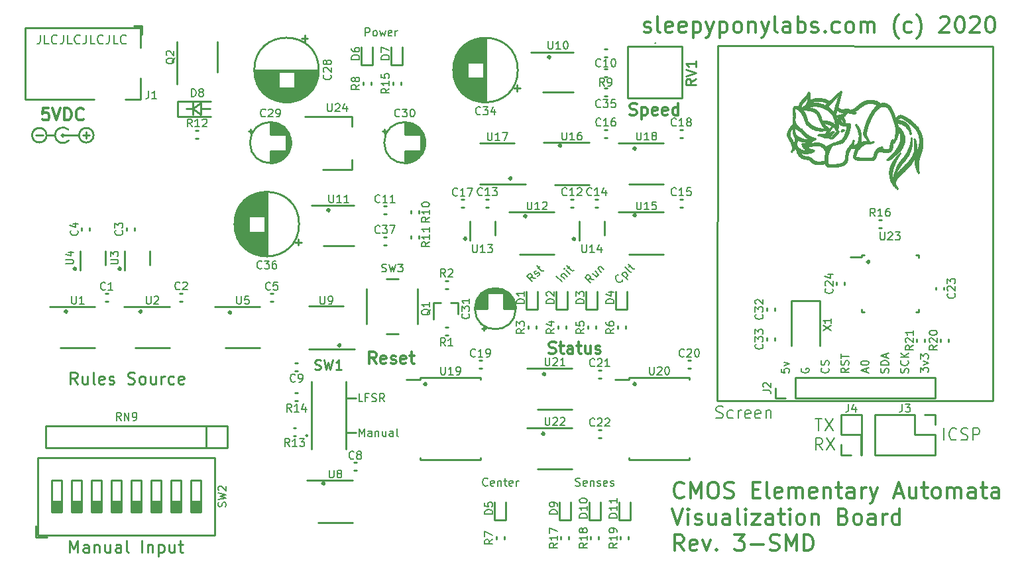
<source format=gbr>
G04 #@! TF.GenerationSoftware,KiCad,Pcbnew,(5.1.6)-1*
G04 #@! TF.CreationDate,2020-09-12T17:37:59+07:00*
G04 #@! TF.ProjectId,automata_smd,6175746f-6d61-4746-915f-736d642e6b69,3*
G04 #@! TF.SameCoordinates,Original*
G04 #@! TF.FileFunction,Legend,Top*
G04 #@! TF.FilePolarity,Positive*
%FSLAX46Y46*%
G04 Gerber Fmt 4.6, Leading zero omitted, Abs format (unit mm)*
G04 Created by KiCad (PCBNEW (5.1.6)-1) date 2020-09-12 17:37:59*
%MOMM*%
%LPD*%
G01*
G04 APERTURE LIST*
%ADD10C,0.150000*%
%ADD11C,0.254000*%
%ADD12C,0.203200*%
%ADD13C,0.300000*%
%ADD14C,0.152400*%
%ADD15C,0.304800*%
G04 APERTURE END LIST*
D10*
X71048809Y-80716380D02*
X71048809Y-79716380D01*
X71429761Y-79716380D01*
X71525000Y-79764000D01*
X71572619Y-79811619D01*
X71620238Y-79906857D01*
X71620238Y-80049714D01*
X71572619Y-80144952D01*
X71525000Y-80192571D01*
X71429761Y-80240190D01*
X71048809Y-80240190D01*
X72191666Y-80716380D02*
X72096428Y-80668761D01*
X72048809Y-80621142D01*
X72001190Y-80525904D01*
X72001190Y-80240190D01*
X72048809Y-80144952D01*
X72096428Y-80097333D01*
X72191666Y-80049714D01*
X72334523Y-80049714D01*
X72429761Y-80097333D01*
X72477380Y-80144952D01*
X72525000Y-80240190D01*
X72525000Y-80525904D01*
X72477380Y-80621142D01*
X72429761Y-80668761D01*
X72334523Y-80716380D01*
X72191666Y-80716380D01*
X72858333Y-80049714D02*
X73048809Y-80716380D01*
X73239285Y-80240190D01*
X73429761Y-80716380D01*
X73620238Y-80049714D01*
X74382142Y-80668761D02*
X74286904Y-80716380D01*
X74096428Y-80716380D01*
X74001190Y-80668761D01*
X73953571Y-80573523D01*
X73953571Y-80192571D01*
X74001190Y-80097333D01*
X74096428Y-80049714D01*
X74286904Y-80049714D01*
X74382142Y-80097333D01*
X74429761Y-80192571D01*
X74429761Y-80287809D01*
X73953571Y-80383047D01*
X74858333Y-80716380D02*
X74858333Y-80049714D01*
X74858333Y-80240190D02*
X74905952Y-80144952D01*
X74953571Y-80097333D01*
X75048809Y-80049714D01*
X75144047Y-80049714D01*
D11*
X32945605Y-115951000D02*
G75*
G03*
X32945605Y-115951000I-179605J0D01*
G01*
X42470605Y-115951000D02*
G75*
G03*
X42470605Y-115951000I-179605J0D01*
G01*
X49022000Y-90043000D02*
X48133000Y-90043000D01*
X50038000Y-90043000D02*
X51181000Y-90043000D01*
X50038000Y-90805000D02*
X49022000Y-90043000D01*
X50038000Y-89281000D02*
X50038000Y-90805000D01*
X49022000Y-90043000D02*
X50038000Y-89281000D01*
X49022000Y-89281000D02*
X49022000Y-90805000D01*
X53900605Y-116078000D02*
G75*
G03*
X53900605Y-116078000I-179605J0D01*
G01*
X67870605Y-120269000D02*
G75*
G03*
X67870605Y-120269000I-179605J0D01*
G01*
X65838605Y-137922000D02*
G75*
G03*
X65838605Y-137922000I-179605J0D01*
G01*
X93905605Y-131572000D02*
G75*
G03*
X93905605Y-131572000I-179605J0D01*
G01*
X78845210Y-125222000D02*
G75*
G03*
X78845210Y-125222000I-179605J0D01*
G01*
X105589605Y-125222000D02*
G75*
G03*
X105589605Y-125222000I-179605J0D01*
G01*
X94032605Y-123952000D02*
G75*
G03*
X94032605Y-123952000I-179605J0D01*
G01*
X39803605Y-110490000D02*
G75*
G03*
X39803605Y-110490000I-179605J0D01*
G01*
X34088605Y-110490000D02*
G75*
G03*
X34088605Y-110490000I-179605J0D01*
G01*
X66473605Y-102997000D02*
G75*
G03*
X66473605Y-102997000I-179605J0D01*
G01*
X135434605Y-109601000D02*
G75*
G03*
X135434605Y-109601000I-179605J0D01*
G01*
X97842605Y-106680000D02*
G75*
G03*
X97842605Y-106680000I-179605J0D01*
G01*
X83947000Y-106627395D02*
G75*
G03*
X83947000Y-106627395I-179605J0D01*
G01*
X91619605Y-103759000D02*
G75*
G03*
X91619605Y-103759000I-179605J0D01*
G01*
X105589605Y-103632000D02*
G75*
G03*
X105589605Y-103632000I-179605J0D01*
G01*
X89714605Y-98933000D02*
G75*
G03*
X89714605Y-98933000I-179605J0D01*
G01*
X105589605Y-95123000D02*
G75*
G03*
X105589605Y-95123000I-179605J0D01*
G01*
X96064605Y-94742000D02*
G75*
G03*
X96064605Y-94742000I-179605J0D01*
G01*
X94667605Y-83439000D02*
G75*
G03*
X94667605Y-83439000I-179605J0D01*
G01*
D12*
X128505857Y-129619828D02*
X129376714Y-129619828D01*
X128941285Y-131143828D02*
X128941285Y-129619828D01*
X129739571Y-129619828D02*
X130755571Y-131143828D01*
X130755571Y-129619828D02*
X129739571Y-131143828D01*
X129413000Y-133633028D02*
X128905000Y-132907314D01*
X128542142Y-133633028D02*
X128542142Y-132109028D01*
X129122714Y-132109028D01*
X129267857Y-132181600D01*
X129340428Y-132254171D01*
X129413000Y-132399314D01*
X129413000Y-132617028D01*
X129340428Y-132762171D01*
X129267857Y-132834742D01*
X129122714Y-132907314D01*
X128542142Y-132907314D01*
X129921000Y-132109028D02*
X130937000Y-133633028D01*
X130937000Y-132109028D02*
X129921000Y-133633028D01*
X144943285Y-132388428D02*
X144943285Y-130864428D01*
X146539857Y-132243285D02*
X146467285Y-132315857D01*
X146249571Y-132388428D01*
X146104428Y-132388428D01*
X145886714Y-132315857D01*
X145741571Y-132170714D01*
X145669000Y-132025571D01*
X145596428Y-131735285D01*
X145596428Y-131517571D01*
X145669000Y-131227285D01*
X145741571Y-131082142D01*
X145886714Y-130937000D01*
X146104428Y-130864428D01*
X146249571Y-130864428D01*
X146467285Y-130937000D01*
X146539857Y-131009571D01*
X147120428Y-132315857D02*
X147338142Y-132388428D01*
X147701000Y-132388428D01*
X147846142Y-132315857D01*
X147918714Y-132243285D01*
X147991285Y-132098142D01*
X147991285Y-131953000D01*
X147918714Y-131807857D01*
X147846142Y-131735285D01*
X147701000Y-131662714D01*
X147410714Y-131590142D01*
X147265571Y-131517571D01*
X147193000Y-131445000D01*
X147120428Y-131299857D01*
X147120428Y-131154714D01*
X147193000Y-131009571D01*
X147265571Y-130937000D01*
X147410714Y-130864428D01*
X147773571Y-130864428D01*
X147991285Y-130937000D01*
X148644428Y-132388428D02*
X148644428Y-130864428D01*
X149225000Y-130864428D01*
X149370142Y-130937000D01*
X149442714Y-131009571D01*
X149515285Y-131154714D01*
X149515285Y-131372428D01*
X149442714Y-131517571D01*
X149370142Y-131590142D01*
X149225000Y-131662714D01*
X148644428Y-131662714D01*
D10*
X141946380Y-123711642D02*
X141946380Y-123092595D01*
X142327333Y-123425928D01*
X142327333Y-123283071D01*
X142374952Y-123187833D01*
X142422571Y-123140214D01*
X142517809Y-123092595D01*
X142755904Y-123092595D01*
X142851142Y-123140214D01*
X142898761Y-123187833D01*
X142946380Y-123283071D01*
X142946380Y-123568785D01*
X142898761Y-123664023D01*
X142851142Y-123711642D01*
X142279714Y-122759261D02*
X142946380Y-122521166D01*
X142279714Y-122283071D01*
X141946380Y-121997357D02*
X141946380Y-121378309D01*
X142327333Y-121711642D01*
X142327333Y-121568785D01*
X142374952Y-121473547D01*
X142422571Y-121425928D01*
X142517809Y-121378309D01*
X142755904Y-121378309D01*
X142851142Y-121425928D01*
X142898761Y-121473547D01*
X142946380Y-121568785D01*
X142946380Y-121854500D01*
X142898761Y-121949738D01*
X142851142Y-121997357D01*
X140358761Y-123791023D02*
X140406380Y-123648166D01*
X140406380Y-123410071D01*
X140358761Y-123314833D01*
X140311142Y-123267214D01*
X140215904Y-123219595D01*
X140120666Y-123219595D01*
X140025428Y-123267214D01*
X139977809Y-123314833D01*
X139930190Y-123410071D01*
X139882571Y-123600547D01*
X139834952Y-123695785D01*
X139787333Y-123743404D01*
X139692095Y-123791023D01*
X139596857Y-123791023D01*
X139501619Y-123743404D01*
X139454000Y-123695785D01*
X139406380Y-123600547D01*
X139406380Y-123362452D01*
X139454000Y-123219595D01*
X140311142Y-122219595D02*
X140358761Y-122267214D01*
X140406380Y-122410071D01*
X140406380Y-122505309D01*
X140358761Y-122648166D01*
X140263523Y-122743404D01*
X140168285Y-122791023D01*
X139977809Y-122838642D01*
X139834952Y-122838642D01*
X139644476Y-122791023D01*
X139549238Y-122743404D01*
X139454000Y-122648166D01*
X139406380Y-122505309D01*
X139406380Y-122410071D01*
X139454000Y-122267214D01*
X139501619Y-122219595D01*
X140406380Y-121791023D02*
X139406380Y-121791023D01*
X140406380Y-121219595D02*
X139834952Y-121648166D01*
X139406380Y-121219595D02*
X139977809Y-121791023D01*
X137818761Y-123791023D02*
X137866380Y-123648166D01*
X137866380Y-123410071D01*
X137818761Y-123314833D01*
X137771142Y-123267214D01*
X137675904Y-123219595D01*
X137580666Y-123219595D01*
X137485428Y-123267214D01*
X137437809Y-123314833D01*
X137390190Y-123410071D01*
X137342571Y-123600547D01*
X137294952Y-123695785D01*
X137247333Y-123743404D01*
X137152095Y-123791023D01*
X137056857Y-123791023D01*
X136961619Y-123743404D01*
X136914000Y-123695785D01*
X136866380Y-123600547D01*
X136866380Y-123362452D01*
X136914000Y-123219595D01*
X137866380Y-122791023D02*
X136866380Y-122791023D01*
X136866380Y-122552928D01*
X136914000Y-122410071D01*
X137009238Y-122314833D01*
X137104476Y-122267214D01*
X137294952Y-122219595D01*
X137437809Y-122219595D01*
X137628285Y-122267214D01*
X137723523Y-122314833D01*
X137818761Y-122410071D01*
X137866380Y-122552928D01*
X137866380Y-122791023D01*
X137580666Y-121838642D02*
X137580666Y-121362452D01*
X137866380Y-121933880D02*
X136866380Y-121600547D01*
X137866380Y-121267214D01*
X135040666Y-123664023D02*
X135040666Y-123187833D01*
X135326380Y-123759261D02*
X134326380Y-123425928D01*
X135326380Y-123092595D01*
X134326380Y-122568785D02*
X134326380Y-122473547D01*
X134374000Y-122378309D01*
X134421619Y-122330690D01*
X134516857Y-122283071D01*
X134707333Y-122235452D01*
X134945428Y-122235452D01*
X135135904Y-122283071D01*
X135231142Y-122330690D01*
X135278761Y-122378309D01*
X135326380Y-122473547D01*
X135326380Y-122568785D01*
X135278761Y-122664023D01*
X135231142Y-122711642D01*
X135135904Y-122759261D01*
X134945428Y-122806880D01*
X134707333Y-122806880D01*
X134516857Y-122759261D01*
X134421619Y-122711642D01*
X134374000Y-122664023D01*
X134326380Y-122568785D01*
X132786380Y-123171976D02*
X132310190Y-123505309D01*
X132786380Y-123743404D02*
X131786380Y-123743404D01*
X131786380Y-123362452D01*
X131834000Y-123267214D01*
X131881619Y-123219595D01*
X131976857Y-123171976D01*
X132119714Y-123171976D01*
X132214952Y-123219595D01*
X132262571Y-123267214D01*
X132310190Y-123362452D01*
X132310190Y-123743404D01*
X132738761Y-122791023D02*
X132786380Y-122648166D01*
X132786380Y-122410071D01*
X132738761Y-122314833D01*
X132691142Y-122267214D01*
X132595904Y-122219595D01*
X132500666Y-122219595D01*
X132405428Y-122267214D01*
X132357809Y-122314833D01*
X132310190Y-122410071D01*
X132262571Y-122600547D01*
X132214952Y-122695785D01*
X132167333Y-122743404D01*
X132072095Y-122791023D01*
X131976857Y-122791023D01*
X131881619Y-122743404D01*
X131834000Y-122695785D01*
X131786380Y-122600547D01*
X131786380Y-122362452D01*
X131834000Y-122219595D01*
X131786380Y-121933880D02*
X131786380Y-121362452D01*
X132786380Y-121648166D02*
X131786380Y-121648166D01*
X130151142Y-123171976D02*
X130198761Y-123219595D01*
X130246380Y-123362452D01*
X130246380Y-123457690D01*
X130198761Y-123600547D01*
X130103523Y-123695785D01*
X130008285Y-123743404D01*
X129817809Y-123791023D01*
X129674952Y-123791023D01*
X129484476Y-123743404D01*
X129389238Y-123695785D01*
X129294000Y-123600547D01*
X129246380Y-123457690D01*
X129246380Y-123362452D01*
X129294000Y-123219595D01*
X129341619Y-123171976D01*
X130198761Y-122791023D02*
X130246380Y-122648166D01*
X130246380Y-122410071D01*
X130198761Y-122314833D01*
X130151142Y-122267214D01*
X130055904Y-122219595D01*
X129960666Y-122219595D01*
X129865428Y-122267214D01*
X129817809Y-122314833D01*
X129770190Y-122410071D01*
X129722571Y-122600547D01*
X129674952Y-122695785D01*
X129627333Y-122743404D01*
X129532095Y-122791023D01*
X129436857Y-122791023D01*
X129341619Y-122743404D01*
X129294000Y-122695785D01*
X129246380Y-122600547D01*
X129246380Y-122362452D01*
X129294000Y-122219595D01*
X126754000Y-123219595D02*
X126706380Y-123314833D01*
X126706380Y-123457690D01*
X126754000Y-123600547D01*
X126849238Y-123695785D01*
X126944476Y-123743404D01*
X127134952Y-123791023D01*
X127277809Y-123791023D01*
X127468285Y-123743404D01*
X127563523Y-123695785D01*
X127658761Y-123600547D01*
X127706380Y-123457690D01*
X127706380Y-123362452D01*
X127658761Y-123219595D01*
X127611142Y-123171976D01*
X127277809Y-123171976D01*
X127277809Y-123362452D01*
X124166380Y-123267214D02*
X124166380Y-123743404D01*
X124642571Y-123791023D01*
X124594952Y-123743404D01*
X124547333Y-123648166D01*
X124547333Y-123410071D01*
X124594952Y-123314833D01*
X124642571Y-123267214D01*
X124737809Y-123219595D01*
X124975904Y-123219595D01*
X125071142Y-123267214D01*
X125118761Y-123314833D01*
X125166380Y-123410071D01*
X125166380Y-123648166D01*
X125118761Y-123743404D01*
X125071142Y-123791023D01*
X124499714Y-122886261D02*
X125166380Y-122648166D01*
X124499714Y-122410071D01*
D13*
X94488000Y-121266857D02*
X94705714Y-121339428D01*
X95068571Y-121339428D01*
X95213714Y-121266857D01*
X95286285Y-121194285D01*
X95358857Y-121049142D01*
X95358857Y-120904000D01*
X95286285Y-120758857D01*
X95213714Y-120686285D01*
X95068571Y-120613714D01*
X94778285Y-120541142D01*
X94633142Y-120468571D01*
X94560571Y-120396000D01*
X94488000Y-120250857D01*
X94488000Y-120105714D01*
X94560571Y-119960571D01*
X94633142Y-119888000D01*
X94778285Y-119815428D01*
X95141142Y-119815428D01*
X95358857Y-119888000D01*
X95794285Y-120323428D02*
X96374857Y-120323428D01*
X96012000Y-119815428D02*
X96012000Y-121121714D01*
X96084571Y-121266857D01*
X96229714Y-121339428D01*
X96374857Y-121339428D01*
X97536000Y-121339428D02*
X97536000Y-120541142D01*
X97463428Y-120396000D01*
X97318285Y-120323428D01*
X97028000Y-120323428D01*
X96882857Y-120396000D01*
X97536000Y-121266857D02*
X97390857Y-121339428D01*
X97028000Y-121339428D01*
X96882857Y-121266857D01*
X96810285Y-121121714D01*
X96810285Y-120976571D01*
X96882857Y-120831428D01*
X97028000Y-120758857D01*
X97390857Y-120758857D01*
X97536000Y-120686285D01*
X98044000Y-120323428D02*
X98624571Y-120323428D01*
X98261714Y-119815428D02*
X98261714Y-121121714D01*
X98334285Y-121266857D01*
X98479428Y-121339428D01*
X98624571Y-121339428D01*
X99785714Y-120323428D02*
X99785714Y-121339428D01*
X99132571Y-120323428D02*
X99132571Y-121121714D01*
X99205142Y-121266857D01*
X99350285Y-121339428D01*
X99568000Y-121339428D01*
X99713142Y-121266857D01*
X99785714Y-121194285D01*
X100438857Y-121266857D02*
X100584000Y-121339428D01*
X100874285Y-121339428D01*
X101019428Y-121266857D01*
X101092000Y-121121714D01*
X101092000Y-121049142D01*
X101019428Y-120904000D01*
X100874285Y-120831428D01*
X100656571Y-120831428D01*
X100511428Y-120758857D01*
X100438857Y-120613714D01*
X100438857Y-120541142D01*
X100511428Y-120396000D01*
X100656571Y-120323428D01*
X100874285Y-120323428D01*
X101019428Y-120396000D01*
D12*
X103900526Y-111877630D02*
X103900526Y-111946051D01*
X103832105Y-112082893D01*
X103763684Y-112151314D01*
X103626842Y-112219735D01*
X103490000Y-112219735D01*
X103387369Y-112185525D01*
X103216316Y-112082893D01*
X103113685Y-111980262D01*
X103011053Y-111809209D01*
X102976843Y-111706578D01*
X102976843Y-111569736D01*
X103045264Y-111432894D01*
X103113685Y-111364473D01*
X103250527Y-111296052D01*
X103318948Y-111296052D01*
X103797895Y-111159210D02*
X104516315Y-111877630D01*
X103832105Y-111193420D02*
X103866316Y-111090789D01*
X104003158Y-110953947D01*
X104105789Y-110919737D01*
X104174210Y-110919737D01*
X104276841Y-110953947D01*
X104482104Y-111159210D01*
X104516315Y-111261841D01*
X104516315Y-111330262D01*
X104482104Y-111432894D01*
X104345262Y-111569736D01*
X104242631Y-111603946D01*
X105029472Y-110885526D02*
X104926841Y-110919737D01*
X104824209Y-110885526D01*
X104208420Y-110269737D01*
X104721578Y-110235527D02*
X104995262Y-109961843D01*
X104584736Y-109893422D02*
X105200525Y-110509211D01*
X105303156Y-110543421D01*
X105405788Y-110509211D01*
X105474209Y-110440790D01*
X100227368Y-111877630D02*
X99645790Y-111774999D01*
X99816842Y-112288156D02*
X99098422Y-111569736D01*
X99372106Y-111296052D01*
X99474737Y-111261841D01*
X99543158Y-111261841D01*
X99645790Y-111296052D01*
X99748421Y-111398683D01*
X99782632Y-111501315D01*
X99782632Y-111569736D01*
X99748421Y-111672367D01*
X99474737Y-111946051D01*
X100364210Y-110782895D02*
X100843157Y-111261841D01*
X100056316Y-111090789D02*
X100432631Y-111467104D01*
X100535262Y-111501315D01*
X100637894Y-111467104D01*
X100740525Y-111364473D01*
X100774736Y-111261841D01*
X100774736Y-111193420D01*
X100706315Y-110440790D02*
X101185262Y-110919737D01*
X100774736Y-110509211D02*
X100774736Y-110440790D01*
X100808946Y-110338158D01*
X100911578Y-110235527D01*
X101014209Y-110201316D01*
X101116841Y-110235527D01*
X101493156Y-110611842D01*
X96143684Y-112151314D02*
X95425264Y-111432894D01*
X96006842Y-111330262D02*
X96485789Y-111809209D01*
X96075263Y-111398683D02*
X96075263Y-111330262D01*
X96109474Y-111227631D01*
X96212105Y-111125000D01*
X96314737Y-111090789D01*
X96417368Y-111125000D01*
X96793683Y-111501315D01*
X97135788Y-111159210D02*
X96656841Y-110680263D01*
X96417368Y-110440790D02*
X96417368Y-110509211D01*
X96485789Y-110509211D01*
X96485789Y-110440790D01*
X96417368Y-110440790D01*
X96485789Y-110509211D01*
X96896315Y-110440790D02*
X97169999Y-110167106D01*
X96759473Y-110098685D02*
X97375262Y-110714474D01*
X97477893Y-110748684D01*
X97580525Y-110714474D01*
X97648946Y-110646053D01*
X92761315Y-111723683D02*
X92179737Y-111621052D01*
X92350789Y-112134209D02*
X91632369Y-111415789D01*
X91906053Y-111142105D01*
X92008684Y-111107894D01*
X92077105Y-111107894D01*
X92179737Y-111142105D01*
X92282368Y-111244736D01*
X92316579Y-111347368D01*
X92316579Y-111415789D01*
X92282368Y-111518420D01*
X92008684Y-111792104D01*
X93000789Y-111415789D02*
X93103420Y-111381578D01*
X93240262Y-111244736D01*
X93274473Y-111142105D01*
X93240262Y-111039473D01*
X93206052Y-111005263D01*
X93103420Y-110971052D01*
X93000789Y-111005263D01*
X92898157Y-111107894D01*
X92795526Y-111142105D01*
X92692894Y-111107894D01*
X92658684Y-111073684D01*
X92624473Y-110971052D01*
X92658684Y-110868421D01*
X92761315Y-110765789D01*
X92863947Y-110731579D01*
X93069210Y-110457895D02*
X93342894Y-110184211D01*
X92932368Y-110115790D02*
X93548157Y-110731579D01*
X93650788Y-110765789D01*
X93753420Y-110731579D01*
X93821841Y-110663158D01*
X97886761Y-138206238D02*
X98031904Y-138254619D01*
X98273809Y-138254619D01*
X98370571Y-138206238D01*
X98418952Y-138157857D01*
X98467333Y-138061095D01*
X98467333Y-137964333D01*
X98418952Y-137867571D01*
X98370571Y-137819190D01*
X98273809Y-137770809D01*
X98080285Y-137722428D01*
X97983523Y-137674047D01*
X97935142Y-137625666D01*
X97886761Y-137528904D01*
X97886761Y-137432142D01*
X97935142Y-137335380D01*
X97983523Y-137287000D01*
X98080285Y-137238619D01*
X98322190Y-137238619D01*
X98467333Y-137287000D01*
X99289809Y-138206238D02*
X99193047Y-138254619D01*
X98999523Y-138254619D01*
X98902761Y-138206238D01*
X98854380Y-138109476D01*
X98854380Y-137722428D01*
X98902761Y-137625666D01*
X98999523Y-137577285D01*
X99193047Y-137577285D01*
X99289809Y-137625666D01*
X99338190Y-137722428D01*
X99338190Y-137819190D01*
X98854380Y-137915952D01*
X99773619Y-137577285D02*
X99773619Y-138254619D01*
X99773619Y-137674047D02*
X99822000Y-137625666D01*
X99918761Y-137577285D01*
X100063904Y-137577285D01*
X100160666Y-137625666D01*
X100209047Y-137722428D01*
X100209047Y-138254619D01*
X100644476Y-138206238D02*
X100741238Y-138254619D01*
X100934761Y-138254619D01*
X101031523Y-138206238D01*
X101079904Y-138109476D01*
X101079904Y-138061095D01*
X101031523Y-137964333D01*
X100934761Y-137915952D01*
X100789619Y-137915952D01*
X100692857Y-137867571D01*
X100644476Y-137770809D01*
X100644476Y-137722428D01*
X100692857Y-137625666D01*
X100789619Y-137577285D01*
X100934761Y-137577285D01*
X101031523Y-137625666D01*
X101902380Y-138206238D02*
X101805619Y-138254619D01*
X101612095Y-138254619D01*
X101515333Y-138206238D01*
X101466952Y-138109476D01*
X101466952Y-137722428D01*
X101515333Y-137625666D01*
X101612095Y-137577285D01*
X101805619Y-137577285D01*
X101902380Y-137625666D01*
X101950761Y-137722428D01*
X101950761Y-137819190D01*
X101466952Y-137915952D01*
X102337809Y-138206238D02*
X102434571Y-138254619D01*
X102628095Y-138254619D01*
X102724857Y-138206238D01*
X102773238Y-138109476D01*
X102773238Y-138061095D01*
X102724857Y-137964333D01*
X102628095Y-137915952D01*
X102482952Y-137915952D01*
X102386190Y-137867571D01*
X102337809Y-137770809D01*
X102337809Y-137722428D01*
X102386190Y-137625666D01*
X102482952Y-137577285D01*
X102628095Y-137577285D01*
X102724857Y-137625666D01*
X86644238Y-138157857D02*
X86595857Y-138206238D01*
X86450714Y-138254619D01*
X86353952Y-138254619D01*
X86208809Y-138206238D01*
X86112047Y-138109476D01*
X86063666Y-138012714D01*
X86015285Y-137819190D01*
X86015285Y-137674047D01*
X86063666Y-137480523D01*
X86112047Y-137383761D01*
X86208809Y-137287000D01*
X86353952Y-137238619D01*
X86450714Y-137238619D01*
X86595857Y-137287000D01*
X86644238Y-137335380D01*
X87466714Y-138206238D02*
X87369952Y-138254619D01*
X87176428Y-138254619D01*
X87079666Y-138206238D01*
X87031285Y-138109476D01*
X87031285Y-137722428D01*
X87079666Y-137625666D01*
X87176428Y-137577285D01*
X87369952Y-137577285D01*
X87466714Y-137625666D01*
X87515095Y-137722428D01*
X87515095Y-137819190D01*
X87031285Y-137915952D01*
X87950523Y-137577285D02*
X87950523Y-138254619D01*
X87950523Y-137674047D02*
X87998904Y-137625666D01*
X88095666Y-137577285D01*
X88240809Y-137577285D01*
X88337571Y-137625666D01*
X88385952Y-137722428D01*
X88385952Y-138254619D01*
X88724619Y-137577285D02*
X89111666Y-137577285D01*
X88869761Y-137238619D02*
X88869761Y-138109476D01*
X88918142Y-138206238D01*
X89014904Y-138254619D01*
X89111666Y-138254619D01*
X89837380Y-138206238D02*
X89740619Y-138254619D01*
X89547095Y-138254619D01*
X89450333Y-138206238D01*
X89401952Y-138109476D01*
X89401952Y-137722428D01*
X89450333Y-137625666D01*
X89547095Y-137577285D01*
X89740619Y-137577285D01*
X89837380Y-137625666D01*
X89885761Y-137722428D01*
X89885761Y-137819190D01*
X89401952Y-137915952D01*
X90321190Y-138254619D02*
X90321190Y-137577285D01*
X90321190Y-137770809D02*
X90369571Y-137674047D01*
X90417952Y-137625666D01*
X90514714Y-137577285D01*
X90611476Y-137577285D01*
D14*
X29518428Y-80590571D02*
X29518428Y-81407000D01*
X29464000Y-81570285D01*
X29355142Y-81679142D01*
X29191857Y-81733571D01*
X29083000Y-81733571D01*
X30607000Y-81733571D02*
X30062714Y-81733571D01*
X30062714Y-80590571D01*
X31641142Y-81624714D02*
X31586714Y-81679142D01*
X31423428Y-81733571D01*
X31314571Y-81733571D01*
X31151285Y-81679142D01*
X31042428Y-81570285D01*
X30988000Y-81461428D01*
X30933571Y-81243714D01*
X30933571Y-81080428D01*
X30988000Y-80862714D01*
X31042428Y-80753857D01*
X31151285Y-80645000D01*
X31314571Y-80590571D01*
X31423428Y-80590571D01*
X31586714Y-80645000D01*
X31641142Y-80699428D01*
X32457571Y-80590571D02*
X32457571Y-81407000D01*
X32403142Y-81570285D01*
X32294285Y-81679142D01*
X32131000Y-81733571D01*
X32022142Y-81733571D01*
X33546142Y-81733571D02*
X33001857Y-81733571D01*
X33001857Y-80590571D01*
X34580285Y-81624714D02*
X34525857Y-81679142D01*
X34362571Y-81733571D01*
X34253714Y-81733571D01*
X34090428Y-81679142D01*
X33981571Y-81570285D01*
X33927142Y-81461428D01*
X33872714Y-81243714D01*
X33872714Y-81080428D01*
X33927142Y-80862714D01*
X33981571Y-80753857D01*
X34090428Y-80645000D01*
X34253714Y-80590571D01*
X34362571Y-80590571D01*
X34525857Y-80645000D01*
X34580285Y-80699428D01*
X35396714Y-80590571D02*
X35396714Y-81407000D01*
X35342285Y-81570285D01*
X35233428Y-81679142D01*
X35070142Y-81733571D01*
X34961285Y-81733571D01*
X36485285Y-81733571D02*
X35941000Y-81733571D01*
X35941000Y-80590571D01*
X37519428Y-81624714D02*
X37465000Y-81679142D01*
X37301714Y-81733571D01*
X37192857Y-81733571D01*
X37029571Y-81679142D01*
X36920714Y-81570285D01*
X36866285Y-81461428D01*
X36811857Y-81243714D01*
X36811857Y-81080428D01*
X36866285Y-80862714D01*
X36920714Y-80753857D01*
X37029571Y-80645000D01*
X37192857Y-80590571D01*
X37301714Y-80590571D01*
X37465000Y-80645000D01*
X37519428Y-80699428D01*
X38335857Y-80590571D02*
X38335857Y-81407000D01*
X38281428Y-81570285D01*
X38172571Y-81679142D01*
X38009285Y-81733571D01*
X37900428Y-81733571D01*
X39424428Y-81733571D02*
X38880142Y-81733571D01*
X38880142Y-80590571D01*
X40458571Y-81624714D02*
X40404142Y-81679142D01*
X40240857Y-81733571D01*
X40132000Y-81733571D01*
X39968714Y-81679142D01*
X39859857Y-81570285D01*
X39805428Y-81461428D01*
X39751000Y-81243714D01*
X39751000Y-81080428D01*
X39805428Y-80862714D01*
X39859857Y-80753857D01*
X39968714Y-80645000D01*
X40132000Y-80590571D01*
X40240857Y-80590571D01*
X40404142Y-80645000D01*
X40458571Y-80699428D01*
D13*
X104829428Y-90786857D02*
X105047142Y-90859428D01*
X105410000Y-90859428D01*
X105555142Y-90786857D01*
X105627714Y-90714285D01*
X105700285Y-90569142D01*
X105700285Y-90424000D01*
X105627714Y-90278857D01*
X105555142Y-90206285D01*
X105410000Y-90133714D01*
X105119714Y-90061142D01*
X104974571Y-89988571D01*
X104902000Y-89916000D01*
X104829428Y-89770857D01*
X104829428Y-89625714D01*
X104902000Y-89480571D01*
X104974571Y-89408000D01*
X105119714Y-89335428D01*
X105482571Y-89335428D01*
X105700285Y-89408000D01*
X106353428Y-89843428D02*
X106353428Y-91367428D01*
X106353428Y-89916000D02*
X106498571Y-89843428D01*
X106788857Y-89843428D01*
X106934000Y-89916000D01*
X107006571Y-89988571D01*
X107079142Y-90133714D01*
X107079142Y-90569142D01*
X107006571Y-90714285D01*
X106934000Y-90786857D01*
X106788857Y-90859428D01*
X106498571Y-90859428D01*
X106353428Y-90786857D01*
X108312857Y-90786857D02*
X108167714Y-90859428D01*
X107877428Y-90859428D01*
X107732285Y-90786857D01*
X107659714Y-90641714D01*
X107659714Y-90061142D01*
X107732285Y-89916000D01*
X107877428Y-89843428D01*
X108167714Y-89843428D01*
X108312857Y-89916000D01*
X108385428Y-90061142D01*
X108385428Y-90206285D01*
X107659714Y-90351428D01*
X109619142Y-90786857D02*
X109474000Y-90859428D01*
X109183714Y-90859428D01*
X109038571Y-90786857D01*
X108966000Y-90641714D01*
X108966000Y-90061142D01*
X109038571Y-89916000D01*
X109183714Y-89843428D01*
X109474000Y-89843428D01*
X109619142Y-89916000D01*
X109691714Y-90061142D01*
X109691714Y-90206285D01*
X108966000Y-90351428D01*
X110998000Y-90859428D02*
X110998000Y-89335428D01*
X110998000Y-90786857D02*
X110852857Y-90859428D01*
X110562571Y-90859428D01*
X110417428Y-90786857D01*
X110344857Y-90714285D01*
X110272285Y-90569142D01*
X110272285Y-90133714D01*
X110344857Y-89988571D01*
X110417428Y-89916000D01*
X110562571Y-89843428D01*
X110852857Y-89843428D01*
X110998000Y-89916000D01*
X72408142Y-122609428D02*
X71900142Y-121883714D01*
X71537285Y-122609428D02*
X71537285Y-121085428D01*
X72117857Y-121085428D01*
X72263000Y-121158000D01*
X72335571Y-121230571D01*
X72408142Y-121375714D01*
X72408142Y-121593428D01*
X72335571Y-121738571D01*
X72263000Y-121811142D01*
X72117857Y-121883714D01*
X71537285Y-121883714D01*
X73641857Y-122536857D02*
X73496714Y-122609428D01*
X73206428Y-122609428D01*
X73061285Y-122536857D01*
X72988714Y-122391714D01*
X72988714Y-121811142D01*
X73061285Y-121666000D01*
X73206428Y-121593428D01*
X73496714Y-121593428D01*
X73641857Y-121666000D01*
X73714428Y-121811142D01*
X73714428Y-121956285D01*
X72988714Y-122101428D01*
X74295000Y-122536857D02*
X74440142Y-122609428D01*
X74730428Y-122609428D01*
X74875571Y-122536857D01*
X74948142Y-122391714D01*
X74948142Y-122319142D01*
X74875571Y-122174000D01*
X74730428Y-122101428D01*
X74512714Y-122101428D01*
X74367571Y-122028857D01*
X74295000Y-121883714D01*
X74295000Y-121811142D01*
X74367571Y-121666000D01*
X74512714Y-121593428D01*
X74730428Y-121593428D01*
X74875571Y-121666000D01*
X76181857Y-122536857D02*
X76036714Y-122609428D01*
X75746428Y-122609428D01*
X75601285Y-122536857D01*
X75528714Y-122391714D01*
X75528714Y-121811142D01*
X75601285Y-121666000D01*
X75746428Y-121593428D01*
X76036714Y-121593428D01*
X76181857Y-121666000D01*
X76254428Y-121811142D01*
X76254428Y-121956285D01*
X75528714Y-122101428D01*
X76689857Y-121593428D02*
X77270428Y-121593428D01*
X76907571Y-121085428D02*
X76907571Y-122391714D01*
X76980142Y-122536857D01*
X77125285Y-122609428D01*
X77270428Y-122609428D01*
D11*
X33274000Y-146739428D02*
X33274000Y-145215428D01*
X33782000Y-146304000D01*
X34290000Y-145215428D01*
X34290000Y-146739428D01*
X35668857Y-146739428D02*
X35668857Y-145941142D01*
X35596285Y-145796000D01*
X35451142Y-145723428D01*
X35160857Y-145723428D01*
X35015714Y-145796000D01*
X35668857Y-146666857D02*
X35523714Y-146739428D01*
X35160857Y-146739428D01*
X35015714Y-146666857D01*
X34943142Y-146521714D01*
X34943142Y-146376571D01*
X35015714Y-146231428D01*
X35160857Y-146158857D01*
X35523714Y-146158857D01*
X35668857Y-146086285D01*
X36394571Y-145723428D02*
X36394571Y-146739428D01*
X36394571Y-145868571D02*
X36467142Y-145796000D01*
X36612285Y-145723428D01*
X36830000Y-145723428D01*
X36975142Y-145796000D01*
X37047714Y-145941142D01*
X37047714Y-146739428D01*
X38426571Y-145723428D02*
X38426571Y-146739428D01*
X37773428Y-145723428D02*
X37773428Y-146521714D01*
X37846000Y-146666857D01*
X37991142Y-146739428D01*
X38208857Y-146739428D01*
X38354000Y-146666857D01*
X38426571Y-146594285D01*
X39805428Y-146739428D02*
X39805428Y-145941142D01*
X39732857Y-145796000D01*
X39587714Y-145723428D01*
X39297428Y-145723428D01*
X39152285Y-145796000D01*
X39805428Y-146666857D02*
X39660285Y-146739428D01*
X39297428Y-146739428D01*
X39152285Y-146666857D01*
X39079714Y-146521714D01*
X39079714Y-146376571D01*
X39152285Y-146231428D01*
X39297428Y-146158857D01*
X39660285Y-146158857D01*
X39805428Y-146086285D01*
X40748857Y-146739428D02*
X40603714Y-146666857D01*
X40531142Y-146521714D01*
X40531142Y-145215428D01*
X42490571Y-146739428D02*
X42490571Y-145215428D01*
X43216285Y-145723428D02*
X43216285Y-146739428D01*
X43216285Y-145868571D02*
X43288857Y-145796000D01*
X43434000Y-145723428D01*
X43651714Y-145723428D01*
X43796857Y-145796000D01*
X43869428Y-145941142D01*
X43869428Y-146739428D01*
X44595142Y-145723428D02*
X44595142Y-147247428D01*
X44595142Y-145796000D02*
X44740285Y-145723428D01*
X45030571Y-145723428D01*
X45175714Y-145796000D01*
X45248285Y-145868571D01*
X45320857Y-146013714D01*
X45320857Y-146449142D01*
X45248285Y-146594285D01*
X45175714Y-146666857D01*
X45030571Y-146739428D01*
X44740285Y-146739428D01*
X44595142Y-146666857D01*
X46627142Y-145723428D02*
X46627142Y-146739428D01*
X45974000Y-145723428D02*
X45974000Y-146521714D01*
X46046571Y-146666857D01*
X46191714Y-146739428D01*
X46409428Y-146739428D01*
X46554571Y-146666857D01*
X46627142Y-146594285D01*
X47135142Y-145723428D02*
X47715714Y-145723428D01*
X47352857Y-145215428D02*
X47352857Y-146521714D01*
X47425428Y-146666857D01*
X47570571Y-146739428D01*
X47715714Y-146739428D01*
X68580000Y-131445000D02*
X69850000Y-131445000D01*
X68580000Y-127000000D02*
X69850000Y-127000000D01*
D12*
X70707794Y-127459619D02*
X70223984Y-127459619D01*
X70223984Y-126443619D01*
X71385127Y-126927428D02*
X71046460Y-126927428D01*
X71046460Y-127459619D02*
X71046460Y-126443619D01*
X71530270Y-126443619D01*
X71868937Y-127411238D02*
X72014080Y-127459619D01*
X72255984Y-127459619D01*
X72352746Y-127411238D01*
X72401127Y-127362857D01*
X72449508Y-127266095D01*
X72449508Y-127169333D01*
X72401127Y-127072571D01*
X72352746Y-127024190D01*
X72255984Y-126975809D01*
X72062460Y-126927428D01*
X71965699Y-126879047D01*
X71917318Y-126830666D01*
X71868937Y-126733904D01*
X71868937Y-126637142D01*
X71917318Y-126540380D01*
X71965699Y-126492000D01*
X72062460Y-126443619D01*
X72304365Y-126443619D01*
X72449508Y-126492000D01*
X73465508Y-127459619D02*
X73126841Y-126975809D01*
X72884937Y-127459619D02*
X72884937Y-126443619D01*
X73271984Y-126443619D01*
X73368746Y-126492000D01*
X73417127Y-126540380D01*
X73465508Y-126637142D01*
X73465508Y-126782285D01*
X73417127Y-126879047D01*
X73368746Y-126927428D01*
X73271984Y-126975809D01*
X72884937Y-126975809D01*
X70223984Y-131904619D02*
X70223984Y-130888619D01*
X70562651Y-131614333D01*
X70901318Y-130888619D01*
X70901318Y-131904619D01*
X71820556Y-131904619D02*
X71820556Y-131372428D01*
X71772175Y-131275666D01*
X71675413Y-131227285D01*
X71481889Y-131227285D01*
X71385127Y-131275666D01*
X71820556Y-131856238D02*
X71723794Y-131904619D01*
X71481889Y-131904619D01*
X71385127Y-131856238D01*
X71336746Y-131759476D01*
X71336746Y-131662714D01*
X71385127Y-131565952D01*
X71481889Y-131517571D01*
X71723794Y-131517571D01*
X71820556Y-131469190D01*
X72304365Y-131227285D02*
X72304365Y-131904619D01*
X72304365Y-131324047D02*
X72352746Y-131275666D01*
X72449508Y-131227285D01*
X72594651Y-131227285D01*
X72691413Y-131275666D01*
X72739794Y-131372428D01*
X72739794Y-131904619D01*
X73659032Y-131227285D02*
X73659032Y-131904619D01*
X73223603Y-131227285D02*
X73223603Y-131759476D01*
X73271984Y-131856238D01*
X73368746Y-131904619D01*
X73513889Y-131904619D01*
X73610651Y-131856238D01*
X73659032Y-131807857D01*
X74578270Y-131904619D02*
X74578270Y-131372428D01*
X74529889Y-131275666D01*
X74433127Y-131227285D01*
X74239603Y-131227285D01*
X74142841Y-131275666D01*
X74578270Y-131856238D02*
X74481508Y-131904619D01*
X74239603Y-131904619D01*
X74142841Y-131856238D01*
X74094460Y-131759476D01*
X74094460Y-131662714D01*
X74142841Y-131565952D01*
X74239603Y-131517571D01*
X74481508Y-131517571D01*
X74578270Y-131469190D01*
X75207222Y-131904619D02*
X75110460Y-131856238D01*
X75062080Y-131759476D01*
X75062080Y-130888619D01*
D11*
X34226500Y-125212928D02*
X33718500Y-124487214D01*
X33355642Y-125212928D02*
X33355642Y-123688928D01*
X33936214Y-123688928D01*
X34081357Y-123761500D01*
X34153928Y-123834071D01*
X34226500Y-123979214D01*
X34226500Y-124196928D01*
X34153928Y-124342071D01*
X34081357Y-124414642D01*
X33936214Y-124487214D01*
X33355642Y-124487214D01*
X35532785Y-124196928D02*
X35532785Y-125212928D01*
X34879642Y-124196928D02*
X34879642Y-124995214D01*
X34952214Y-125140357D01*
X35097357Y-125212928D01*
X35315071Y-125212928D01*
X35460214Y-125140357D01*
X35532785Y-125067785D01*
X36476214Y-125212928D02*
X36331071Y-125140357D01*
X36258500Y-124995214D01*
X36258500Y-123688928D01*
X37637357Y-125140357D02*
X37492214Y-125212928D01*
X37201928Y-125212928D01*
X37056785Y-125140357D01*
X36984214Y-124995214D01*
X36984214Y-124414642D01*
X37056785Y-124269500D01*
X37201928Y-124196928D01*
X37492214Y-124196928D01*
X37637357Y-124269500D01*
X37709928Y-124414642D01*
X37709928Y-124559785D01*
X36984214Y-124704928D01*
X38290500Y-125140357D02*
X38435642Y-125212928D01*
X38725928Y-125212928D01*
X38871071Y-125140357D01*
X38943642Y-124995214D01*
X38943642Y-124922642D01*
X38871071Y-124777500D01*
X38725928Y-124704928D01*
X38508214Y-124704928D01*
X38363071Y-124632357D01*
X38290500Y-124487214D01*
X38290500Y-124414642D01*
X38363071Y-124269500D01*
X38508214Y-124196928D01*
X38725928Y-124196928D01*
X38871071Y-124269500D01*
X40685357Y-125140357D02*
X40903071Y-125212928D01*
X41265928Y-125212928D01*
X41411071Y-125140357D01*
X41483642Y-125067785D01*
X41556214Y-124922642D01*
X41556214Y-124777500D01*
X41483642Y-124632357D01*
X41411071Y-124559785D01*
X41265928Y-124487214D01*
X40975642Y-124414642D01*
X40830500Y-124342071D01*
X40757928Y-124269500D01*
X40685357Y-124124357D01*
X40685357Y-123979214D01*
X40757928Y-123834071D01*
X40830500Y-123761500D01*
X40975642Y-123688928D01*
X41338500Y-123688928D01*
X41556214Y-123761500D01*
X42427071Y-125212928D02*
X42281928Y-125140357D01*
X42209357Y-125067785D01*
X42136785Y-124922642D01*
X42136785Y-124487214D01*
X42209357Y-124342071D01*
X42281928Y-124269500D01*
X42427071Y-124196928D01*
X42644785Y-124196928D01*
X42789928Y-124269500D01*
X42862500Y-124342071D01*
X42935071Y-124487214D01*
X42935071Y-124922642D01*
X42862500Y-125067785D01*
X42789928Y-125140357D01*
X42644785Y-125212928D01*
X42427071Y-125212928D01*
X44241357Y-124196928D02*
X44241357Y-125212928D01*
X43588214Y-124196928D02*
X43588214Y-124995214D01*
X43660785Y-125140357D01*
X43805928Y-125212928D01*
X44023642Y-125212928D01*
X44168785Y-125140357D01*
X44241357Y-125067785D01*
X44967071Y-125212928D02*
X44967071Y-124196928D01*
X44967071Y-124487214D02*
X45039642Y-124342071D01*
X45112214Y-124269500D01*
X45257357Y-124196928D01*
X45402500Y-124196928D01*
X46563642Y-125140357D02*
X46418500Y-125212928D01*
X46128214Y-125212928D01*
X45983071Y-125140357D01*
X45910500Y-125067785D01*
X45837928Y-124922642D01*
X45837928Y-124487214D01*
X45910500Y-124342071D01*
X45983071Y-124269500D01*
X46128214Y-124196928D01*
X46418500Y-124196928D01*
X46563642Y-124269500D01*
X47797357Y-125140357D02*
X47652214Y-125212928D01*
X47361928Y-125212928D01*
X47216785Y-125140357D01*
X47144214Y-124995214D01*
X47144214Y-124414642D01*
X47216785Y-124269500D01*
X47361928Y-124196928D01*
X47652214Y-124196928D01*
X47797357Y-124269500D01*
X47869928Y-124414642D01*
X47869928Y-124559785D01*
X47144214Y-124704928D01*
D12*
X115824000Y-129521857D02*
X116041714Y-129594428D01*
X116404571Y-129594428D01*
X116549714Y-129521857D01*
X116622285Y-129449285D01*
X116694857Y-129304142D01*
X116694857Y-129159000D01*
X116622285Y-129013857D01*
X116549714Y-128941285D01*
X116404571Y-128868714D01*
X116114285Y-128796142D01*
X115969142Y-128723571D01*
X115896571Y-128651000D01*
X115824000Y-128505857D01*
X115824000Y-128360714D01*
X115896571Y-128215571D01*
X115969142Y-128143000D01*
X116114285Y-128070428D01*
X116477142Y-128070428D01*
X116694857Y-128143000D01*
X118001142Y-129521857D02*
X117856000Y-129594428D01*
X117565714Y-129594428D01*
X117420571Y-129521857D01*
X117348000Y-129449285D01*
X117275428Y-129304142D01*
X117275428Y-128868714D01*
X117348000Y-128723571D01*
X117420571Y-128651000D01*
X117565714Y-128578428D01*
X117856000Y-128578428D01*
X118001142Y-128651000D01*
X118654285Y-129594428D02*
X118654285Y-128578428D01*
X118654285Y-128868714D02*
X118726857Y-128723571D01*
X118799428Y-128651000D01*
X118944571Y-128578428D01*
X119089714Y-128578428D01*
X120178285Y-129521857D02*
X120033142Y-129594428D01*
X119742857Y-129594428D01*
X119597714Y-129521857D01*
X119525142Y-129376714D01*
X119525142Y-128796142D01*
X119597714Y-128651000D01*
X119742857Y-128578428D01*
X120033142Y-128578428D01*
X120178285Y-128651000D01*
X120250857Y-128796142D01*
X120250857Y-128941285D01*
X119525142Y-129086428D01*
X121484571Y-129521857D02*
X121339428Y-129594428D01*
X121049142Y-129594428D01*
X120904000Y-129521857D01*
X120831428Y-129376714D01*
X120831428Y-128796142D01*
X120904000Y-128651000D01*
X121049142Y-128578428D01*
X121339428Y-128578428D01*
X121484571Y-128651000D01*
X121557142Y-128796142D01*
X121557142Y-128941285D01*
X120831428Y-129086428D01*
X122210285Y-128578428D02*
X122210285Y-129594428D01*
X122210285Y-128723571D02*
X122282857Y-128651000D01*
X122428000Y-128578428D01*
X122645714Y-128578428D01*
X122790857Y-128651000D01*
X122863428Y-128796142D01*
X122863428Y-129594428D01*
D15*
X111698072Y-139612914D02*
X111601310Y-139709676D01*
X111311024Y-139806438D01*
X111117500Y-139806438D01*
X110827215Y-139709676D01*
X110633691Y-139516152D01*
X110536929Y-139322628D01*
X110440167Y-138935580D01*
X110440167Y-138645295D01*
X110536929Y-138258247D01*
X110633691Y-138064723D01*
X110827215Y-137871200D01*
X111117500Y-137774438D01*
X111311024Y-137774438D01*
X111601310Y-137871200D01*
X111698072Y-137967961D01*
X112568929Y-139806438D02*
X112568929Y-137774438D01*
X113246262Y-139225866D01*
X113923596Y-137774438D01*
X113923596Y-139806438D01*
X115278262Y-137774438D02*
X115665310Y-137774438D01*
X115858834Y-137871200D01*
X116052358Y-138064723D01*
X116149120Y-138451771D01*
X116149120Y-139129104D01*
X116052358Y-139516152D01*
X115858834Y-139709676D01*
X115665310Y-139806438D01*
X115278262Y-139806438D01*
X115084739Y-139709676D01*
X114891215Y-139516152D01*
X114794453Y-139129104D01*
X114794453Y-138451771D01*
X114891215Y-138064723D01*
X115084739Y-137871200D01*
X115278262Y-137774438D01*
X116923215Y-139709676D02*
X117213500Y-139806438D01*
X117697310Y-139806438D01*
X117890834Y-139709676D01*
X117987596Y-139612914D01*
X118084358Y-139419390D01*
X118084358Y-139225866D01*
X117987596Y-139032342D01*
X117890834Y-138935580D01*
X117697310Y-138838819D01*
X117310262Y-138742057D01*
X117116739Y-138645295D01*
X117019977Y-138548533D01*
X116923215Y-138355009D01*
X116923215Y-138161485D01*
X117019977Y-137967961D01*
X117116739Y-137871200D01*
X117310262Y-137774438D01*
X117794072Y-137774438D01*
X118084358Y-137871200D01*
X120503405Y-138742057D02*
X121180739Y-138742057D01*
X121471024Y-139806438D02*
X120503405Y-139806438D01*
X120503405Y-137774438D01*
X121471024Y-137774438D01*
X122632167Y-139806438D02*
X122438643Y-139709676D01*
X122341881Y-139516152D01*
X122341881Y-137774438D01*
X124180358Y-139709676D02*
X123986834Y-139806438D01*
X123599786Y-139806438D01*
X123406262Y-139709676D01*
X123309500Y-139516152D01*
X123309500Y-138742057D01*
X123406262Y-138548533D01*
X123599786Y-138451771D01*
X123986834Y-138451771D01*
X124180358Y-138548533D01*
X124277120Y-138742057D01*
X124277120Y-138935580D01*
X123309500Y-139129104D01*
X125147977Y-139806438D02*
X125147977Y-138451771D01*
X125147977Y-138645295D02*
X125244739Y-138548533D01*
X125438262Y-138451771D01*
X125728548Y-138451771D01*
X125922072Y-138548533D01*
X126018834Y-138742057D01*
X126018834Y-139806438D01*
X126018834Y-138742057D02*
X126115596Y-138548533D01*
X126309120Y-138451771D01*
X126599405Y-138451771D01*
X126792929Y-138548533D01*
X126889691Y-138742057D01*
X126889691Y-139806438D01*
X128631405Y-139709676D02*
X128437881Y-139806438D01*
X128050834Y-139806438D01*
X127857310Y-139709676D01*
X127760548Y-139516152D01*
X127760548Y-138742057D01*
X127857310Y-138548533D01*
X128050834Y-138451771D01*
X128437881Y-138451771D01*
X128631405Y-138548533D01*
X128728167Y-138742057D01*
X128728167Y-138935580D01*
X127760548Y-139129104D01*
X129599024Y-138451771D02*
X129599024Y-139806438D01*
X129599024Y-138645295D02*
X129695786Y-138548533D01*
X129889310Y-138451771D01*
X130179596Y-138451771D01*
X130373120Y-138548533D01*
X130469881Y-138742057D01*
X130469881Y-139806438D01*
X131147215Y-138451771D02*
X131921310Y-138451771D01*
X131437500Y-137774438D02*
X131437500Y-139516152D01*
X131534262Y-139709676D01*
X131727786Y-139806438D01*
X131921310Y-139806438D01*
X133469500Y-139806438D02*
X133469500Y-138742057D01*
X133372739Y-138548533D01*
X133179215Y-138451771D01*
X132792167Y-138451771D01*
X132598643Y-138548533D01*
X133469500Y-139709676D02*
X133275977Y-139806438D01*
X132792167Y-139806438D01*
X132598643Y-139709676D01*
X132501881Y-139516152D01*
X132501881Y-139322628D01*
X132598643Y-139129104D01*
X132792167Y-139032342D01*
X133275977Y-139032342D01*
X133469500Y-138935580D01*
X134437120Y-139806438D02*
X134437120Y-138451771D01*
X134437120Y-138838819D02*
X134533881Y-138645295D01*
X134630643Y-138548533D01*
X134824167Y-138451771D01*
X135017691Y-138451771D01*
X135501500Y-138451771D02*
X135985310Y-139806438D01*
X136469120Y-138451771D02*
X135985310Y-139806438D01*
X135791786Y-140290247D01*
X135695024Y-140387009D01*
X135501500Y-140483771D01*
X138694643Y-139225866D02*
X139662262Y-139225866D01*
X138501120Y-139806438D02*
X139178453Y-137774438D01*
X139855786Y-139806438D01*
X141403977Y-138451771D02*
X141403977Y-139806438D01*
X140533120Y-138451771D02*
X140533120Y-139516152D01*
X140629881Y-139709676D01*
X140823405Y-139806438D01*
X141113691Y-139806438D01*
X141307215Y-139709676D01*
X141403977Y-139612914D01*
X142081310Y-138451771D02*
X142855405Y-138451771D01*
X142371596Y-137774438D02*
X142371596Y-139516152D01*
X142468358Y-139709676D01*
X142661881Y-139806438D01*
X142855405Y-139806438D01*
X143823024Y-139806438D02*
X143629500Y-139709676D01*
X143532739Y-139612914D01*
X143435977Y-139419390D01*
X143435977Y-138838819D01*
X143532739Y-138645295D01*
X143629500Y-138548533D01*
X143823024Y-138451771D01*
X144113310Y-138451771D01*
X144306834Y-138548533D01*
X144403596Y-138645295D01*
X144500358Y-138838819D01*
X144500358Y-139419390D01*
X144403596Y-139612914D01*
X144306834Y-139709676D01*
X144113310Y-139806438D01*
X143823024Y-139806438D01*
X145371215Y-139806438D02*
X145371215Y-138451771D01*
X145371215Y-138645295D02*
X145467977Y-138548533D01*
X145661500Y-138451771D01*
X145951786Y-138451771D01*
X146145310Y-138548533D01*
X146242072Y-138742057D01*
X146242072Y-139806438D01*
X146242072Y-138742057D02*
X146338834Y-138548533D01*
X146532358Y-138451771D01*
X146822643Y-138451771D01*
X147016167Y-138548533D01*
X147112929Y-138742057D01*
X147112929Y-139806438D01*
X148951405Y-139806438D02*
X148951405Y-138742057D01*
X148854643Y-138548533D01*
X148661120Y-138451771D01*
X148274072Y-138451771D01*
X148080548Y-138548533D01*
X148951405Y-139709676D02*
X148757881Y-139806438D01*
X148274072Y-139806438D01*
X148080548Y-139709676D01*
X147983786Y-139516152D01*
X147983786Y-139322628D01*
X148080548Y-139129104D01*
X148274072Y-139032342D01*
X148757881Y-139032342D01*
X148951405Y-138935580D01*
X149628739Y-138451771D02*
X150402834Y-138451771D01*
X149919024Y-137774438D02*
X149919024Y-139516152D01*
X150015786Y-139709676D01*
X150209310Y-139806438D01*
X150402834Y-139806438D01*
X151951024Y-139806438D02*
X151951024Y-138742057D01*
X151854262Y-138548533D01*
X151660739Y-138451771D01*
X151273691Y-138451771D01*
X151080167Y-138548533D01*
X151951024Y-139709676D02*
X151757500Y-139806438D01*
X151273691Y-139806438D01*
X151080167Y-139709676D01*
X150983405Y-139516152D01*
X150983405Y-139322628D01*
X151080167Y-139129104D01*
X151273691Y-139032342D01*
X151757500Y-139032342D01*
X151951024Y-138935580D01*
X110246643Y-141127238D02*
X110923977Y-143159238D01*
X111601310Y-141127238D01*
X112278643Y-143159238D02*
X112278643Y-141804571D01*
X112278643Y-141127238D02*
X112181881Y-141224000D01*
X112278643Y-141320761D01*
X112375405Y-141224000D01*
X112278643Y-141127238D01*
X112278643Y-141320761D01*
X113149500Y-143062476D02*
X113343024Y-143159238D01*
X113730072Y-143159238D01*
X113923596Y-143062476D01*
X114020358Y-142868952D01*
X114020358Y-142772190D01*
X113923596Y-142578666D01*
X113730072Y-142481904D01*
X113439786Y-142481904D01*
X113246262Y-142385142D01*
X113149500Y-142191619D01*
X113149500Y-142094857D01*
X113246262Y-141901333D01*
X113439786Y-141804571D01*
X113730072Y-141804571D01*
X113923596Y-141901333D01*
X115762072Y-141804571D02*
X115762072Y-143159238D01*
X114891215Y-141804571D02*
X114891215Y-142868952D01*
X114987977Y-143062476D01*
X115181500Y-143159238D01*
X115471786Y-143159238D01*
X115665310Y-143062476D01*
X115762072Y-142965714D01*
X117600548Y-143159238D02*
X117600548Y-142094857D01*
X117503786Y-141901333D01*
X117310262Y-141804571D01*
X116923215Y-141804571D01*
X116729691Y-141901333D01*
X117600548Y-143062476D02*
X117407024Y-143159238D01*
X116923215Y-143159238D01*
X116729691Y-143062476D01*
X116632929Y-142868952D01*
X116632929Y-142675428D01*
X116729691Y-142481904D01*
X116923215Y-142385142D01*
X117407024Y-142385142D01*
X117600548Y-142288380D01*
X118858453Y-143159238D02*
X118664929Y-143062476D01*
X118568167Y-142868952D01*
X118568167Y-141127238D01*
X119632548Y-143159238D02*
X119632548Y-141804571D01*
X119632548Y-141127238D02*
X119535786Y-141224000D01*
X119632548Y-141320761D01*
X119729310Y-141224000D01*
X119632548Y-141127238D01*
X119632548Y-141320761D01*
X120406643Y-141804571D02*
X121471024Y-141804571D01*
X120406643Y-143159238D01*
X121471024Y-143159238D01*
X123115977Y-143159238D02*
X123115977Y-142094857D01*
X123019215Y-141901333D01*
X122825691Y-141804571D01*
X122438643Y-141804571D01*
X122245120Y-141901333D01*
X123115977Y-143062476D02*
X122922453Y-143159238D01*
X122438643Y-143159238D01*
X122245120Y-143062476D01*
X122148358Y-142868952D01*
X122148358Y-142675428D01*
X122245120Y-142481904D01*
X122438643Y-142385142D01*
X122922453Y-142385142D01*
X123115977Y-142288380D01*
X123793310Y-141804571D02*
X124567405Y-141804571D01*
X124083596Y-141127238D02*
X124083596Y-142868952D01*
X124180358Y-143062476D01*
X124373881Y-143159238D01*
X124567405Y-143159238D01*
X125244739Y-143159238D02*
X125244739Y-141804571D01*
X125244739Y-141127238D02*
X125147977Y-141224000D01*
X125244739Y-141320761D01*
X125341500Y-141224000D01*
X125244739Y-141127238D01*
X125244739Y-141320761D01*
X126502643Y-143159238D02*
X126309120Y-143062476D01*
X126212358Y-142965714D01*
X126115596Y-142772190D01*
X126115596Y-142191619D01*
X126212358Y-141998095D01*
X126309120Y-141901333D01*
X126502643Y-141804571D01*
X126792929Y-141804571D01*
X126986453Y-141901333D01*
X127083215Y-141998095D01*
X127179977Y-142191619D01*
X127179977Y-142772190D01*
X127083215Y-142965714D01*
X126986453Y-143062476D01*
X126792929Y-143159238D01*
X126502643Y-143159238D01*
X128050834Y-141804571D02*
X128050834Y-143159238D01*
X128050834Y-141998095D02*
X128147596Y-141901333D01*
X128341120Y-141804571D01*
X128631405Y-141804571D01*
X128824929Y-141901333D01*
X128921691Y-142094857D01*
X128921691Y-143159238D01*
X132114834Y-142094857D02*
X132405120Y-142191619D01*
X132501881Y-142288380D01*
X132598643Y-142481904D01*
X132598643Y-142772190D01*
X132501881Y-142965714D01*
X132405120Y-143062476D01*
X132211596Y-143159238D01*
X131437500Y-143159238D01*
X131437500Y-141127238D01*
X132114834Y-141127238D01*
X132308358Y-141224000D01*
X132405120Y-141320761D01*
X132501881Y-141514285D01*
X132501881Y-141707809D01*
X132405120Y-141901333D01*
X132308358Y-141998095D01*
X132114834Y-142094857D01*
X131437500Y-142094857D01*
X133759786Y-143159238D02*
X133566262Y-143062476D01*
X133469500Y-142965714D01*
X133372739Y-142772190D01*
X133372739Y-142191619D01*
X133469500Y-141998095D01*
X133566262Y-141901333D01*
X133759786Y-141804571D01*
X134050072Y-141804571D01*
X134243596Y-141901333D01*
X134340358Y-141998095D01*
X134437120Y-142191619D01*
X134437120Y-142772190D01*
X134340358Y-142965714D01*
X134243596Y-143062476D01*
X134050072Y-143159238D01*
X133759786Y-143159238D01*
X136178834Y-143159238D02*
X136178834Y-142094857D01*
X136082072Y-141901333D01*
X135888548Y-141804571D01*
X135501500Y-141804571D01*
X135307977Y-141901333D01*
X136178834Y-143062476D02*
X135985310Y-143159238D01*
X135501500Y-143159238D01*
X135307977Y-143062476D01*
X135211215Y-142868952D01*
X135211215Y-142675428D01*
X135307977Y-142481904D01*
X135501500Y-142385142D01*
X135985310Y-142385142D01*
X136178834Y-142288380D01*
X137146453Y-143159238D02*
X137146453Y-141804571D01*
X137146453Y-142191619D02*
X137243215Y-141998095D01*
X137339977Y-141901333D01*
X137533500Y-141804571D01*
X137727024Y-141804571D01*
X139275215Y-143159238D02*
X139275215Y-141127238D01*
X139275215Y-143062476D02*
X139081691Y-143159238D01*
X138694643Y-143159238D01*
X138501120Y-143062476D01*
X138404358Y-142965714D01*
X138307596Y-142772190D01*
X138307596Y-142191619D01*
X138404358Y-141998095D01*
X138501120Y-141901333D01*
X138694643Y-141804571D01*
X139081691Y-141804571D01*
X139275215Y-141901333D01*
X111698072Y-146512038D02*
X111020739Y-145544419D01*
X110536929Y-146512038D02*
X110536929Y-144480038D01*
X111311024Y-144480038D01*
X111504548Y-144576800D01*
X111601310Y-144673561D01*
X111698072Y-144867085D01*
X111698072Y-145157371D01*
X111601310Y-145350895D01*
X111504548Y-145447657D01*
X111311024Y-145544419D01*
X110536929Y-145544419D01*
X113343024Y-146415276D02*
X113149500Y-146512038D01*
X112762453Y-146512038D01*
X112568929Y-146415276D01*
X112472167Y-146221752D01*
X112472167Y-145447657D01*
X112568929Y-145254133D01*
X112762453Y-145157371D01*
X113149500Y-145157371D01*
X113343024Y-145254133D01*
X113439786Y-145447657D01*
X113439786Y-145641180D01*
X112472167Y-145834704D01*
X114117120Y-145157371D02*
X114600929Y-146512038D01*
X115084739Y-145157371D01*
X115858834Y-146318514D02*
X115955596Y-146415276D01*
X115858834Y-146512038D01*
X115762072Y-146415276D01*
X115858834Y-146318514D01*
X115858834Y-146512038D01*
X118181120Y-144480038D02*
X119439024Y-144480038D01*
X118761691Y-145254133D01*
X119051977Y-145254133D01*
X119245500Y-145350895D01*
X119342262Y-145447657D01*
X119439024Y-145641180D01*
X119439024Y-146124990D01*
X119342262Y-146318514D01*
X119245500Y-146415276D01*
X119051977Y-146512038D01*
X118471405Y-146512038D01*
X118277881Y-146415276D01*
X118181120Y-146318514D01*
X120309881Y-145737942D02*
X121858072Y-145737942D01*
X122728929Y-146415276D02*
X123019215Y-146512038D01*
X123503024Y-146512038D01*
X123696548Y-146415276D01*
X123793310Y-146318514D01*
X123890072Y-146124990D01*
X123890072Y-145931466D01*
X123793310Y-145737942D01*
X123696548Y-145641180D01*
X123503024Y-145544419D01*
X123115977Y-145447657D01*
X122922453Y-145350895D01*
X122825691Y-145254133D01*
X122728929Y-145060609D01*
X122728929Y-144867085D01*
X122825691Y-144673561D01*
X122922453Y-144576800D01*
X123115977Y-144480038D01*
X123599786Y-144480038D01*
X123890072Y-144576800D01*
X124760929Y-146512038D02*
X124760929Y-144480038D01*
X125438262Y-145931466D01*
X126115596Y-144480038D01*
X126115596Y-146512038D01*
X127083215Y-146512038D02*
X127083215Y-144480038D01*
X127567024Y-144480038D01*
X127857310Y-144576800D01*
X128050834Y-144770323D01*
X128147596Y-144963847D01*
X128244358Y-145350895D01*
X128244358Y-145641180D01*
X128147596Y-146028228D01*
X128050834Y-146221752D01*
X127857310Y-146415276D01*
X127567024Y-146512038D01*
X127083215Y-146512038D01*
X106630167Y-80197476D02*
X106823691Y-80294238D01*
X107210739Y-80294238D01*
X107404262Y-80197476D01*
X107501024Y-80003952D01*
X107501024Y-79907190D01*
X107404262Y-79713666D01*
X107210739Y-79616904D01*
X106920453Y-79616904D01*
X106726929Y-79520142D01*
X106630167Y-79326619D01*
X106630167Y-79229857D01*
X106726929Y-79036333D01*
X106920453Y-78939571D01*
X107210739Y-78939571D01*
X107404262Y-79036333D01*
X108662167Y-80294238D02*
X108468643Y-80197476D01*
X108371881Y-80003952D01*
X108371881Y-78262238D01*
X110210358Y-80197476D02*
X110016834Y-80294238D01*
X109629786Y-80294238D01*
X109436262Y-80197476D01*
X109339500Y-80003952D01*
X109339500Y-79229857D01*
X109436262Y-79036333D01*
X109629786Y-78939571D01*
X110016834Y-78939571D01*
X110210358Y-79036333D01*
X110307120Y-79229857D01*
X110307120Y-79423380D01*
X109339500Y-79616904D01*
X111952072Y-80197476D02*
X111758548Y-80294238D01*
X111371500Y-80294238D01*
X111177977Y-80197476D01*
X111081215Y-80003952D01*
X111081215Y-79229857D01*
X111177977Y-79036333D01*
X111371500Y-78939571D01*
X111758548Y-78939571D01*
X111952072Y-79036333D01*
X112048834Y-79229857D01*
X112048834Y-79423380D01*
X111081215Y-79616904D01*
X112919691Y-78939571D02*
X112919691Y-80971571D01*
X112919691Y-79036333D02*
X113113215Y-78939571D01*
X113500262Y-78939571D01*
X113693786Y-79036333D01*
X113790548Y-79133095D01*
X113887310Y-79326619D01*
X113887310Y-79907190D01*
X113790548Y-80100714D01*
X113693786Y-80197476D01*
X113500262Y-80294238D01*
X113113215Y-80294238D01*
X112919691Y-80197476D01*
X114564643Y-78939571D02*
X115048453Y-80294238D01*
X115532262Y-78939571D02*
X115048453Y-80294238D01*
X114854929Y-80778047D01*
X114758167Y-80874809D01*
X114564643Y-80971571D01*
X116306358Y-78939571D02*
X116306358Y-80971571D01*
X116306358Y-79036333D02*
X116499881Y-78939571D01*
X116886929Y-78939571D01*
X117080453Y-79036333D01*
X117177215Y-79133095D01*
X117273977Y-79326619D01*
X117273977Y-79907190D01*
X117177215Y-80100714D01*
X117080453Y-80197476D01*
X116886929Y-80294238D01*
X116499881Y-80294238D01*
X116306358Y-80197476D01*
X118435120Y-80294238D02*
X118241596Y-80197476D01*
X118144834Y-80100714D01*
X118048072Y-79907190D01*
X118048072Y-79326619D01*
X118144834Y-79133095D01*
X118241596Y-79036333D01*
X118435120Y-78939571D01*
X118725405Y-78939571D01*
X118918929Y-79036333D01*
X119015691Y-79133095D01*
X119112453Y-79326619D01*
X119112453Y-79907190D01*
X119015691Y-80100714D01*
X118918929Y-80197476D01*
X118725405Y-80294238D01*
X118435120Y-80294238D01*
X119983310Y-78939571D02*
X119983310Y-80294238D01*
X119983310Y-79133095D02*
X120080072Y-79036333D01*
X120273596Y-78939571D01*
X120563881Y-78939571D01*
X120757405Y-79036333D01*
X120854167Y-79229857D01*
X120854167Y-80294238D01*
X121628262Y-78939571D02*
X122112072Y-80294238D01*
X122595881Y-78939571D02*
X122112072Y-80294238D01*
X121918548Y-80778047D01*
X121821786Y-80874809D01*
X121628262Y-80971571D01*
X123660262Y-80294238D02*
X123466739Y-80197476D01*
X123369977Y-80003952D01*
X123369977Y-78262238D01*
X125305215Y-80294238D02*
X125305215Y-79229857D01*
X125208453Y-79036333D01*
X125014929Y-78939571D01*
X124627881Y-78939571D01*
X124434358Y-79036333D01*
X125305215Y-80197476D02*
X125111691Y-80294238D01*
X124627881Y-80294238D01*
X124434358Y-80197476D01*
X124337596Y-80003952D01*
X124337596Y-79810428D01*
X124434358Y-79616904D01*
X124627881Y-79520142D01*
X125111691Y-79520142D01*
X125305215Y-79423380D01*
X126272834Y-80294238D02*
X126272834Y-78262238D01*
X126272834Y-79036333D02*
X126466358Y-78939571D01*
X126853405Y-78939571D01*
X127046929Y-79036333D01*
X127143691Y-79133095D01*
X127240453Y-79326619D01*
X127240453Y-79907190D01*
X127143691Y-80100714D01*
X127046929Y-80197476D01*
X126853405Y-80294238D01*
X126466358Y-80294238D01*
X126272834Y-80197476D01*
X128014548Y-80197476D02*
X128208072Y-80294238D01*
X128595120Y-80294238D01*
X128788643Y-80197476D01*
X128885405Y-80003952D01*
X128885405Y-79907190D01*
X128788643Y-79713666D01*
X128595120Y-79616904D01*
X128304834Y-79616904D01*
X128111310Y-79520142D01*
X128014548Y-79326619D01*
X128014548Y-79229857D01*
X128111310Y-79036333D01*
X128304834Y-78939571D01*
X128595120Y-78939571D01*
X128788643Y-79036333D01*
X129756262Y-80100714D02*
X129853024Y-80197476D01*
X129756262Y-80294238D01*
X129659500Y-80197476D01*
X129756262Y-80100714D01*
X129756262Y-80294238D01*
X131594739Y-80197476D02*
X131401215Y-80294238D01*
X131014167Y-80294238D01*
X130820643Y-80197476D01*
X130723881Y-80100714D01*
X130627120Y-79907190D01*
X130627120Y-79326619D01*
X130723881Y-79133095D01*
X130820643Y-79036333D01*
X131014167Y-78939571D01*
X131401215Y-78939571D01*
X131594739Y-79036333D01*
X132755881Y-80294238D02*
X132562358Y-80197476D01*
X132465596Y-80100714D01*
X132368834Y-79907190D01*
X132368834Y-79326619D01*
X132465596Y-79133095D01*
X132562358Y-79036333D01*
X132755881Y-78939571D01*
X133046167Y-78939571D01*
X133239691Y-79036333D01*
X133336453Y-79133095D01*
X133433215Y-79326619D01*
X133433215Y-79907190D01*
X133336453Y-80100714D01*
X133239691Y-80197476D01*
X133046167Y-80294238D01*
X132755881Y-80294238D01*
X134304072Y-80294238D02*
X134304072Y-78939571D01*
X134304072Y-79133095D02*
X134400834Y-79036333D01*
X134594358Y-78939571D01*
X134884643Y-78939571D01*
X135078167Y-79036333D01*
X135174929Y-79229857D01*
X135174929Y-80294238D01*
X135174929Y-79229857D02*
X135271691Y-79036333D01*
X135465215Y-78939571D01*
X135755500Y-78939571D01*
X135949024Y-79036333D01*
X136045786Y-79229857D01*
X136045786Y-80294238D01*
X139142167Y-81068333D02*
X139045405Y-80971571D01*
X138851881Y-80681285D01*
X138755120Y-80487761D01*
X138658358Y-80197476D01*
X138561596Y-79713666D01*
X138561596Y-79326619D01*
X138658358Y-78842809D01*
X138755120Y-78552523D01*
X138851881Y-78359000D01*
X139045405Y-78068714D01*
X139142167Y-77971952D01*
X140787120Y-80197476D02*
X140593596Y-80294238D01*
X140206548Y-80294238D01*
X140013024Y-80197476D01*
X139916262Y-80100714D01*
X139819500Y-79907190D01*
X139819500Y-79326619D01*
X139916262Y-79133095D01*
X140013024Y-79036333D01*
X140206548Y-78939571D01*
X140593596Y-78939571D01*
X140787120Y-79036333D01*
X141464453Y-81068333D02*
X141561215Y-80971571D01*
X141754739Y-80681285D01*
X141851500Y-80487761D01*
X141948262Y-80197476D01*
X142045024Y-79713666D01*
X142045024Y-79326619D01*
X141948262Y-78842809D01*
X141851500Y-78552523D01*
X141754739Y-78359000D01*
X141561215Y-78068714D01*
X141464453Y-77971952D01*
X144464072Y-78455761D02*
X144560834Y-78359000D01*
X144754358Y-78262238D01*
X145238167Y-78262238D01*
X145431691Y-78359000D01*
X145528453Y-78455761D01*
X145625215Y-78649285D01*
X145625215Y-78842809D01*
X145528453Y-79133095D01*
X144367310Y-80294238D01*
X145625215Y-80294238D01*
X146883120Y-78262238D02*
X147076643Y-78262238D01*
X147270167Y-78359000D01*
X147366929Y-78455761D01*
X147463691Y-78649285D01*
X147560453Y-79036333D01*
X147560453Y-79520142D01*
X147463691Y-79907190D01*
X147366929Y-80100714D01*
X147270167Y-80197476D01*
X147076643Y-80294238D01*
X146883120Y-80294238D01*
X146689596Y-80197476D01*
X146592834Y-80100714D01*
X146496072Y-79907190D01*
X146399310Y-79520142D01*
X146399310Y-79036333D01*
X146496072Y-78649285D01*
X146592834Y-78455761D01*
X146689596Y-78359000D01*
X146883120Y-78262238D01*
X148334548Y-78455761D02*
X148431310Y-78359000D01*
X148624834Y-78262238D01*
X149108643Y-78262238D01*
X149302167Y-78359000D01*
X149398929Y-78455761D01*
X149495691Y-78649285D01*
X149495691Y-78842809D01*
X149398929Y-79133095D01*
X148237786Y-80294238D01*
X149495691Y-80294238D01*
X150753596Y-78262238D02*
X150947120Y-78262238D01*
X151140643Y-78359000D01*
X151237405Y-78455761D01*
X151334167Y-78649285D01*
X151430929Y-79036333D01*
X151430929Y-79520142D01*
X151334167Y-79907190D01*
X151237405Y-80100714D01*
X151140643Y-80197476D01*
X150947120Y-80294238D01*
X150753596Y-80294238D01*
X150560072Y-80197476D01*
X150463310Y-80100714D01*
X150366548Y-79907190D01*
X150269786Y-79520142D01*
X150269786Y-79036333D01*
X150366548Y-78649285D01*
X150463310Y-78455761D01*
X150560072Y-78359000D01*
X150753596Y-78262238D01*
D11*
X28965071Y-93426642D02*
X29835928Y-93426642D01*
D13*
X30570714Y-89970428D02*
X29845000Y-89970428D01*
X29772428Y-90696142D01*
X29845000Y-90623571D01*
X29990142Y-90551000D01*
X30353000Y-90551000D01*
X30498142Y-90623571D01*
X30570714Y-90696142D01*
X30643285Y-90841285D01*
X30643285Y-91204142D01*
X30570714Y-91349285D01*
X30498142Y-91421857D01*
X30353000Y-91494428D01*
X29990142Y-91494428D01*
X29845000Y-91421857D01*
X29772428Y-91349285D01*
X31078714Y-89970428D02*
X31586714Y-91494428D01*
X32094714Y-89970428D01*
X32602714Y-91494428D02*
X32602714Y-89970428D01*
X32965571Y-89970428D01*
X33183285Y-90043000D01*
X33328428Y-90188142D01*
X33401000Y-90333285D01*
X33473571Y-90623571D01*
X33473571Y-90841285D01*
X33401000Y-91131571D01*
X33328428Y-91276714D01*
X33183285Y-91421857D01*
X32965571Y-91494428D01*
X32602714Y-91494428D01*
X34997571Y-91349285D02*
X34925000Y-91421857D01*
X34707285Y-91494428D01*
X34562142Y-91494428D01*
X34344428Y-91421857D01*
X34199285Y-91276714D01*
X34126714Y-91131571D01*
X34054142Y-90841285D01*
X34054142Y-90623571D01*
X34126714Y-90333285D01*
X34199285Y-90188142D01*
X34344428Y-90043000D01*
X34562142Y-89970428D01*
X34707285Y-89970428D01*
X34925000Y-90043000D01*
X34997571Y-90115571D01*
D11*
X34934071Y-93426642D02*
X35804928Y-93426642D01*
X35369500Y-93862071D02*
X35369500Y-92991214D01*
X151180800Y-127330200D02*
X116001800Y-127330200D01*
X151180800Y-82016600D02*
X151180800Y-127330200D01*
X116027200Y-81991200D02*
X151180800Y-82016600D01*
X116001800Y-127330200D02*
X116027200Y-81991200D01*
X55372000Y-115373000D02*
X51772000Y-115373000D01*
X55372000Y-115373000D02*
X57572000Y-115373000D01*
X55372000Y-120593000D02*
X53172000Y-120593000D01*
X55372000Y-120593000D02*
X57572000Y-120593000D01*
X129054000Y-120302000D02*
X129054000Y-114552000D01*
X129054000Y-114552000D02*
X125454000Y-114552000D01*
X125454000Y-114552000D02*
X125454000Y-120302000D01*
X69347000Y-97834500D02*
X69347000Y-96574500D01*
X69347000Y-91014500D02*
X69347000Y-92274500D01*
X65587000Y-97834500D02*
X69347000Y-97834500D01*
X63337000Y-91014500D02*
X69347000Y-91014500D01*
X95250000Y-136087000D02*
X97450000Y-136087000D01*
X95250000Y-136087000D02*
X93050000Y-136087000D01*
X95250000Y-130867000D02*
X97450000Y-130867000D01*
X95250000Y-130867000D02*
X91650000Y-130867000D01*
X95250000Y-128467000D02*
X97450000Y-128467000D01*
X95250000Y-128467000D02*
X93050000Y-128467000D01*
X95250000Y-123247000D02*
X97450000Y-123247000D01*
X95250000Y-123247000D02*
X91650000Y-123247000D01*
X106934000Y-99638000D02*
X109134000Y-99638000D01*
X106934000Y-99638000D02*
X104734000Y-99638000D01*
X106934000Y-94418000D02*
X109134000Y-94418000D01*
X106934000Y-94418000D02*
X103334000Y-94418000D01*
X87884000Y-94418000D02*
X85684000Y-94418000D01*
X87884000Y-94418000D02*
X90084000Y-94418000D01*
X87884000Y-99638000D02*
X85684000Y-99638000D01*
X87884000Y-99638000D02*
X91484000Y-99638000D01*
X97409000Y-99763000D02*
X99609000Y-99763000D01*
X97409000Y-99763000D02*
X95209000Y-99763000D01*
X97409000Y-94293000D02*
X99609000Y-94293000D01*
X97409000Y-94293000D02*
X93809000Y-94293000D01*
X106934000Y-108653000D02*
X109134000Y-108653000D01*
X106934000Y-108653000D02*
X104734000Y-108653000D01*
X106934000Y-103183000D02*
X109134000Y-103183000D01*
X106934000Y-103183000D02*
X103334000Y-103183000D01*
X101559000Y-106183000D02*
X101559000Y-104383000D01*
X98339000Y-104383000D02*
X98339000Y-106833000D01*
X87589000Y-106183000D02*
X87589000Y-104383000D01*
X84369000Y-104383000D02*
X84369000Y-106833000D01*
X66040000Y-120718000D02*
X69640000Y-120718000D01*
X66040000Y-120718000D02*
X63840000Y-120718000D01*
X66040000Y-115248000D02*
X68240000Y-115248000D01*
X66040000Y-115248000D02*
X63840000Y-115248000D01*
X67183000Y-137473000D02*
X63583000Y-137473000D01*
X67183000Y-137473000D02*
X69383000Y-137473000D01*
X67183000Y-142943000D02*
X64983000Y-142943000D01*
X67183000Y-142943000D02*
X69383000Y-142943000D01*
X92964000Y-108653000D02*
X95164000Y-108653000D01*
X92964000Y-108653000D02*
X90764000Y-108653000D01*
X92964000Y-103183000D02*
X95164000Y-103183000D01*
X92964000Y-103183000D02*
X89364000Y-103183000D01*
X67627500Y-107525500D02*
X69577500Y-107525500D01*
X67627500Y-107525500D02*
X65677500Y-107525500D01*
X67627500Y-102405500D02*
X69577500Y-102405500D01*
X67627500Y-102405500D02*
X64177500Y-102405500D01*
X95631000Y-87904000D02*
X97581000Y-87904000D01*
X95631000Y-87904000D02*
X93681000Y-87904000D01*
X95631000Y-82784000D02*
X97581000Y-82784000D01*
X95631000Y-82784000D02*
X92181000Y-82784000D01*
X29203000Y-144523000D02*
X29203000Y-134623000D01*
X51824000Y-144523000D02*
X51824000Y-134623000D01*
X29203000Y-144523000D02*
X51824000Y-144523000D01*
X29203000Y-134623000D02*
X51824000Y-134623000D01*
X28963000Y-144763000D02*
X28963000Y-143379000D01*
X28963000Y-144763000D02*
X30346000Y-144763000D01*
X30988000Y-141603000D02*
X32258000Y-141603000D01*
X32258000Y-141603000D02*
X32258000Y-137543000D01*
X32258000Y-137543000D02*
X30988000Y-137543000D01*
X30988000Y-137543000D02*
X30988000Y-141603000D01*
X31108000Y-141603000D02*
X31108000Y-140249667D01*
X31228000Y-141603000D02*
X31228000Y-140249667D01*
X31348000Y-141603000D02*
X31348000Y-140249667D01*
X31468000Y-141603000D02*
X31468000Y-140249667D01*
X31588000Y-141603000D02*
X31588000Y-140249667D01*
X31708000Y-141603000D02*
X31708000Y-140249667D01*
X31828000Y-141603000D02*
X31828000Y-140249667D01*
X31948000Y-141603000D02*
X31948000Y-140249667D01*
X32068000Y-141603000D02*
X32068000Y-140249667D01*
X32188000Y-141603000D02*
X32188000Y-140249667D01*
X30988000Y-140249667D02*
X32258000Y-140249667D01*
X33528000Y-141603000D02*
X34798000Y-141603000D01*
X34798000Y-141603000D02*
X34798000Y-137543000D01*
X34798000Y-137543000D02*
X33528000Y-137543000D01*
X33528000Y-137543000D02*
X33528000Y-141603000D01*
X33648000Y-141603000D02*
X33648000Y-140249667D01*
X33768000Y-141603000D02*
X33768000Y-140249667D01*
X33888000Y-141603000D02*
X33888000Y-140249667D01*
X34008000Y-141603000D02*
X34008000Y-140249667D01*
X34128000Y-141603000D02*
X34128000Y-140249667D01*
X34248000Y-141603000D02*
X34248000Y-140249667D01*
X34368000Y-141603000D02*
X34368000Y-140249667D01*
X34488000Y-141603000D02*
X34488000Y-140249667D01*
X34608000Y-141603000D02*
X34608000Y-140249667D01*
X34728000Y-141603000D02*
X34728000Y-140249667D01*
X33528000Y-140249667D02*
X34798000Y-140249667D01*
X36068000Y-141603000D02*
X37338000Y-141603000D01*
X37338000Y-141603000D02*
X37338000Y-137543000D01*
X37338000Y-137543000D02*
X36068000Y-137543000D01*
X36068000Y-137543000D02*
X36068000Y-141603000D01*
X36188000Y-141603000D02*
X36188000Y-140249667D01*
X36308000Y-141603000D02*
X36308000Y-140249667D01*
X36428000Y-141603000D02*
X36428000Y-140249667D01*
X36548000Y-141603000D02*
X36548000Y-140249667D01*
X36668000Y-141603000D02*
X36668000Y-140249667D01*
X36788000Y-141603000D02*
X36788000Y-140249667D01*
X36908000Y-141603000D02*
X36908000Y-140249667D01*
X37028000Y-141603000D02*
X37028000Y-140249667D01*
X37148000Y-141603000D02*
X37148000Y-140249667D01*
X37268000Y-141603000D02*
X37268000Y-140249667D01*
X36068000Y-140249667D02*
X37338000Y-140249667D01*
X38608000Y-141603000D02*
X39878000Y-141603000D01*
X39878000Y-141603000D02*
X39878000Y-137543000D01*
X39878000Y-137543000D02*
X38608000Y-137543000D01*
X38608000Y-137543000D02*
X38608000Y-141603000D01*
X38728000Y-141603000D02*
X38728000Y-140249667D01*
X38848000Y-141603000D02*
X38848000Y-140249667D01*
X38968000Y-141603000D02*
X38968000Y-140249667D01*
X39088000Y-141603000D02*
X39088000Y-140249667D01*
X39208000Y-141603000D02*
X39208000Y-140249667D01*
X39328000Y-141603000D02*
X39328000Y-140249667D01*
X39448000Y-141603000D02*
X39448000Y-140249667D01*
X39568000Y-141603000D02*
X39568000Y-140249667D01*
X39688000Y-141603000D02*
X39688000Y-140249667D01*
X39808000Y-141603000D02*
X39808000Y-140249667D01*
X38608000Y-140249667D02*
X39878000Y-140249667D01*
X41148000Y-141603000D02*
X42418000Y-141603000D01*
X42418000Y-141603000D02*
X42418000Y-137543000D01*
X42418000Y-137543000D02*
X41148000Y-137543000D01*
X41148000Y-137543000D02*
X41148000Y-141603000D01*
X41268000Y-141603000D02*
X41268000Y-140249667D01*
X41388000Y-141603000D02*
X41388000Y-140249667D01*
X41508000Y-141603000D02*
X41508000Y-140249667D01*
X41628000Y-141603000D02*
X41628000Y-140249667D01*
X41748000Y-141603000D02*
X41748000Y-140249667D01*
X41868000Y-141603000D02*
X41868000Y-140249667D01*
X41988000Y-141603000D02*
X41988000Y-140249667D01*
X42108000Y-141603000D02*
X42108000Y-140249667D01*
X42228000Y-141603000D02*
X42228000Y-140249667D01*
X42348000Y-141603000D02*
X42348000Y-140249667D01*
X41148000Y-140249667D02*
X42418000Y-140249667D01*
X43688000Y-141603000D02*
X44958000Y-141603000D01*
X44958000Y-141603000D02*
X44958000Y-137543000D01*
X44958000Y-137543000D02*
X43688000Y-137543000D01*
X43688000Y-137543000D02*
X43688000Y-141603000D01*
X43808000Y-141603000D02*
X43808000Y-140249667D01*
X43928000Y-141603000D02*
X43928000Y-140249667D01*
X44048000Y-141603000D02*
X44048000Y-140249667D01*
X44168000Y-141603000D02*
X44168000Y-140249667D01*
X44288000Y-141603000D02*
X44288000Y-140249667D01*
X44408000Y-141603000D02*
X44408000Y-140249667D01*
X44528000Y-141603000D02*
X44528000Y-140249667D01*
X44648000Y-141603000D02*
X44648000Y-140249667D01*
X44768000Y-141603000D02*
X44768000Y-140249667D01*
X44888000Y-141603000D02*
X44888000Y-140249667D01*
X43688000Y-140249667D02*
X44958000Y-140249667D01*
X46228000Y-141603000D02*
X47498000Y-141603000D01*
X47498000Y-141603000D02*
X47498000Y-137543000D01*
X47498000Y-137543000D02*
X46228000Y-137543000D01*
X46228000Y-137543000D02*
X46228000Y-141603000D01*
X46348000Y-141603000D02*
X46348000Y-140249667D01*
X46468000Y-141603000D02*
X46468000Y-140249667D01*
X46588000Y-141603000D02*
X46588000Y-140249667D01*
X46708000Y-141603000D02*
X46708000Y-140249667D01*
X46828000Y-141603000D02*
X46828000Y-140249667D01*
X46948000Y-141603000D02*
X46948000Y-140249667D01*
X47068000Y-141603000D02*
X47068000Y-140249667D01*
X47188000Y-141603000D02*
X47188000Y-140249667D01*
X47308000Y-141603000D02*
X47308000Y-140249667D01*
X47428000Y-141603000D02*
X47428000Y-140249667D01*
X46228000Y-140249667D02*
X47498000Y-140249667D01*
X48768000Y-141603000D02*
X50038000Y-141603000D01*
X50038000Y-141603000D02*
X50038000Y-137543000D01*
X50038000Y-137543000D02*
X48768000Y-137543000D01*
X48768000Y-137543000D02*
X48768000Y-141603000D01*
X48888000Y-141603000D02*
X48888000Y-140249667D01*
X49008000Y-141603000D02*
X49008000Y-140249667D01*
X49128000Y-141603000D02*
X49128000Y-140249667D01*
X49248000Y-141603000D02*
X49248000Y-140249667D01*
X49368000Y-141603000D02*
X49368000Y-140249667D01*
X49488000Y-141603000D02*
X49488000Y-140249667D01*
X49608000Y-141603000D02*
X49608000Y-140249667D01*
X49728000Y-141603000D02*
X49728000Y-140249667D01*
X49848000Y-141603000D02*
X49848000Y-140249667D01*
X49968000Y-141603000D02*
X49968000Y-140249667D01*
X48768000Y-140249667D02*
X50038000Y-140249667D01*
X71208000Y-113014000D02*
X71208000Y-117514000D01*
X75208000Y-111764000D02*
X73708000Y-111764000D01*
X77708000Y-117514000D02*
X77708000Y-113014000D01*
X73708000Y-118764000D02*
X75208000Y-118764000D01*
X141476000Y-119796779D02*
X141476000Y-119471221D01*
X142496000Y-119796779D02*
X142496000Y-119471221D01*
X144524000Y-119796779D02*
X144524000Y-119471221D01*
X145544000Y-119796779D02*
X145544000Y-119471221D01*
X136616221Y-104239600D02*
X136941779Y-104239600D01*
X136616221Y-105259600D02*
X136941779Y-105259600D01*
X62392779Y-127383000D02*
X62067221Y-127383000D01*
X62392779Y-126363000D02*
X62067221Y-126363000D01*
X62150779Y-131828000D02*
X61825221Y-131828000D01*
X62150779Y-130808000D02*
X61825221Y-130808000D01*
X104650000Y-144744221D02*
X104650000Y-145069779D01*
X103630000Y-144744221D02*
X103630000Y-145069779D01*
X100840000Y-144744221D02*
X100840000Y-145069779D01*
X99820000Y-144744221D02*
X99820000Y-145069779D01*
X97030000Y-144744221D02*
X97030000Y-145069779D01*
X96010000Y-144744221D02*
X96010000Y-145069779D01*
X88775000Y-144744221D02*
X88775000Y-145069779D01*
X87755000Y-144744221D02*
X87755000Y-145069779D01*
X104269000Y-117820221D02*
X104269000Y-118145779D01*
X103249000Y-117820221D02*
X103249000Y-118145779D01*
X100459000Y-117820221D02*
X100459000Y-118145779D01*
X99439000Y-117820221D02*
X99439000Y-118145779D01*
X96649000Y-117820221D02*
X96649000Y-118145779D01*
X95629000Y-117820221D02*
X95629000Y-118145779D01*
X92839000Y-117820221D02*
X92839000Y-118145779D01*
X91819000Y-117820221D02*
X91819000Y-118145779D01*
X81569779Y-113032000D02*
X81244221Y-113032000D01*
X81569779Y-112012000D02*
X81244221Y-112012000D01*
X81244221Y-117981000D02*
X81569779Y-117981000D01*
X81244221Y-119001000D02*
X81569779Y-119001000D01*
X77853000Y-106263221D02*
X77853000Y-106588779D01*
X76833000Y-106263221D02*
X76833000Y-106588779D01*
X77853000Y-103088221D02*
X77853000Y-103413779D01*
X76833000Y-103088221D02*
X76833000Y-103413779D01*
X101889779Y-85981000D02*
X101564221Y-85981000D01*
X101889779Y-84961000D02*
X101564221Y-84961000D01*
X75567000Y-86641721D02*
X75567000Y-86967279D01*
X74547000Y-86641721D02*
X74547000Y-86967279D01*
X49692779Y-93855000D02*
X49367221Y-93855000D01*
X49692779Y-92835000D02*
X49367221Y-92835000D01*
X71757000Y-86629021D02*
X71757000Y-86954579D01*
X70737000Y-86629021D02*
X70737000Y-86954579D01*
X52090000Y-83439000D02*
X52090000Y-81489000D01*
X52090000Y-83439000D02*
X52090000Y-85389000D01*
X46970000Y-83439000D02*
X46970000Y-81489000D01*
X46970000Y-83439000D02*
X46970000Y-86889000D01*
X82860000Y-114810000D02*
X81930000Y-114810000D01*
X79700000Y-114810000D02*
X80630000Y-114810000D01*
X79700000Y-114810000D02*
X79700000Y-116970000D01*
X82860000Y-114810000D02*
X82860000Y-116270000D01*
X131766000Y-134299000D02*
X131766000Y-132969000D01*
X133096000Y-134299000D02*
X131766000Y-134299000D01*
X131766000Y-131699000D02*
X131766000Y-129099000D01*
X134366000Y-131699000D02*
X131766000Y-131699000D01*
X134366000Y-134299000D02*
X134366000Y-131699000D01*
X131766000Y-129099000D02*
X134426000Y-129099000D01*
X134366000Y-134299000D02*
X134426000Y-134299000D01*
X134426000Y-134299000D02*
X134426000Y-129099000D01*
X143824000Y-129099000D02*
X143824000Y-130429000D01*
X142494000Y-129099000D02*
X143824000Y-129099000D01*
X143824000Y-131699000D02*
X143824000Y-134299000D01*
X141224000Y-131699000D02*
X143824000Y-131699000D01*
X141224000Y-129099000D02*
X141224000Y-131699000D01*
X143824000Y-134299000D02*
X136084000Y-134299000D01*
X141224000Y-129099000D02*
X136084000Y-129099000D01*
X136084000Y-129099000D02*
X136084000Y-134299000D01*
X123384000Y-127034600D02*
X123384000Y-125704600D01*
X124714000Y-127034600D02*
X123384000Y-127034600D01*
X125984000Y-127034600D02*
X125984000Y-124374600D01*
X125984000Y-124374600D02*
X143824000Y-124374600D01*
X125984000Y-127034600D02*
X143824000Y-127034600D01*
X143824000Y-127034600D02*
X143824000Y-124374600D01*
X42502000Y-80501800D02*
X42502000Y-79451800D01*
X41452000Y-79451800D02*
X42502000Y-79451800D01*
X36402000Y-88851800D02*
X27602000Y-88851800D01*
X27602000Y-88851800D02*
X27602000Y-79651800D01*
X42302000Y-86151800D02*
X42302000Y-88851800D01*
X42302000Y-88851800D02*
X40402000Y-88851800D01*
X27602000Y-79651800D02*
X42302000Y-79651800D01*
X42302000Y-79651800D02*
X42302000Y-82251800D01*
X75792000Y-84466800D02*
X75792000Y-82181800D01*
X74322000Y-84466800D02*
X75792000Y-84466800D01*
X74322000Y-82181800D02*
X74322000Y-84466800D01*
X71982000Y-84466800D02*
X71982000Y-82181800D01*
X70512000Y-84466800D02*
X71982000Y-84466800D01*
X70512000Y-82181800D02*
X70512000Y-84466800D01*
X104494000Y-115658000D02*
X104494000Y-113373000D01*
X103024000Y-115658000D02*
X104494000Y-115658000D01*
X103024000Y-113373000D02*
X103024000Y-115658000D01*
X100684000Y-115658000D02*
X100684000Y-113373000D01*
X99214000Y-115658000D02*
X100684000Y-115658000D01*
X99214000Y-113373000D02*
X99214000Y-115658000D01*
X96874000Y-115658000D02*
X96874000Y-113373000D01*
X95404000Y-115658000D02*
X96874000Y-115658000D01*
X95404000Y-113373000D02*
X95404000Y-115658000D01*
X93064000Y-115658000D02*
X93064000Y-113373000D01*
X91594000Y-115658000D02*
X93064000Y-115658000D01*
X91594000Y-113373000D02*
X91594000Y-115658000D01*
X104875000Y-142582000D02*
X104875000Y-140297000D01*
X103405000Y-142582000D02*
X104875000Y-142582000D01*
X103405000Y-140297000D02*
X103405000Y-142582000D01*
X101065000Y-142582000D02*
X101065000Y-140297000D01*
X99595000Y-142582000D02*
X101065000Y-142582000D01*
X99595000Y-140297000D02*
X99595000Y-142582000D01*
X97255000Y-142582000D02*
X97255000Y-140297000D01*
X95785000Y-142582000D02*
X97255000Y-142582000D01*
X95785000Y-140297000D02*
X95785000Y-142582000D01*
X89000000Y-142582000D02*
X89000000Y-140297000D01*
X87530000Y-142582000D02*
X89000000Y-142582000D01*
X87530000Y-140297000D02*
X87530000Y-142582000D01*
X73370221Y-107444000D02*
X73695779Y-107444000D01*
X73370221Y-106424000D02*
X73695779Y-106424000D01*
X73370221Y-103507000D02*
X73695779Y-103507000D01*
X73370221Y-102487000D02*
X73695779Y-102487000D01*
X35816000Y-105572779D02*
X35816000Y-105247221D01*
X34796000Y-105572779D02*
X34796000Y-105247221D01*
X41531000Y-105572779D02*
X41531000Y-105247221D01*
X40511000Y-105572779D02*
X40511000Y-105247221D01*
X47660779Y-113663000D02*
X47335221Y-113663000D01*
X47660779Y-114683000D02*
X47335221Y-114683000D01*
X37810221Y-114683000D02*
X38135779Y-114683000D01*
X37810221Y-113663000D02*
X38135779Y-113663000D01*
X62392779Y-122553000D02*
X62067221Y-122553000D01*
X62392779Y-123573000D02*
X62067221Y-123573000D01*
X69885779Y-135253000D02*
X69560221Y-135253000D01*
X69885779Y-136273000D02*
X69560221Y-136273000D01*
X58892221Y-114683000D02*
X59217779Y-114683000D01*
X58892221Y-113663000D02*
X59217779Y-113663000D01*
X100802221Y-132082000D02*
X101127779Y-132082000D01*
X100802221Y-131062000D02*
X101127779Y-131062000D01*
X100802221Y-124462000D02*
X101127779Y-124462000D01*
X100802221Y-123442000D02*
X101127779Y-123442000D01*
X112557779Y-122172000D02*
X112232221Y-122172000D01*
X112557779Y-123192000D02*
X112232221Y-123192000D01*
X85887779Y-122172000D02*
X85562221Y-122172000D01*
X85887779Y-123192000D02*
X85562221Y-123192000D01*
X123319000Y-119644379D02*
X123319000Y-119318821D01*
X122299000Y-119644379D02*
X122299000Y-119318821D01*
X123319000Y-115834379D02*
X123319000Y-115508821D01*
X122299000Y-115834379D02*
X122299000Y-115508821D01*
X131189000Y-112206821D02*
X131189000Y-112532379D01*
X132209000Y-112206821D02*
X132209000Y-112532379D01*
X144909000Y-113167379D02*
X144909000Y-112841821D01*
X143889000Y-113167379D02*
X143889000Y-112841821D01*
X83613779Y-101598000D02*
X83288221Y-101598000D01*
X83613779Y-102618000D02*
X83288221Y-102618000D01*
X111216221Y-102618000D02*
X111541779Y-102618000D01*
X111216221Y-101598000D02*
X111541779Y-101598000D01*
X100421221Y-102618000D02*
X100746779Y-102618000D01*
X100421221Y-101598000D02*
X100746779Y-101598000D01*
X86451221Y-102618000D02*
X86776779Y-102618000D01*
X86451221Y-101598000D02*
X86776779Y-101598000D01*
X97246221Y-102618000D02*
X97571779Y-102618000D01*
X97246221Y-101598000D02*
X97571779Y-101598000D01*
X101564221Y-88394000D02*
X101889779Y-88394000D01*
X101564221Y-87374000D02*
X101889779Y-87374000D01*
X111216221Y-93728000D02*
X111541779Y-93728000D01*
X111216221Y-92708000D02*
X111541779Y-92708000D01*
X101576221Y-93728000D02*
X101901779Y-93728000D01*
X101576221Y-92708000D02*
X101901779Y-92708000D01*
X101564221Y-83441000D02*
X101889779Y-83441000D01*
X101564221Y-82421000D02*
X101889779Y-82421000D01*
X85905000Y-118140775D02*
X86405000Y-118140775D01*
X86155000Y-118390775D02*
X86155000Y-117890775D01*
X87346000Y-112985000D02*
X87914000Y-112985000D01*
X87112000Y-113025000D02*
X88148000Y-113025000D01*
X86953000Y-113065000D02*
X88307000Y-113065000D01*
X86825000Y-113105000D02*
X88435000Y-113105000D01*
X86715000Y-113145000D02*
X88545000Y-113145000D01*
X86619000Y-113185000D02*
X88641000Y-113185000D01*
X86532000Y-113225000D02*
X88728000Y-113225000D01*
X86452000Y-113265000D02*
X88808000Y-113265000D01*
X86379000Y-113305000D02*
X88881000Y-113305000D01*
X86311000Y-113345000D02*
X88949000Y-113345000D01*
X86247000Y-113385000D02*
X89013000Y-113385000D01*
X86187000Y-113425000D02*
X89073000Y-113425000D01*
X86130000Y-113465000D02*
X89130000Y-113465000D01*
X86076000Y-113505000D02*
X89184000Y-113505000D01*
X86025000Y-113545000D02*
X89235000Y-113545000D01*
X88670000Y-113585000D02*
X89283000Y-113585000D01*
X85977000Y-113585000D02*
X86590000Y-113585000D01*
X88670000Y-113625000D02*
X89329000Y-113625000D01*
X85931000Y-113625000D02*
X86590000Y-113625000D01*
X88670000Y-113665000D02*
X89373000Y-113665000D01*
X85887000Y-113665000D02*
X86590000Y-113665000D01*
X88670000Y-113705000D02*
X89415000Y-113705000D01*
X85845000Y-113705000D02*
X86590000Y-113705000D01*
X88670000Y-113745000D02*
X89456000Y-113745000D01*
X85804000Y-113745000D02*
X86590000Y-113745000D01*
X88670000Y-113785000D02*
X89494000Y-113785000D01*
X85766000Y-113785000D02*
X86590000Y-113785000D01*
X88670000Y-113825000D02*
X89531000Y-113825000D01*
X85729000Y-113825000D02*
X86590000Y-113825000D01*
X88670000Y-113865000D02*
X89567000Y-113865000D01*
X85693000Y-113865000D02*
X86590000Y-113865000D01*
X88670000Y-113905000D02*
X89601000Y-113905000D01*
X85659000Y-113905000D02*
X86590000Y-113905000D01*
X88670000Y-113945000D02*
X89634000Y-113945000D01*
X85626000Y-113945000D02*
X86590000Y-113945000D01*
X88670000Y-113985000D02*
X89665000Y-113985000D01*
X85595000Y-113985000D02*
X86590000Y-113985000D01*
X88670000Y-114025000D02*
X89695000Y-114025000D01*
X85565000Y-114025000D02*
X86590000Y-114025000D01*
X88670000Y-114065000D02*
X89725000Y-114065000D01*
X85535000Y-114065000D02*
X86590000Y-114065000D01*
X88670000Y-114105000D02*
X89752000Y-114105000D01*
X85508000Y-114105000D02*
X86590000Y-114105000D01*
X88670000Y-114145000D02*
X89779000Y-114145000D01*
X85481000Y-114145000D02*
X86590000Y-114145000D01*
X88670000Y-114185000D02*
X89805000Y-114185000D01*
X85455000Y-114185000D02*
X86590000Y-114185000D01*
X88670000Y-114225000D02*
X89830000Y-114225000D01*
X85430000Y-114225000D02*
X86590000Y-114225000D01*
X88670000Y-114265000D02*
X89854000Y-114265000D01*
X85406000Y-114265000D02*
X86590000Y-114265000D01*
X88670000Y-114305000D02*
X89877000Y-114305000D01*
X85383000Y-114305000D02*
X86590000Y-114305000D01*
X88670000Y-114345000D02*
X89898000Y-114345000D01*
X85362000Y-114345000D02*
X86590000Y-114345000D01*
X88670000Y-114385000D02*
X89920000Y-114385000D01*
X85340000Y-114385000D02*
X86590000Y-114385000D01*
X88670000Y-114425000D02*
X89940000Y-114425000D01*
X85320000Y-114425000D02*
X86590000Y-114425000D01*
X88670000Y-114465000D02*
X89959000Y-114465000D01*
X85301000Y-114465000D02*
X86590000Y-114465000D01*
X88670000Y-114505000D02*
X89978000Y-114505000D01*
X85282000Y-114505000D02*
X86590000Y-114505000D01*
X88670000Y-114545000D02*
X89995000Y-114545000D01*
X85265000Y-114545000D02*
X86590000Y-114545000D01*
X88670000Y-114585000D02*
X90012000Y-114585000D01*
X85248000Y-114585000D02*
X86590000Y-114585000D01*
X88670000Y-114625000D02*
X90028000Y-114625000D01*
X85232000Y-114625000D02*
X86590000Y-114625000D01*
X88670000Y-114665000D02*
X90044000Y-114665000D01*
X85216000Y-114665000D02*
X86590000Y-114665000D01*
X88670000Y-114705000D02*
X90058000Y-114705000D01*
X85202000Y-114705000D02*
X86590000Y-114705000D01*
X88670000Y-114745000D02*
X90072000Y-114745000D01*
X85188000Y-114745000D02*
X86590000Y-114745000D01*
X88670000Y-114785000D02*
X90085000Y-114785000D01*
X85175000Y-114785000D02*
X86590000Y-114785000D01*
X88670000Y-114825000D02*
X90098000Y-114825000D01*
X85162000Y-114825000D02*
X86590000Y-114825000D01*
X88670000Y-114865000D02*
X90110000Y-114865000D01*
X85150000Y-114865000D02*
X86590000Y-114865000D01*
X88670000Y-114906000D02*
X90121000Y-114906000D01*
X85139000Y-114906000D02*
X86590000Y-114906000D01*
X88670000Y-114946000D02*
X90131000Y-114946000D01*
X85129000Y-114946000D02*
X86590000Y-114946000D01*
X88670000Y-114986000D02*
X90141000Y-114986000D01*
X85119000Y-114986000D02*
X86590000Y-114986000D01*
X88670000Y-115026000D02*
X90150000Y-115026000D01*
X85110000Y-115026000D02*
X86590000Y-115026000D01*
X88670000Y-115066000D02*
X90158000Y-115066000D01*
X85102000Y-115066000D02*
X86590000Y-115066000D01*
X88670000Y-115106000D02*
X90166000Y-115106000D01*
X85094000Y-115106000D02*
X86590000Y-115106000D01*
X88670000Y-115146000D02*
X90173000Y-115146000D01*
X85087000Y-115146000D02*
X86590000Y-115146000D01*
X88670000Y-115186000D02*
X90180000Y-115186000D01*
X85080000Y-115186000D02*
X86590000Y-115186000D01*
X88670000Y-115226000D02*
X90186000Y-115226000D01*
X85074000Y-115226000D02*
X86590000Y-115226000D01*
X88670000Y-115266000D02*
X90191000Y-115266000D01*
X85069000Y-115266000D02*
X86590000Y-115266000D01*
X88670000Y-115306000D02*
X90195000Y-115306000D01*
X85065000Y-115306000D02*
X86590000Y-115306000D01*
X88670000Y-115346000D02*
X90199000Y-115346000D01*
X85061000Y-115346000D02*
X86590000Y-115346000D01*
X88670000Y-115386000D02*
X90203000Y-115386000D01*
X85057000Y-115386000D02*
X86590000Y-115386000D01*
X88670000Y-115426000D02*
X90206000Y-115426000D01*
X85054000Y-115426000D02*
X86590000Y-115426000D01*
X88670000Y-115466000D02*
X90208000Y-115466000D01*
X85052000Y-115466000D02*
X86590000Y-115466000D01*
X88670000Y-115506000D02*
X90209000Y-115506000D01*
X85051000Y-115506000D02*
X86590000Y-115506000D01*
X85050000Y-115546000D02*
X86590000Y-115546000D01*
X88670000Y-115546000D02*
X90210000Y-115546000D01*
X85050000Y-115586000D02*
X86590000Y-115586000D01*
X88670000Y-115586000D02*
X90210000Y-115586000D01*
X90250000Y-115586000D02*
G75*
G03*
X90250000Y-115586000I-2620000J0D01*
G01*
X73502225Y-92636000D02*
X73502225Y-93136000D01*
X73252225Y-92886000D02*
X73752225Y-92886000D01*
X78658000Y-94077000D02*
X78658000Y-94645000D01*
X78618000Y-93843000D02*
X78618000Y-94879000D01*
X78578000Y-93684000D02*
X78578000Y-95038000D01*
X78538000Y-93556000D02*
X78538000Y-95166000D01*
X78498000Y-93446000D02*
X78498000Y-95276000D01*
X78458000Y-93350000D02*
X78458000Y-95372000D01*
X78418000Y-93263000D02*
X78418000Y-95459000D01*
X78378000Y-93183000D02*
X78378000Y-95539000D01*
X78338000Y-93110000D02*
X78338000Y-95612000D01*
X78298000Y-93042000D02*
X78298000Y-95680000D01*
X78258000Y-92978000D02*
X78258000Y-95744000D01*
X78218000Y-92918000D02*
X78218000Y-95804000D01*
X78178000Y-92861000D02*
X78178000Y-95861000D01*
X78138000Y-92807000D02*
X78138000Y-95915000D01*
X78098000Y-92756000D02*
X78098000Y-95966000D01*
X78058000Y-95401000D02*
X78058000Y-96014000D01*
X78058000Y-92708000D02*
X78058000Y-93321000D01*
X78018000Y-95401000D02*
X78018000Y-96060000D01*
X78018000Y-92662000D02*
X78018000Y-93321000D01*
X77978000Y-95401000D02*
X77978000Y-96104000D01*
X77978000Y-92618000D02*
X77978000Y-93321000D01*
X77938000Y-95401000D02*
X77938000Y-96146000D01*
X77938000Y-92576000D02*
X77938000Y-93321000D01*
X77898000Y-95401000D02*
X77898000Y-96187000D01*
X77898000Y-92535000D02*
X77898000Y-93321000D01*
X77858000Y-95401000D02*
X77858000Y-96225000D01*
X77858000Y-92497000D02*
X77858000Y-93321000D01*
X77818000Y-95401000D02*
X77818000Y-96262000D01*
X77818000Y-92460000D02*
X77818000Y-93321000D01*
X77778000Y-95401000D02*
X77778000Y-96298000D01*
X77778000Y-92424000D02*
X77778000Y-93321000D01*
X77738000Y-95401000D02*
X77738000Y-96332000D01*
X77738000Y-92390000D02*
X77738000Y-93321000D01*
X77698000Y-95401000D02*
X77698000Y-96365000D01*
X77698000Y-92357000D02*
X77698000Y-93321000D01*
X77658000Y-95401000D02*
X77658000Y-96396000D01*
X77658000Y-92326000D02*
X77658000Y-93321000D01*
X77618000Y-95401000D02*
X77618000Y-96426000D01*
X77618000Y-92296000D02*
X77618000Y-93321000D01*
X77578000Y-95401000D02*
X77578000Y-96456000D01*
X77578000Y-92266000D02*
X77578000Y-93321000D01*
X77538000Y-95401000D02*
X77538000Y-96483000D01*
X77538000Y-92239000D02*
X77538000Y-93321000D01*
X77498000Y-95401000D02*
X77498000Y-96510000D01*
X77498000Y-92212000D02*
X77498000Y-93321000D01*
X77458000Y-95401000D02*
X77458000Y-96536000D01*
X77458000Y-92186000D02*
X77458000Y-93321000D01*
X77418000Y-95401000D02*
X77418000Y-96561000D01*
X77418000Y-92161000D02*
X77418000Y-93321000D01*
X77378000Y-95401000D02*
X77378000Y-96585000D01*
X77378000Y-92137000D02*
X77378000Y-93321000D01*
X77338000Y-95401000D02*
X77338000Y-96608000D01*
X77338000Y-92114000D02*
X77338000Y-93321000D01*
X77298000Y-95401000D02*
X77298000Y-96629000D01*
X77298000Y-92093000D02*
X77298000Y-93321000D01*
X77258000Y-95401000D02*
X77258000Y-96651000D01*
X77258000Y-92071000D02*
X77258000Y-93321000D01*
X77218000Y-95401000D02*
X77218000Y-96671000D01*
X77218000Y-92051000D02*
X77218000Y-93321000D01*
X77178000Y-95401000D02*
X77178000Y-96690000D01*
X77178000Y-92032000D02*
X77178000Y-93321000D01*
X77138000Y-95401000D02*
X77138000Y-96709000D01*
X77138000Y-92013000D02*
X77138000Y-93321000D01*
X77098000Y-95401000D02*
X77098000Y-96726000D01*
X77098000Y-91996000D02*
X77098000Y-93321000D01*
X77058000Y-95401000D02*
X77058000Y-96743000D01*
X77058000Y-91979000D02*
X77058000Y-93321000D01*
X77018000Y-95401000D02*
X77018000Y-96759000D01*
X77018000Y-91963000D02*
X77018000Y-93321000D01*
X76978000Y-95401000D02*
X76978000Y-96775000D01*
X76978000Y-91947000D02*
X76978000Y-93321000D01*
X76938000Y-95401000D02*
X76938000Y-96789000D01*
X76938000Y-91933000D02*
X76938000Y-93321000D01*
X76898000Y-95401000D02*
X76898000Y-96803000D01*
X76898000Y-91919000D02*
X76898000Y-93321000D01*
X76858000Y-95401000D02*
X76858000Y-96816000D01*
X76858000Y-91906000D02*
X76858000Y-93321000D01*
X76818000Y-95401000D02*
X76818000Y-96829000D01*
X76818000Y-91893000D02*
X76818000Y-93321000D01*
X76778000Y-95401000D02*
X76778000Y-96841000D01*
X76778000Y-91881000D02*
X76778000Y-93321000D01*
X76737000Y-95401000D02*
X76737000Y-96852000D01*
X76737000Y-91870000D02*
X76737000Y-93321000D01*
X76697000Y-95401000D02*
X76697000Y-96862000D01*
X76697000Y-91860000D02*
X76697000Y-93321000D01*
X76657000Y-95401000D02*
X76657000Y-96872000D01*
X76657000Y-91850000D02*
X76657000Y-93321000D01*
X76617000Y-95401000D02*
X76617000Y-96881000D01*
X76617000Y-91841000D02*
X76617000Y-93321000D01*
X76577000Y-95401000D02*
X76577000Y-96889000D01*
X76577000Y-91833000D02*
X76577000Y-93321000D01*
X76537000Y-95401000D02*
X76537000Y-96897000D01*
X76537000Y-91825000D02*
X76537000Y-93321000D01*
X76497000Y-95401000D02*
X76497000Y-96904000D01*
X76497000Y-91818000D02*
X76497000Y-93321000D01*
X76457000Y-95401000D02*
X76457000Y-96911000D01*
X76457000Y-91811000D02*
X76457000Y-93321000D01*
X76417000Y-95401000D02*
X76417000Y-96917000D01*
X76417000Y-91805000D02*
X76417000Y-93321000D01*
X76377000Y-95401000D02*
X76377000Y-96922000D01*
X76377000Y-91800000D02*
X76377000Y-93321000D01*
X76337000Y-95401000D02*
X76337000Y-96926000D01*
X76337000Y-91796000D02*
X76337000Y-93321000D01*
X76297000Y-95401000D02*
X76297000Y-96930000D01*
X76297000Y-91792000D02*
X76297000Y-93321000D01*
X76257000Y-95401000D02*
X76257000Y-96934000D01*
X76257000Y-91788000D02*
X76257000Y-93321000D01*
X76217000Y-95401000D02*
X76217000Y-96937000D01*
X76217000Y-91785000D02*
X76217000Y-93321000D01*
X76177000Y-95401000D02*
X76177000Y-96939000D01*
X76177000Y-91783000D02*
X76177000Y-93321000D01*
X76137000Y-95401000D02*
X76137000Y-96940000D01*
X76137000Y-91782000D02*
X76137000Y-93321000D01*
X76097000Y-91781000D02*
X76097000Y-93321000D01*
X76097000Y-95401000D02*
X76097000Y-96941000D01*
X76057000Y-91781000D02*
X76057000Y-93321000D01*
X76057000Y-95401000D02*
X76057000Y-96941000D01*
X78677000Y-94361000D02*
G75*
G03*
X78677000Y-94361000I-2620000J0D01*
G01*
X56357225Y-92636000D02*
X56357225Y-93136000D01*
X56107225Y-92886000D02*
X56607225Y-92886000D01*
X61513000Y-94077000D02*
X61513000Y-94645000D01*
X61473000Y-93843000D02*
X61473000Y-94879000D01*
X61433000Y-93684000D02*
X61433000Y-95038000D01*
X61393000Y-93556000D02*
X61393000Y-95166000D01*
X61353000Y-93446000D02*
X61353000Y-95276000D01*
X61313000Y-93350000D02*
X61313000Y-95372000D01*
X61273000Y-93263000D02*
X61273000Y-95459000D01*
X61233000Y-93183000D02*
X61233000Y-95539000D01*
X61193000Y-93110000D02*
X61193000Y-95612000D01*
X61153000Y-93042000D02*
X61153000Y-95680000D01*
X61113000Y-92978000D02*
X61113000Y-95744000D01*
X61073000Y-92918000D02*
X61073000Y-95804000D01*
X61033000Y-92861000D02*
X61033000Y-95861000D01*
X60993000Y-92807000D02*
X60993000Y-95915000D01*
X60953000Y-92756000D02*
X60953000Y-95966000D01*
X60913000Y-95401000D02*
X60913000Y-96014000D01*
X60913000Y-92708000D02*
X60913000Y-93321000D01*
X60873000Y-95401000D02*
X60873000Y-96060000D01*
X60873000Y-92662000D02*
X60873000Y-93321000D01*
X60833000Y-95401000D02*
X60833000Y-96104000D01*
X60833000Y-92618000D02*
X60833000Y-93321000D01*
X60793000Y-95401000D02*
X60793000Y-96146000D01*
X60793000Y-92576000D02*
X60793000Y-93321000D01*
X60753000Y-95401000D02*
X60753000Y-96187000D01*
X60753000Y-92535000D02*
X60753000Y-93321000D01*
X60713000Y-95401000D02*
X60713000Y-96225000D01*
X60713000Y-92497000D02*
X60713000Y-93321000D01*
X60673000Y-95401000D02*
X60673000Y-96262000D01*
X60673000Y-92460000D02*
X60673000Y-93321000D01*
X60633000Y-95401000D02*
X60633000Y-96298000D01*
X60633000Y-92424000D02*
X60633000Y-93321000D01*
X60593000Y-95401000D02*
X60593000Y-96332000D01*
X60593000Y-92390000D02*
X60593000Y-93321000D01*
X60553000Y-95401000D02*
X60553000Y-96365000D01*
X60553000Y-92357000D02*
X60553000Y-93321000D01*
X60513000Y-95401000D02*
X60513000Y-96396000D01*
X60513000Y-92326000D02*
X60513000Y-93321000D01*
X60473000Y-95401000D02*
X60473000Y-96426000D01*
X60473000Y-92296000D02*
X60473000Y-93321000D01*
X60433000Y-95401000D02*
X60433000Y-96456000D01*
X60433000Y-92266000D02*
X60433000Y-93321000D01*
X60393000Y-95401000D02*
X60393000Y-96483000D01*
X60393000Y-92239000D02*
X60393000Y-93321000D01*
X60353000Y-95401000D02*
X60353000Y-96510000D01*
X60353000Y-92212000D02*
X60353000Y-93321000D01*
X60313000Y-95401000D02*
X60313000Y-96536000D01*
X60313000Y-92186000D02*
X60313000Y-93321000D01*
X60273000Y-95401000D02*
X60273000Y-96561000D01*
X60273000Y-92161000D02*
X60273000Y-93321000D01*
X60233000Y-95401000D02*
X60233000Y-96585000D01*
X60233000Y-92137000D02*
X60233000Y-93321000D01*
X60193000Y-95401000D02*
X60193000Y-96608000D01*
X60193000Y-92114000D02*
X60193000Y-93321000D01*
X60153000Y-95401000D02*
X60153000Y-96629000D01*
X60153000Y-92093000D02*
X60153000Y-93321000D01*
X60113000Y-95401000D02*
X60113000Y-96651000D01*
X60113000Y-92071000D02*
X60113000Y-93321000D01*
X60073000Y-95401000D02*
X60073000Y-96671000D01*
X60073000Y-92051000D02*
X60073000Y-93321000D01*
X60033000Y-95401000D02*
X60033000Y-96690000D01*
X60033000Y-92032000D02*
X60033000Y-93321000D01*
X59993000Y-95401000D02*
X59993000Y-96709000D01*
X59993000Y-92013000D02*
X59993000Y-93321000D01*
X59953000Y-95401000D02*
X59953000Y-96726000D01*
X59953000Y-91996000D02*
X59953000Y-93321000D01*
X59913000Y-95401000D02*
X59913000Y-96743000D01*
X59913000Y-91979000D02*
X59913000Y-93321000D01*
X59873000Y-95401000D02*
X59873000Y-96759000D01*
X59873000Y-91963000D02*
X59873000Y-93321000D01*
X59833000Y-95401000D02*
X59833000Y-96775000D01*
X59833000Y-91947000D02*
X59833000Y-93321000D01*
X59793000Y-95401000D02*
X59793000Y-96789000D01*
X59793000Y-91933000D02*
X59793000Y-93321000D01*
X59753000Y-95401000D02*
X59753000Y-96803000D01*
X59753000Y-91919000D02*
X59753000Y-93321000D01*
X59713000Y-95401000D02*
X59713000Y-96816000D01*
X59713000Y-91906000D02*
X59713000Y-93321000D01*
X59673000Y-95401000D02*
X59673000Y-96829000D01*
X59673000Y-91893000D02*
X59673000Y-93321000D01*
X59633000Y-95401000D02*
X59633000Y-96841000D01*
X59633000Y-91881000D02*
X59633000Y-93321000D01*
X59592000Y-95401000D02*
X59592000Y-96852000D01*
X59592000Y-91870000D02*
X59592000Y-93321000D01*
X59552000Y-95401000D02*
X59552000Y-96862000D01*
X59552000Y-91860000D02*
X59552000Y-93321000D01*
X59512000Y-95401000D02*
X59512000Y-96872000D01*
X59512000Y-91850000D02*
X59512000Y-93321000D01*
X59472000Y-95401000D02*
X59472000Y-96881000D01*
X59472000Y-91841000D02*
X59472000Y-93321000D01*
X59432000Y-95401000D02*
X59432000Y-96889000D01*
X59432000Y-91833000D02*
X59432000Y-93321000D01*
X59392000Y-95401000D02*
X59392000Y-96897000D01*
X59392000Y-91825000D02*
X59392000Y-93321000D01*
X59352000Y-95401000D02*
X59352000Y-96904000D01*
X59352000Y-91818000D02*
X59352000Y-93321000D01*
X59312000Y-95401000D02*
X59312000Y-96911000D01*
X59312000Y-91811000D02*
X59312000Y-93321000D01*
X59272000Y-95401000D02*
X59272000Y-96917000D01*
X59272000Y-91805000D02*
X59272000Y-93321000D01*
X59232000Y-95401000D02*
X59232000Y-96922000D01*
X59232000Y-91800000D02*
X59232000Y-93321000D01*
X59192000Y-95401000D02*
X59192000Y-96926000D01*
X59192000Y-91796000D02*
X59192000Y-93321000D01*
X59152000Y-95401000D02*
X59152000Y-96930000D01*
X59152000Y-91792000D02*
X59152000Y-93321000D01*
X59112000Y-95401000D02*
X59112000Y-96934000D01*
X59112000Y-91788000D02*
X59112000Y-93321000D01*
X59072000Y-95401000D02*
X59072000Y-96937000D01*
X59072000Y-91785000D02*
X59072000Y-93321000D01*
X59032000Y-95401000D02*
X59032000Y-96939000D01*
X59032000Y-91783000D02*
X59032000Y-93321000D01*
X58992000Y-95401000D02*
X58992000Y-96940000D01*
X58992000Y-91782000D02*
X58992000Y-93321000D01*
X58952000Y-91781000D02*
X58952000Y-93321000D01*
X58952000Y-95401000D02*
X58952000Y-96941000D01*
X58912000Y-91781000D02*
X58912000Y-93321000D01*
X58912000Y-95401000D02*
X58912000Y-96941000D01*
X61532000Y-94361000D02*
G75*
G03*
X61532000Y-94361000I-2620000J0D01*
G01*
X111511000Y-82044000D02*
X104521000Y-82044000D01*
X104521000Y-82044000D02*
X104521000Y-88644000D01*
X104521000Y-88644000D02*
X111511000Y-88644000D01*
X111511000Y-88644000D02*
X111511000Y-82044000D01*
X108110000Y-81622000D02*
G75*
G03*
X108110000Y-81622000I-57000J0D01*
G01*
X51308000Y-89043000D02*
X47008000Y-89043000D01*
X47008000Y-89043000D02*
X47008000Y-91043000D01*
X47008000Y-91043000D02*
X51308000Y-91043000D01*
X34585000Y-108193000D02*
X34585000Y-110643000D01*
X37805000Y-109993000D02*
X37805000Y-108193000D01*
X43815000Y-120593000D02*
X46015000Y-120593000D01*
X43815000Y-120593000D02*
X41615000Y-120593000D01*
X43815000Y-115373000D02*
X46015000Y-115373000D01*
X43815000Y-115373000D02*
X40215000Y-115373000D01*
X34290000Y-115373000D02*
X30690000Y-115373000D01*
X34290000Y-115373000D02*
X36490000Y-115373000D01*
X34290000Y-120593000D02*
X32090000Y-120593000D01*
X34290000Y-120593000D02*
X36490000Y-120593000D01*
X62560000Y-104775000D02*
G75*
G03*
X62560000Y-104775000I-4120000J0D01*
G01*
X58440000Y-108855000D02*
X58440000Y-100695000D01*
X58400000Y-108855000D02*
X58400000Y-100695000D01*
X58360000Y-108855000D02*
X58360000Y-100695000D01*
X58320000Y-108854000D02*
X58320000Y-100696000D01*
X58280000Y-108852000D02*
X58280000Y-100698000D01*
X58240000Y-108851000D02*
X58240000Y-100699000D01*
X58200000Y-108849000D02*
X58200000Y-105815000D01*
X58200000Y-103735000D02*
X58200000Y-100701000D01*
X58160000Y-108846000D02*
X58160000Y-105815000D01*
X58160000Y-103735000D02*
X58160000Y-100704000D01*
X58120000Y-108843000D02*
X58120000Y-105815000D01*
X58120000Y-103735000D02*
X58120000Y-100707000D01*
X58080000Y-108840000D02*
X58080000Y-105815000D01*
X58080000Y-103735000D02*
X58080000Y-100710000D01*
X58040000Y-108836000D02*
X58040000Y-105815000D01*
X58040000Y-103735000D02*
X58040000Y-100714000D01*
X58000000Y-108832000D02*
X58000000Y-105815000D01*
X58000000Y-103735000D02*
X58000000Y-100718000D01*
X57960000Y-108827000D02*
X57960000Y-105815000D01*
X57960000Y-103735000D02*
X57960000Y-100723000D01*
X57920000Y-108823000D02*
X57920000Y-105815000D01*
X57920000Y-103735000D02*
X57920000Y-100727000D01*
X57880000Y-108817000D02*
X57880000Y-105815000D01*
X57880000Y-103735000D02*
X57880000Y-100733000D01*
X57840000Y-108812000D02*
X57840000Y-105815000D01*
X57840000Y-103735000D02*
X57840000Y-100738000D01*
X57800000Y-108805000D02*
X57800000Y-105815000D01*
X57800000Y-103735000D02*
X57800000Y-100745000D01*
X57760000Y-108799000D02*
X57760000Y-105815000D01*
X57760000Y-103735000D02*
X57760000Y-100751000D01*
X57719000Y-108792000D02*
X57719000Y-105815000D01*
X57719000Y-103735000D02*
X57719000Y-100758000D01*
X57679000Y-108785000D02*
X57679000Y-105815000D01*
X57679000Y-103735000D02*
X57679000Y-100765000D01*
X57639000Y-108777000D02*
X57639000Y-105815000D01*
X57639000Y-103735000D02*
X57639000Y-100773000D01*
X57599000Y-108769000D02*
X57599000Y-105815000D01*
X57599000Y-103735000D02*
X57599000Y-100781000D01*
X57559000Y-108760000D02*
X57559000Y-105815000D01*
X57559000Y-103735000D02*
X57559000Y-100790000D01*
X57519000Y-108751000D02*
X57519000Y-105815000D01*
X57519000Y-103735000D02*
X57519000Y-100799000D01*
X57479000Y-108742000D02*
X57479000Y-105815000D01*
X57479000Y-103735000D02*
X57479000Y-100808000D01*
X57439000Y-108732000D02*
X57439000Y-105815000D01*
X57439000Y-103735000D02*
X57439000Y-100818000D01*
X57399000Y-108722000D02*
X57399000Y-105815000D01*
X57399000Y-103735000D02*
X57399000Y-100828000D01*
X57359000Y-108711000D02*
X57359000Y-105815000D01*
X57359000Y-103735000D02*
X57359000Y-100839000D01*
X57319000Y-108700000D02*
X57319000Y-105815000D01*
X57319000Y-103735000D02*
X57319000Y-100850000D01*
X57279000Y-108689000D02*
X57279000Y-105815000D01*
X57279000Y-103735000D02*
X57279000Y-100861000D01*
X57239000Y-108677000D02*
X57239000Y-105815000D01*
X57239000Y-103735000D02*
X57239000Y-100873000D01*
X57199000Y-108664000D02*
X57199000Y-105815000D01*
X57199000Y-103735000D02*
X57199000Y-100886000D01*
X57159000Y-108652000D02*
X57159000Y-105815000D01*
X57159000Y-103735000D02*
X57159000Y-100898000D01*
X57119000Y-108638000D02*
X57119000Y-105815000D01*
X57119000Y-103735000D02*
X57119000Y-100912000D01*
X57079000Y-108625000D02*
X57079000Y-105815000D01*
X57079000Y-103735000D02*
X57079000Y-100925000D01*
X57039000Y-108610000D02*
X57039000Y-105815000D01*
X57039000Y-103735000D02*
X57039000Y-100940000D01*
X56999000Y-108596000D02*
X56999000Y-105815000D01*
X56999000Y-103735000D02*
X56999000Y-100954000D01*
X56959000Y-108580000D02*
X56959000Y-105815000D01*
X56959000Y-103735000D02*
X56959000Y-100970000D01*
X56919000Y-108565000D02*
X56919000Y-105815000D01*
X56919000Y-103735000D02*
X56919000Y-100985000D01*
X56879000Y-108549000D02*
X56879000Y-105815000D01*
X56879000Y-103735000D02*
X56879000Y-101001000D01*
X56839000Y-108532000D02*
X56839000Y-105815000D01*
X56839000Y-103735000D02*
X56839000Y-101018000D01*
X56799000Y-108515000D02*
X56799000Y-105815000D01*
X56799000Y-103735000D02*
X56799000Y-101035000D01*
X56759000Y-108497000D02*
X56759000Y-105815000D01*
X56759000Y-103735000D02*
X56759000Y-101053000D01*
X56719000Y-108479000D02*
X56719000Y-105815000D01*
X56719000Y-103735000D02*
X56719000Y-101071000D01*
X56679000Y-108461000D02*
X56679000Y-105815000D01*
X56679000Y-103735000D02*
X56679000Y-101089000D01*
X56639000Y-108441000D02*
X56639000Y-105815000D01*
X56639000Y-103735000D02*
X56639000Y-101109000D01*
X56599000Y-108422000D02*
X56599000Y-105815000D01*
X56599000Y-103735000D02*
X56599000Y-101128000D01*
X56559000Y-108402000D02*
X56559000Y-105815000D01*
X56559000Y-103735000D02*
X56559000Y-101148000D01*
X56519000Y-108381000D02*
X56519000Y-105815000D01*
X56519000Y-103735000D02*
X56519000Y-101169000D01*
X56479000Y-108359000D02*
X56479000Y-105815000D01*
X56479000Y-103735000D02*
X56479000Y-101191000D01*
X56439000Y-108337000D02*
X56439000Y-105815000D01*
X56439000Y-103735000D02*
X56439000Y-101213000D01*
X56399000Y-108315000D02*
X56399000Y-105815000D01*
X56399000Y-103735000D02*
X56399000Y-101235000D01*
X56359000Y-108292000D02*
X56359000Y-105815000D01*
X56359000Y-103735000D02*
X56359000Y-101258000D01*
X56319000Y-108268000D02*
X56319000Y-105815000D01*
X56319000Y-103735000D02*
X56319000Y-101282000D01*
X56279000Y-108244000D02*
X56279000Y-105815000D01*
X56279000Y-103735000D02*
X56279000Y-101306000D01*
X56239000Y-108219000D02*
X56239000Y-105815000D01*
X56239000Y-103735000D02*
X56239000Y-101331000D01*
X56199000Y-108193000D02*
X56199000Y-105815000D01*
X56199000Y-103735000D02*
X56199000Y-101357000D01*
X56159000Y-108167000D02*
X56159000Y-105815000D01*
X56159000Y-103735000D02*
X56159000Y-101383000D01*
X56119000Y-108140000D02*
X56119000Y-101410000D01*
X56079000Y-108113000D02*
X56079000Y-101437000D01*
X56039000Y-108084000D02*
X56039000Y-101466000D01*
X55999000Y-108055000D02*
X55999000Y-101495000D01*
X55959000Y-108025000D02*
X55959000Y-101525000D01*
X55919000Y-107995000D02*
X55919000Y-101555000D01*
X55879000Y-107964000D02*
X55879000Y-101586000D01*
X55839000Y-107931000D02*
X55839000Y-101619000D01*
X55799000Y-107899000D02*
X55799000Y-101651000D01*
X55759000Y-107865000D02*
X55759000Y-101685000D01*
X55719000Y-107830000D02*
X55719000Y-101720000D01*
X55679000Y-107794000D02*
X55679000Y-101756000D01*
X55639000Y-107758000D02*
X55639000Y-101792000D01*
X55599000Y-107720000D02*
X55599000Y-101830000D01*
X55559000Y-107682000D02*
X55559000Y-101868000D01*
X55519000Y-107642000D02*
X55519000Y-101908000D01*
X55479000Y-107601000D02*
X55479000Y-101949000D01*
X55439000Y-107559000D02*
X55439000Y-101991000D01*
X55399000Y-107516000D02*
X55399000Y-102034000D01*
X55359000Y-107472000D02*
X55359000Y-102078000D01*
X55319000Y-107426000D02*
X55319000Y-102124000D01*
X55279000Y-107379000D02*
X55279000Y-102171000D01*
X55239000Y-107331000D02*
X55239000Y-102219000D01*
X55199000Y-107280000D02*
X55199000Y-102270000D01*
X55159000Y-107229000D02*
X55159000Y-102321000D01*
X55119000Y-107175000D02*
X55119000Y-102375000D01*
X55079000Y-107120000D02*
X55079000Y-102430000D01*
X55039000Y-107062000D02*
X55039000Y-102488000D01*
X54999000Y-107003000D02*
X54999000Y-102547000D01*
X54959000Y-106941000D02*
X54959000Y-102609000D01*
X54919000Y-106877000D02*
X54919000Y-102673000D01*
X54879000Y-106809000D02*
X54879000Y-102741000D01*
X54839000Y-106739000D02*
X54839000Y-102811000D01*
X54799000Y-106665000D02*
X54799000Y-102885000D01*
X54759000Y-106588000D02*
X54759000Y-102962000D01*
X54719000Y-106506000D02*
X54719000Y-103044000D01*
X54679000Y-106420000D02*
X54679000Y-103130000D01*
X54639000Y-106327000D02*
X54639000Y-103223000D01*
X54599000Y-106228000D02*
X54599000Y-103322000D01*
X54559000Y-106121000D02*
X54559000Y-103429000D01*
X54519000Y-106004000D02*
X54519000Y-103546000D01*
X54479000Y-105873000D02*
X54479000Y-103677000D01*
X54439000Y-105723000D02*
X54439000Y-103827000D01*
X54399000Y-105543000D02*
X54399000Y-104007000D01*
X54359000Y-105308000D02*
X54359000Y-104242000D01*
X62849698Y-107090000D02*
X62049698Y-107090000D01*
X62449698Y-107490000D02*
X62449698Y-106690000D01*
X90500000Y-85090000D02*
G75*
G03*
X90500000Y-85090000I-4120000J0D01*
G01*
X86380000Y-89170000D02*
X86380000Y-81010000D01*
X86340000Y-89170000D02*
X86340000Y-81010000D01*
X86300000Y-89170000D02*
X86300000Y-81010000D01*
X86260000Y-89169000D02*
X86260000Y-81011000D01*
X86220000Y-89167000D02*
X86220000Y-81013000D01*
X86180000Y-89166000D02*
X86180000Y-81014000D01*
X86140000Y-89164000D02*
X86140000Y-86130000D01*
X86140000Y-84050000D02*
X86140000Y-81016000D01*
X86100000Y-89161000D02*
X86100000Y-86130000D01*
X86100000Y-84050000D02*
X86100000Y-81019000D01*
X86060000Y-89158000D02*
X86060000Y-86130000D01*
X86060000Y-84050000D02*
X86060000Y-81022000D01*
X86020000Y-89155000D02*
X86020000Y-86130000D01*
X86020000Y-84050000D02*
X86020000Y-81025000D01*
X85980000Y-89151000D02*
X85980000Y-86130000D01*
X85980000Y-84050000D02*
X85980000Y-81029000D01*
X85940000Y-89147000D02*
X85940000Y-86130000D01*
X85940000Y-84050000D02*
X85940000Y-81033000D01*
X85900000Y-89142000D02*
X85900000Y-86130000D01*
X85900000Y-84050000D02*
X85900000Y-81038000D01*
X85860000Y-89138000D02*
X85860000Y-86130000D01*
X85860000Y-84050000D02*
X85860000Y-81042000D01*
X85820000Y-89132000D02*
X85820000Y-86130000D01*
X85820000Y-84050000D02*
X85820000Y-81048000D01*
X85780000Y-89127000D02*
X85780000Y-86130000D01*
X85780000Y-84050000D02*
X85780000Y-81053000D01*
X85740000Y-89120000D02*
X85740000Y-86130000D01*
X85740000Y-84050000D02*
X85740000Y-81060000D01*
X85700000Y-89114000D02*
X85700000Y-86130000D01*
X85700000Y-84050000D02*
X85700000Y-81066000D01*
X85659000Y-89107000D02*
X85659000Y-86130000D01*
X85659000Y-84050000D02*
X85659000Y-81073000D01*
X85619000Y-89100000D02*
X85619000Y-86130000D01*
X85619000Y-84050000D02*
X85619000Y-81080000D01*
X85579000Y-89092000D02*
X85579000Y-86130000D01*
X85579000Y-84050000D02*
X85579000Y-81088000D01*
X85539000Y-89084000D02*
X85539000Y-86130000D01*
X85539000Y-84050000D02*
X85539000Y-81096000D01*
X85499000Y-89075000D02*
X85499000Y-86130000D01*
X85499000Y-84050000D02*
X85499000Y-81105000D01*
X85459000Y-89066000D02*
X85459000Y-86130000D01*
X85459000Y-84050000D02*
X85459000Y-81114000D01*
X85419000Y-89057000D02*
X85419000Y-86130000D01*
X85419000Y-84050000D02*
X85419000Y-81123000D01*
X85379000Y-89047000D02*
X85379000Y-86130000D01*
X85379000Y-84050000D02*
X85379000Y-81133000D01*
X85339000Y-89037000D02*
X85339000Y-86130000D01*
X85339000Y-84050000D02*
X85339000Y-81143000D01*
X85299000Y-89026000D02*
X85299000Y-86130000D01*
X85299000Y-84050000D02*
X85299000Y-81154000D01*
X85259000Y-89015000D02*
X85259000Y-86130000D01*
X85259000Y-84050000D02*
X85259000Y-81165000D01*
X85219000Y-89004000D02*
X85219000Y-86130000D01*
X85219000Y-84050000D02*
X85219000Y-81176000D01*
X85179000Y-88992000D02*
X85179000Y-86130000D01*
X85179000Y-84050000D02*
X85179000Y-81188000D01*
X85139000Y-88979000D02*
X85139000Y-86130000D01*
X85139000Y-84050000D02*
X85139000Y-81201000D01*
X85099000Y-88967000D02*
X85099000Y-86130000D01*
X85099000Y-84050000D02*
X85099000Y-81213000D01*
X85059000Y-88953000D02*
X85059000Y-86130000D01*
X85059000Y-84050000D02*
X85059000Y-81227000D01*
X85019000Y-88940000D02*
X85019000Y-86130000D01*
X85019000Y-84050000D02*
X85019000Y-81240000D01*
X84979000Y-88925000D02*
X84979000Y-86130000D01*
X84979000Y-84050000D02*
X84979000Y-81255000D01*
X84939000Y-88911000D02*
X84939000Y-86130000D01*
X84939000Y-84050000D02*
X84939000Y-81269000D01*
X84899000Y-88895000D02*
X84899000Y-86130000D01*
X84899000Y-84050000D02*
X84899000Y-81285000D01*
X84859000Y-88880000D02*
X84859000Y-86130000D01*
X84859000Y-84050000D02*
X84859000Y-81300000D01*
X84819000Y-88864000D02*
X84819000Y-86130000D01*
X84819000Y-84050000D02*
X84819000Y-81316000D01*
X84779000Y-88847000D02*
X84779000Y-86130000D01*
X84779000Y-84050000D02*
X84779000Y-81333000D01*
X84739000Y-88830000D02*
X84739000Y-86130000D01*
X84739000Y-84050000D02*
X84739000Y-81350000D01*
X84699000Y-88812000D02*
X84699000Y-86130000D01*
X84699000Y-84050000D02*
X84699000Y-81368000D01*
X84659000Y-88794000D02*
X84659000Y-86130000D01*
X84659000Y-84050000D02*
X84659000Y-81386000D01*
X84619000Y-88776000D02*
X84619000Y-86130000D01*
X84619000Y-84050000D02*
X84619000Y-81404000D01*
X84579000Y-88756000D02*
X84579000Y-86130000D01*
X84579000Y-84050000D02*
X84579000Y-81424000D01*
X84539000Y-88737000D02*
X84539000Y-86130000D01*
X84539000Y-84050000D02*
X84539000Y-81443000D01*
X84499000Y-88717000D02*
X84499000Y-86130000D01*
X84499000Y-84050000D02*
X84499000Y-81463000D01*
X84459000Y-88696000D02*
X84459000Y-86130000D01*
X84459000Y-84050000D02*
X84459000Y-81484000D01*
X84419000Y-88674000D02*
X84419000Y-86130000D01*
X84419000Y-84050000D02*
X84419000Y-81506000D01*
X84379000Y-88652000D02*
X84379000Y-86130000D01*
X84379000Y-84050000D02*
X84379000Y-81528000D01*
X84339000Y-88630000D02*
X84339000Y-86130000D01*
X84339000Y-84050000D02*
X84339000Y-81550000D01*
X84299000Y-88607000D02*
X84299000Y-86130000D01*
X84299000Y-84050000D02*
X84299000Y-81573000D01*
X84259000Y-88583000D02*
X84259000Y-86130000D01*
X84259000Y-84050000D02*
X84259000Y-81597000D01*
X84219000Y-88559000D02*
X84219000Y-86130000D01*
X84219000Y-84050000D02*
X84219000Y-81621000D01*
X84179000Y-88534000D02*
X84179000Y-86130000D01*
X84179000Y-84050000D02*
X84179000Y-81646000D01*
X84139000Y-88508000D02*
X84139000Y-86130000D01*
X84139000Y-84050000D02*
X84139000Y-81672000D01*
X84099000Y-88482000D02*
X84099000Y-86130000D01*
X84099000Y-84050000D02*
X84099000Y-81698000D01*
X84059000Y-88455000D02*
X84059000Y-81725000D01*
X84019000Y-88428000D02*
X84019000Y-81752000D01*
X83979000Y-88399000D02*
X83979000Y-81781000D01*
X83939000Y-88370000D02*
X83939000Y-81810000D01*
X83899000Y-88340000D02*
X83899000Y-81840000D01*
X83859000Y-88310000D02*
X83859000Y-81870000D01*
X83819000Y-88279000D02*
X83819000Y-81901000D01*
X83779000Y-88246000D02*
X83779000Y-81934000D01*
X83739000Y-88214000D02*
X83739000Y-81966000D01*
X83699000Y-88180000D02*
X83699000Y-82000000D01*
X83659000Y-88145000D02*
X83659000Y-82035000D01*
X83619000Y-88109000D02*
X83619000Y-82071000D01*
X83579000Y-88073000D02*
X83579000Y-82107000D01*
X83539000Y-88035000D02*
X83539000Y-82145000D01*
X83499000Y-87997000D02*
X83499000Y-82183000D01*
X83459000Y-87957000D02*
X83459000Y-82223000D01*
X83419000Y-87916000D02*
X83419000Y-82264000D01*
X83379000Y-87874000D02*
X83379000Y-82306000D01*
X83339000Y-87831000D02*
X83339000Y-82349000D01*
X83299000Y-87787000D02*
X83299000Y-82393000D01*
X83259000Y-87741000D02*
X83259000Y-82439000D01*
X83219000Y-87694000D02*
X83219000Y-82486000D01*
X83179000Y-87646000D02*
X83179000Y-82534000D01*
X83139000Y-87595000D02*
X83139000Y-82585000D01*
X83099000Y-87544000D02*
X83099000Y-82636000D01*
X83059000Y-87490000D02*
X83059000Y-82690000D01*
X83019000Y-87435000D02*
X83019000Y-82745000D01*
X82979000Y-87377000D02*
X82979000Y-82803000D01*
X82939000Y-87318000D02*
X82939000Y-82862000D01*
X82899000Y-87256000D02*
X82899000Y-82924000D01*
X82859000Y-87192000D02*
X82859000Y-82988000D01*
X82819000Y-87124000D02*
X82819000Y-83056000D01*
X82779000Y-87054000D02*
X82779000Y-83126000D01*
X82739000Y-86980000D02*
X82739000Y-83200000D01*
X82699000Y-86903000D02*
X82699000Y-83277000D01*
X82659000Y-86821000D02*
X82659000Y-83359000D01*
X82619000Y-86735000D02*
X82619000Y-83445000D01*
X82579000Y-86642000D02*
X82579000Y-83538000D01*
X82539000Y-86543000D02*
X82539000Y-83637000D01*
X82499000Y-86436000D02*
X82499000Y-83744000D01*
X82459000Y-86319000D02*
X82459000Y-83861000D01*
X82419000Y-86188000D02*
X82419000Y-83992000D01*
X82379000Y-86038000D02*
X82379000Y-84142000D01*
X82339000Y-85858000D02*
X82339000Y-84322000D01*
X82299000Y-85623000D02*
X82299000Y-84557000D01*
X90789698Y-87405000D02*
X89989698Y-87405000D01*
X90389698Y-87805000D02*
X90389698Y-87005000D01*
X65080000Y-85070000D02*
G75*
G03*
X65080000Y-85070000I-4120000J0D01*
G01*
X65040000Y-85070000D02*
X56880000Y-85070000D01*
X65040000Y-85110000D02*
X56880000Y-85110000D01*
X65040000Y-85150000D02*
X56880000Y-85150000D01*
X65039000Y-85190000D02*
X56881000Y-85190000D01*
X65037000Y-85230000D02*
X56883000Y-85230000D01*
X65036000Y-85270000D02*
X56884000Y-85270000D01*
X65034000Y-85310000D02*
X62000000Y-85310000D01*
X59920000Y-85310000D02*
X56886000Y-85310000D01*
X65031000Y-85350000D02*
X62000000Y-85350000D01*
X59920000Y-85350000D02*
X56889000Y-85350000D01*
X65028000Y-85390000D02*
X62000000Y-85390000D01*
X59920000Y-85390000D02*
X56892000Y-85390000D01*
X65025000Y-85430000D02*
X62000000Y-85430000D01*
X59920000Y-85430000D02*
X56895000Y-85430000D01*
X65021000Y-85470000D02*
X62000000Y-85470000D01*
X59920000Y-85470000D02*
X56899000Y-85470000D01*
X65017000Y-85510000D02*
X62000000Y-85510000D01*
X59920000Y-85510000D02*
X56903000Y-85510000D01*
X65012000Y-85550000D02*
X62000000Y-85550000D01*
X59920000Y-85550000D02*
X56908000Y-85550000D01*
X65008000Y-85590000D02*
X62000000Y-85590000D01*
X59920000Y-85590000D02*
X56912000Y-85590000D01*
X65002000Y-85630000D02*
X62000000Y-85630000D01*
X59920000Y-85630000D02*
X56918000Y-85630000D01*
X64997000Y-85670000D02*
X62000000Y-85670000D01*
X59920000Y-85670000D02*
X56923000Y-85670000D01*
X64990000Y-85710000D02*
X62000000Y-85710000D01*
X59920000Y-85710000D02*
X56930000Y-85710000D01*
X64984000Y-85750000D02*
X62000000Y-85750000D01*
X59920000Y-85750000D02*
X56936000Y-85750000D01*
X64977000Y-85791000D02*
X62000000Y-85791000D01*
X59920000Y-85791000D02*
X56943000Y-85791000D01*
X64970000Y-85831000D02*
X62000000Y-85831000D01*
X59920000Y-85831000D02*
X56950000Y-85831000D01*
X64962000Y-85871000D02*
X62000000Y-85871000D01*
X59920000Y-85871000D02*
X56958000Y-85871000D01*
X64954000Y-85911000D02*
X62000000Y-85911000D01*
X59920000Y-85911000D02*
X56966000Y-85911000D01*
X64945000Y-85951000D02*
X62000000Y-85951000D01*
X59920000Y-85951000D02*
X56975000Y-85951000D01*
X64936000Y-85991000D02*
X62000000Y-85991000D01*
X59920000Y-85991000D02*
X56984000Y-85991000D01*
X64927000Y-86031000D02*
X62000000Y-86031000D01*
X59920000Y-86031000D02*
X56993000Y-86031000D01*
X64917000Y-86071000D02*
X62000000Y-86071000D01*
X59920000Y-86071000D02*
X57003000Y-86071000D01*
X64907000Y-86111000D02*
X62000000Y-86111000D01*
X59920000Y-86111000D02*
X57013000Y-86111000D01*
X64896000Y-86151000D02*
X62000000Y-86151000D01*
X59920000Y-86151000D02*
X57024000Y-86151000D01*
X64885000Y-86191000D02*
X62000000Y-86191000D01*
X59920000Y-86191000D02*
X57035000Y-86191000D01*
X64874000Y-86231000D02*
X62000000Y-86231000D01*
X59920000Y-86231000D02*
X57046000Y-86231000D01*
X64862000Y-86271000D02*
X62000000Y-86271000D01*
X59920000Y-86271000D02*
X57058000Y-86271000D01*
X64849000Y-86311000D02*
X62000000Y-86311000D01*
X59920000Y-86311000D02*
X57071000Y-86311000D01*
X64837000Y-86351000D02*
X62000000Y-86351000D01*
X59920000Y-86351000D02*
X57083000Y-86351000D01*
X64823000Y-86391000D02*
X62000000Y-86391000D01*
X59920000Y-86391000D02*
X57097000Y-86391000D01*
X64810000Y-86431000D02*
X62000000Y-86431000D01*
X59920000Y-86431000D02*
X57110000Y-86431000D01*
X64795000Y-86471000D02*
X62000000Y-86471000D01*
X59920000Y-86471000D02*
X57125000Y-86471000D01*
X64781000Y-86511000D02*
X62000000Y-86511000D01*
X59920000Y-86511000D02*
X57139000Y-86511000D01*
X64765000Y-86551000D02*
X62000000Y-86551000D01*
X59920000Y-86551000D02*
X57155000Y-86551000D01*
X64750000Y-86591000D02*
X62000000Y-86591000D01*
X59920000Y-86591000D02*
X57170000Y-86591000D01*
X64734000Y-86631000D02*
X62000000Y-86631000D01*
X59920000Y-86631000D02*
X57186000Y-86631000D01*
X64717000Y-86671000D02*
X62000000Y-86671000D01*
X59920000Y-86671000D02*
X57203000Y-86671000D01*
X64700000Y-86711000D02*
X62000000Y-86711000D01*
X59920000Y-86711000D02*
X57220000Y-86711000D01*
X64682000Y-86751000D02*
X62000000Y-86751000D01*
X59920000Y-86751000D02*
X57238000Y-86751000D01*
X64664000Y-86791000D02*
X62000000Y-86791000D01*
X59920000Y-86791000D02*
X57256000Y-86791000D01*
X64646000Y-86831000D02*
X62000000Y-86831000D01*
X59920000Y-86831000D02*
X57274000Y-86831000D01*
X64626000Y-86871000D02*
X62000000Y-86871000D01*
X59920000Y-86871000D02*
X57294000Y-86871000D01*
X64607000Y-86911000D02*
X62000000Y-86911000D01*
X59920000Y-86911000D02*
X57313000Y-86911000D01*
X64587000Y-86951000D02*
X62000000Y-86951000D01*
X59920000Y-86951000D02*
X57333000Y-86951000D01*
X64566000Y-86991000D02*
X62000000Y-86991000D01*
X59920000Y-86991000D02*
X57354000Y-86991000D01*
X64544000Y-87031000D02*
X62000000Y-87031000D01*
X59920000Y-87031000D02*
X57376000Y-87031000D01*
X64522000Y-87071000D02*
X62000000Y-87071000D01*
X59920000Y-87071000D02*
X57398000Y-87071000D01*
X64500000Y-87111000D02*
X62000000Y-87111000D01*
X59920000Y-87111000D02*
X57420000Y-87111000D01*
X64477000Y-87151000D02*
X62000000Y-87151000D01*
X59920000Y-87151000D02*
X57443000Y-87151000D01*
X64453000Y-87191000D02*
X62000000Y-87191000D01*
X59920000Y-87191000D02*
X57467000Y-87191000D01*
X64429000Y-87231000D02*
X62000000Y-87231000D01*
X59920000Y-87231000D02*
X57491000Y-87231000D01*
X64404000Y-87271000D02*
X62000000Y-87271000D01*
X59920000Y-87271000D02*
X57516000Y-87271000D01*
X64378000Y-87311000D02*
X62000000Y-87311000D01*
X59920000Y-87311000D02*
X57542000Y-87311000D01*
X64352000Y-87351000D02*
X62000000Y-87351000D01*
X59920000Y-87351000D02*
X57568000Y-87351000D01*
X64325000Y-87391000D02*
X57595000Y-87391000D01*
X64298000Y-87431000D02*
X57622000Y-87431000D01*
X64269000Y-87471000D02*
X57651000Y-87471000D01*
X64240000Y-87511000D02*
X57680000Y-87511000D01*
X64210000Y-87551000D02*
X57710000Y-87551000D01*
X64180000Y-87591000D02*
X57740000Y-87591000D01*
X64149000Y-87631000D02*
X57771000Y-87631000D01*
X64116000Y-87671000D02*
X57804000Y-87671000D01*
X64084000Y-87711000D02*
X57836000Y-87711000D01*
X64050000Y-87751000D02*
X57870000Y-87751000D01*
X64015000Y-87791000D02*
X57905000Y-87791000D01*
X63979000Y-87831000D02*
X57941000Y-87831000D01*
X63943000Y-87871000D02*
X57977000Y-87871000D01*
X63905000Y-87911000D02*
X58015000Y-87911000D01*
X63867000Y-87951000D02*
X58053000Y-87951000D01*
X63827000Y-87991000D02*
X58093000Y-87991000D01*
X63786000Y-88031000D02*
X58134000Y-88031000D01*
X63744000Y-88071000D02*
X58176000Y-88071000D01*
X63701000Y-88111000D02*
X58219000Y-88111000D01*
X63657000Y-88151000D02*
X58263000Y-88151000D01*
X63611000Y-88191000D02*
X58309000Y-88191000D01*
X63564000Y-88231000D02*
X58356000Y-88231000D01*
X63516000Y-88271000D02*
X58404000Y-88271000D01*
X63465000Y-88311000D02*
X58455000Y-88311000D01*
X63414000Y-88351000D02*
X58506000Y-88351000D01*
X63360000Y-88391000D02*
X58560000Y-88391000D01*
X63305000Y-88431000D02*
X58615000Y-88431000D01*
X63247000Y-88471000D02*
X58673000Y-88471000D01*
X63188000Y-88511000D02*
X58732000Y-88511000D01*
X63126000Y-88551000D02*
X58794000Y-88551000D01*
X63062000Y-88591000D02*
X58858000Y-88591000D01*
X62994000Y-88631000D02*
X58926000Y-88631000D01*
X62924000Y-88671000D02*
X58996000Y-88671000D01*
X62850000Y-88711000D02*
X59070000Y-88711000D01*
X62773000Y-88751000D02*
X59147000Y-88751000D01*
X62691000Y-88791000D02*
X59229000Y-88791000D01*
X62605000Y-88831000D02*
X59315000Y-88831000D01*
X62512000Y-88871000D02*
X59408000Y-88871000D01*
X62413000Y-88911000D02*
X59507000Y-88911000D01*
X62306000Y-88951000D02*
X59614000Y-88951000D01*
X62189000Y-88991000D02*
X59731000Y-88991000D01*
X62058000Y-89031000D02*
X59862000Y-89031000D01*
X61908000Y-89071000D02*
X60012000Y-89071000D01*
X61728000Y-89111000D02*
X60192000Y-89111000D01*
X61493000Y-89151000D02*
X60427000Y-89151000D01*
X63275000Y-80660302D02*
X63275000Y-81460302D01*
X63675000Y-81060302D02*
X62875000Y-81060302D01*
X134424000Y-108995000D02*
X132999000Y-108995000D01*
X141674000Y-108770000D02*
X141349000Y-108770000D01*
X141674000Y-116020000D02*
X141349000Y-116020000D01*
X134424000Y-116020000D02*
X134749000Y-116020000D01*
X134424000Y-108770000D02*
X134749000Y-108770000D01*
X134424000Y-116020000D02*
X134424000Y-115695000D01*
X141674000Y-116020000D02*
X141674000Y-115695000D01*
X141674000Y-108770000D02*
X141674000Y-109095000D01*
X134424000Y-108770000D02*
X134424000Y-108995000D01*
X104725000Y-124662000D02*
X102910000Y-124662000D01*
X104725000Y-124407000D02*
X104725000Y-124662000D01*
X108585000Y-124407000D02*
X104725000Y-124407000D01*
X112445000Y-124407000D02*
X112445000Y-124662000D01*
X108585000Y-124407000D02*
X112445000Y-124407000D01*
X104725000Y-134927000D02*
X104725000Y-134672000D01*
X108585000Y-134927000D02*
X104725000Y-134927000D01*
X112445000Y-134927000D02*
X112445000Y-134672000D01*
X108585000Y-134927000D02*
X112445000Y-134927000D01*
X78055000Y-124662000D02*
X76240000Y-124662000D01*
X78055000Y-124407000D02*
X78055000Y-124662000D01*
X81915000Y-124407000D02*
X78055000Y-124407000D01*
X85775000Y-124407000D02*
X85775000Y-124662000D01*
X81915000Y-124407000D02*
X85775000Y-124407000D01*
X78055000Y-134927000D02*
X78055000Y-134672000D01*
X81915000Y-134927000D02*
X78055000Y-134927000D01*
X85775000Y-134927000D02*
X85775000Y-134672000D01*
X81915000Y-134927000D02*
X85775000Y-134927000D01*
G36*
X135667951Y-88993479D02*
G01*
X135806524Y-89008898D01*
X135844280Y-89014839D01*
X135920912Y-89029582D01*
X136003344Y-89048908D01*
X136089324Y-89072099D01*
X136176596Y-89098436D01*
X136262909Y-89127201D01*
X136346008Y-89157676D01*
X136423641Y-89189144D01*
X136493553Y-89220886D01*
X136498577Y-89223333D01*
X136540095Y-89246201D01*
X136574516Y-89270444D01*
X136600831Y-89295250D01*
X136617784Y-89319328D01*
X136625655Y-89334549D01*
X136527537Y-89396674D01*
X136499185Y-89414474D01*
X136473543Y-89430283D01*
X136451901Y-89443329D01*
X136435548Y-89452842D01*
X136425774Y-89458049D01*
X136423703Y-89458800D01*
X136417295Y-89456872D01*
X136403300Y-89451547D01*
X136383434Y-89443512D01*
X136359412Y-89433457D01*
X136343223Y-89426526D01*
X136261001Y-89392954D01*
X136174566Y-89361207D01*
X136086309Y-89332021D01*
X135998621Y-89306134D01*
X135913893Y-89284282D01*
X135834518Y-89267203D01*
X135813925Y-89263437D01*
X135754699Y-89253918D01*
X135699303Y-89246986D01*
X135644367Y-89242365D01*
X135586522Y-89239781D01*
X135522398Y-89238959D01*
X135514080Y-89238965D01*
X135386273Y-89243637D01*
X135262984Y-89257211D01*
X135143570Y-89279838D01*
X135027394Y-89311668D01*
X134913812Y-89352848D01*
X134802187Y-89403529D01*
X134796625Y-89406325D01*
X134763979Y-89423053D01*
X134732807Y-89439592D01*
X134702379Y-89456433D01*
X134671963Y-89474069D01*
X134640828Y-89492991D01*
X134608242Y-89513691D01*
X134573474Y-89536660D01*
X134535793Y-89562391D01*
X134494467Y-89591375D01*
X134448765Y-89624104D01*
X134397955Y-89661069D01*
X134341307Y-89702762D01*
X134278089Y-89749676D01*
X134207569Y-89802301D01*
X134206668Y-89802975D01*
X134119377Y-89867850D01*
X134039280Y-89926486D01*
X133965816Y-89979212D01*
X133898427Y-90026358D01*
X133836554Y-90068253D01*
X133779639Y-90105227D01*
X133727123Y-90137609D01*
X133678446Y-90165728D01*
X133633050Y-90189913D01*
X133590377Y-90210495D01*
X133549867Y-90227802D01*
X133510962Y-90242163D01*
X133473103Y-90253909D01*
X133435732Y-90263368D01*
X133419801Y-90266788D01*
X133383026Y-90272767D01*
X133341625Y-90277009D01*
X133299041Y-90279343D01*
X133258715Y-90279597D01*
X133224088Y-90277598D01*
X133217920Y-90276884D01*
X133183991Y-90272041D01*
X133152398Y-90266649D01*
X133124791Y-90261064D01*
X133102823Y-90255643D01*
X133088146Y-90250741D01*
X133083097Y-90247812D01*
X133076856Y-90238984D01*
X133077688Y-90231470D01*
X133086197Y-90224994D01*
X133102983Y-90219279D01*
X133128649Y-90214049D01*
X133163797Y-90209026D01*
X133168896Y-90208398D01*
X133238327Y-90197452D01*
X133300874Y-90181845D01*
X133359132Y-90160570D01*
X133415698Y-90132621D01*
X133473167Y-90096989D01*
X133494780Y-90081943D01*
X133510854Y-90070285D01*
X133527165Y-90058049D01*
X133544545Y-90044543D01*
X133563828Y-90029072D01*
X133585849Y-90010946D01*
X133611442Y-89989470D01*
X133641442Y-89963952D01*
X133676681Y-89933699D01*
X133717994Y-89898018D01*
X133758940Y-89862531D01*
X133826877Y-89803736D01*
X133888170Y-89751040D01*
X133943703Y-89703717D01*
X133994359Y-89661044D01*
X134041023Y-89622296D01*
X134084577Y-89586748D01*
X134125907Y-89553676D01*
X134165896Y-89522355D01*
X134205428Y-89492062D01*
X134245386Y-89462071D01*
X134267465Y-89445737D01*
X134313447Y-89412509D01*
X134362653Y-89378076D01*
X134413101Y-89343755D01*
X134462813Y-89310863D01*
X134509808Y-89280714D01*
X134552105Y-89254627D01*
X134576820Y-89240082D01*
X134609774Y-89221849D01*
X134648024Y-89201794D01*
X134689379Y-89180972D01*
X134731645Y-89160441D01*
X134772629Y-89141257D01*
X134810139Y-89124477D01*
X134841982Y-89111157D01*
X134853901Y-89106565D01*
X134984443Y-89063525D01*
X135117855Y-89030087D01*
X135253524Y-89006307D01*
X135390839Y-88992241D01*
X135529185Y-88987946D01*
X135667951Y-88993479D01*
G37*
X135667951Y-88993479D02*
X135806524Y-89008898D01*
X135844280Y-89014839D01*
X135920912Y-89029582D01*
X136003344Y-89048908D01*
X136089324Y-89072099D01*
X136176596Y-89098436D01*
X136262909Y-89127201D01*
X136346008Y-89157676D01*
X136423641Y-89189144D01*
X136493553Y-89220886D01*
X136498577Y-89223333D01*
X136540095Y-89246201D01*
X136574516Y-89270444D01*
X136600831Y-89295250D01*
X136617784Y-89319328D01*
X136625655Y-89334549D01*
X136527537Y-89396674D01*
X136499185Y-89414474D01*
X136473543Y-89430283D01*
X136451901Y-89443329D01*
X136435548Y-89452842D01*
X136425774Y-89458049D01*
X136423703Y-89458800D01*
X136417295Y-89456872D01*
X136403300Y-89451547D01*
X136383434Y-89443512D01*
X136359412Y-89433457D01*
X136343223Y-89426526D01*
X136261001Y-89392954D01*
X136174566Y-89361207D01*
X136086309Y-89332021D01*
X135998621Y-89306134D01*
X135913893Y-89284282D01*
X135834518Y-89267203D01*
X135813925Y-89263437D01*
X135754699Y-89253918D01*
X135699303Y-89246986D01*
X135644367Y-89242365D01*
X135586522Y-89239781D01*
X135522398Y-89238959D01*
X135514080Y-89238965D01*
X135386273Y-89243637D01*
X135262984Y-89257211D01*
X135143570Y-89279838D01*
X135027394Y-89311668D01*
X134913812Y-89352848D01*
X134802187Y-89403529D01*
X134796625Y-89406325D01*
X134763979Y-89423053D01*
X134732807Y-89439592D01*
X134702379Y-89456433D01*
X134671963Y-89474069D01*
X134640828Y-89492991D01*
X134608242Y-89513691D01*
X134573474Y-89536660D01*
X134535793Y-89562391D01*
X134494467Y-89591375D01*
X134448765Y-89624104D01*
X134397955Y-89661069D01*
X134341307Y-89702762D01*
X134278089Y-89749676D01*
X134207569Y-89802301D01*
X134206668Y-89802975D01*
X134119377Y-89867850D01*
X134039280Y-89926486D01*
X133965816Y-89979212D01*
X133898427Y-90026358D01*
X133836554Y-90068253D01*
X133779639Y-90105227D01*
X133727123Y-90137609D01*
X133678446Y-90165728D01*
X133633050Y-90189913D01*
X133590377Y-90210495D01*
X133549867Y-90227802D01*
X133510962Y-90242163D01*
X133473103Y-90253909D01*
X133435732Y-90263368D01*
X133419801Y-90266788D01*
X133383026Y-90272767D01*
X133341625Y-90277009D01*
X133299041Y-90279343D01*
X133258715Y-90279597D01*
X133224088Y-90277598D01*
X133217920Y-90276884D01*
X133183991Y-90272041D01*
X133152398Y-90266649D01*
X133124791Y-90261064D01*
X133102823Y-90255643D01*
X133088146Y-90250741D01*
X133083097Y-90247812D01*
X133076856Y-90238984D01*
X133077688Y-90231470D01*
X133086197Y-90224994D01*
X133102983Y-90219279D01*
X133128649Y-90214049D01*
X133163797Y-90209026D01*
X133168896Y-90208398D01*
X133238327Y-90197452D01*
X133300874Y-90181845D01*
X133359132Y-90160570D01*
X133415698Y-90132621D01*
X133473167Y-90096989D01*
X133494780Y-90081943D01*
X133510854Y-90070285D01*
X133527165Y-90058049D01*
X133544545Y-90044543D01*
X133563828Y-90029072D01*
X133585849Y-90010946D01*
X133611442Y-89989470D01*
X133641442Y-89963952D01*
X133676681Y-89933699D01*
X133717994Y-89898018D01*
X133758940Y-89862531D01*
X133826877Y-89803736D01*
X133888170Y-89751040D01*
X133943703Y-89703717D01*
X133994359Y-89661044D01*
X134041023Y-89622296D01*
X134084577Y-89586748D01*
X134125907Y-89553676D01*
X134165896Y-89522355D01*
X134205428Y-89492062D01*
X134245386Y-89462071D01*
X134267465Y-89445737D01*
X134313447Y-89412509D01*
X134362653Y-89378076D01*
X134413101Y-89343755D01*
X134462813Y-89310863D01*
X134509808Y-89280714D01*
X134552105Y-89254627D01*
X134576820Y-89240082D01*
X134609774Y-89221849D01*
X134648024Y-89201794D01*
X134689379Y-89180972D01*
X134731645Y-89160441D01*
X134772629Y-89141257D01*
X134810139Y-89124477D01*
X134841982Y-89111157D01*
X134853901Y-89106565D01*
X134984443Y-89063525D01*
X135117855Y-89030087D01*
X135253524Y-89006307D01*
X135390839Y-88992241D01*
X135529185Y-88987946D01*
X135667951Y-88993479D01*
G36*
X132466023Y-90091953D02*
G01*
X132540464Y-90103597D01*
X132617633Y-90124885D01*
X132638800Y-90132224D01*
X132662486Y-90141394D01*
X132693495Y-90154326D01*
X132730074Y-90170216D01*
X132770468Y-90188260D01*
X132812924Y-90207654D01*
X132855689Y-90227593D01*
X132897009Y-90247274D01*
X132935131Y-90265892D01*
X132968302Y-90282643D01*
X132979160Y-90288308D01*
X133022671Y-90311137D01*
X133059384Y-90330032D01*
X133091401Y-90345956D01*
X133120825Y-90359874D01*
X133149759Y-90372752D01*
X133180305Y-90385552D01*
X133214566Y-90399241D01*
X133254644Y-90414781D01*
X133256020Y-90415310D01*
X133321366Y-90440102D01*
X133378546Y-90461078D01*
X133428665Y-90478574D01*
X133472830Y-90492924D01*
X133512147Y-90504463D01*
X133547725Y-90513525D01*
X133580668Y-90520445D01*
X133612083Y-90525557D01*
X133626860Y-90527457D01*
X133653664Y-90531577D01*
X133670523Y-90536296D01*
X133677623Y-90541438D01*
X133675149Y-90546829D01*
X133663287Y-90552292D01*
X133642222Y-90557651D01*
X133612140Y-90562732D01*
X133586175Y-90565988D01*
X133564847Y-90567641D01*
X133535133Y-90568909D01*
X133498799Y-90569794D01*
X133457612Y-90570295D01*
X133413338Y-90570412D01*
X133367744Y-90570145D01*
X133322596Y-90569494D01*
X133279661Y-90568460D01*
X133240705Y-90567042D01*
X133219321Y-90565970D01*
X133153595Y-90561254D01*
X133093193Y-90554637D01*
X133036291Y-90545641D01*
X132981066Y-90533789D01*
X132925698Y-90518601D01*
X132868362Y-90499600D01*
X132807238Y-90476309D01*
X132740503Y-90448248D01*
X132697220Y-90429019D01*
X132629988Y-90398733D01*
X132571085Y-90372449D01*
X132519616Y-90349915D01*
X132474683Y-90330877D01*
X132435390Y-90315083D01*
X132400840Y-90302281D01*
X132370136Y-90292218D01*
X132342382Y-90284642D01*
X132316681Y-90279300D01*
X132292136Y-90275940D01*
X132267851Y-90274309D01*
X132242928Y-90274155D01*
X132216472Y-90275225D01*
X132187585Y-90277267D01*
X132165066Y-90279172D01*
X132133659Y-90281949D01*
X132103350Y-90284674D01*
X132076616Y-90287121D01*
X132055934Y-90289065D01*
X132046980Y-90289944D01*
X132029303Y-90291267D01*
X132018413Y-90290322D01*
X132011068Y-90286483D01*
X132006683Y-90282165D01*
X131999995Y-90270286D01*
X132001494Y-90257728D01*
X132011600Y-90243744D01*
X132030734Y-90227592D01*
X132041944Y-90219726D01*
X132070207Y-90202159D01*
X132104933Y-90182845D01*
X132143237Y-90163199D01*
X132182236Y-90144636D01*
X132219046Y-90128573D01*
X132250783Y-90116425D01*
X132255819Y-90114736D01*
X132324026Y-90097538D01*
X132393985Y-90089938D01*
X132466023Y-90091953D01*
G37*
X132466023Y-90091953D02*
X132540464Y-90103597D01*
X132617633Y-90124885D01*
X132638800Y-90132224D01*
X132662486Y-90141394D01*
X132693495Y-90154326D01*
X132730074Y-90170216D01*
X132770468Y-90188260D01*
X132812924Y-90207654D01*
X132855689Y-90227593D01*
X132897009Y-90247274D01*
X132935131Y-90265892D01*
X132968302Y-90282643D01*
X132979160Y-90288308D01*
X133022671Y-90311137D01*
X133059384Y-90330032D01*
X133091401Y-90345956D01*
X133120825Y-90359874D01*
X133149759Y-90372752D01*
X133180305Y-90385552D01*
X133214566Y-90399241D01*
X133254644Y-90414781D01*
X133256020Y-90415310D01*
X133321366Y-90440102D01*
X133378546Y-90461078D01*
X133428665Y-90478574D01*
X133472830Y-90492924D01*
X133512147Y-90504463D01*
X133547725Y-90513525D01*
X133580668Y-90520445D01*
X133612083Y-90525557D01*
X133626860Y-90527457D01*
X133653664Y-90531577D01*
X133670523Y-90536296D01*
X133677623Y-90541438D01*
X133675149Y-90546829D01*
X133663287Y-90552292D01*
X133642222Y-90557651D01*
X133612140Y-90562732D01*
X133586175Y-90565988D01*
X133564847Y-90567641D01*
X133535133Y-90568909D01*
X133498799Y-90569794D01*
X133457612Y-90570295D01*
X133413338Y-90570412D01*
X133367744Y-90570145D01*
X133322596Y-90569494D01*
X133279661Y-90568460D01*
X133240705Y-90567042D01*
X133219321Y-90565970D01*
X133153595Y-90561254D01*
X133093193Y-90554637D01*
X133036291Y-90545641D01*
X132981066Y-90533789D01*
X132925698Y-90518601D01*
X132868362Y-90499600D01*
X132807238Y-90476309D01*
X132740503Y-90448248D01*
X132697220Y-90429019D01*
X132629988Y-90398733D01*
X132571085Y-90372449D01*
X132519616Y-90349915D01*
X132474683Y-90330877D01*
X132435390Y-90315083D01*
X132400840Y-90302281D01*
X132370136Y-90292218D01*
X132342382Y-90284642D01*
X132316681Y-90279300D01*
X132292136Y-90275940D01*
X132267851Y-90274309D01*
X132242928Y-90274155D01*
X132216472Y-90275225D01*
X132187585Y-90277267D01*
X132165066Y-90279172D01*
X132133659Y-90281949D01*
X132103350Y-90284674D01*
X132076616Y-90287121D01*
X132055934Y-90289065D01*
X132046980Y-90289944D01*
X132029303Y-90291267D01*
X132018413Y-90290322D01*
X132011068Y-90286483D01*
X132006683Y-90282165D01*
X131999995Y-90270286D01*
X132001494Y-90257728D01*
X132011600Y-90243744D01*
X132030734Y-90227592D01*
X132041944Y-90219726D01*
X132070207Y-90202159D01*
X132104933Y-90182845D01*
X132143237Y-90163199D01*
X132182236Y-90144636D01*
X132219046Y-90128573D01*
X132250783Y-90116425D01*
X132255819Y-90114736D01*
X132324026Y-90097538D01*
X132393985Y-90089938D01*
X132466023Y-90091953D01*
G36*
X131779977Y-87831814D02*
G01*
X131782714Y-87833324D01*
X131785110Y-87834671D01*
X131787047Y-87836475D01*
X131788410Y-87839355D01*
X131789079Y-87843929D01*
X131788938Y-87850817D01*
X131787870Y-87860638D01*
X131785757Y-87874010D01*
X131782482Y-87891553D01*
X131777928Y-87913885D01*
X131771977Y-87941626D01*
X131764512Y-87975393D01*
X131755416Y-88015807D01*
X131744571Y-88063485D01*
X131731860Y-88119048D01*
X131717165Y-88183114D01*
X131700371Y-88256301D01*
X131695462Y-88277700D01*
X131680289Y-88342651D01*
X131662561Y-88416424D01*
X131642528Y-88498074D01*
X131620439Y-88586657D01*
X131596546Y-88681230D01*
X131571097Y-88780847D01*
X131544342Y-88884565D01*
X131516531Y-88991440D01*
X131487913Y-89100528D01*
X131458739Y-89210884D01*
X131429258Y-89321565D01*
X131399720Y-89431627D01*
X131370374Y-89540125D01*
X131341471Y-89646116D01*
X131313260Y-89748655D01*
X131285991Y-89846798D01*
X131259914Y-89939602D01*
X131235277Y-90026122D01*
X131212332Y-90105413D01*
X131208297Y-90119200D01*
X131194634Y-90165406D01*
X131179515Y-90215855D01*
X131163289Y-90269432D01*
X131146305Y-90325022D01*
X131128912Y-90381513D01*
X131111458Y-90437789D01*
X131094293Y-90492736D01*
X131077765Y-90545241D01*
X131062222Y-90594190D01*
X131048014Y-90638467D01*
X131035489Y-90676959D01*
X131024996Y-90708553D01*
X131016883Y-90732133D01*
X131013603Y-90741177D01*
X131011160Y-90743981D01*
X131006868Y-90742062D01*
X130999837Y-90734453D01*
X130989177Y-90720191D01*
X130974000Y-90698310D01*
X130973786Y-90697997D01*
X130955282Y-90671601D01*
X130934135Y-90642607D01*
X130913393Y-90615146D01*
X130900942Y-90599289D01*
X130864232Y-90553599D01*
X130908122Y-90424029D01*
X130921289Y-90384448D01*
X130936402Y-90337828D01*
X130952601Y-90286899D01*
X130969025Y-90234386D01*
X130984817Y-90183017D01*
X130999116Y-90135521D01*
X131000191Y-90131900D01*
X131057136Y-89940962D01*
X131112044Y-89759338D01*
X131165105Y-89586426D01*
X131216512Y-89421627D01*
X131266455Y-89264341D01*
X131315128Y-89113968D01*
X131362720Y-88969908D01*
X131409424Y-88831561D01*
X131455432Y-88698328D01*
X131484581Y-88615520D01*
X131501878Y-88566433D01*
X131519776Y-88515061D01*
X131537602Y-88463377D01*
X131554682Y-88413355D01*
X131570342Y-88366967D01*
X131583907Y-88326188D01*
X131594706Y-88292991D01*
X131594722Y-88292940D01*
X131608385Y-88250375D01*
X131623810Y-88202613D01*
X131639845Y-88153208D01*
X131655336Y-88105716D01*
X131669127Y-88063689D01*
X131671426Y-88056717D01*
X131682045Y-88024378D01*
X131691508Y-87995231D01*
X131699372Y-87970666D01*
X131705194Y-87952074D01*
X131708532Y-87940849D01*
X131709160Y-87938178D01*
X131705900Y-87940154D01*
X131696918Y-87948407D01*
X131683408Y-87961770D01*
X131666561Y-87979079D01*
X131657136Y-87988981D01*
X131643870Y-88002849D01*
X131624292Y-88023081D01*
X131599239Y-88048821D01*
X131569550Y-88079214D01*
X131536061Y-88113405D01*
X131499611Y-88150538D01*
X131461036Y-88189758D01*
X131421174Y-88230210D01*
X131391706Y-88260064D01*
X131319956Y-88332827D01*
X131254329Y-88399668D01*
X131193689Y-88461777D01*
X131136900Y-88520341D01*
X131082826Y-88576550D01*
X131030332Y-88631590D01*
X130978283Y-88686650D01*
X130925542Y-88742919D01*
X130870973Y-88801584D01*
X130813442Y-88863835D01*
X130782530Y-88897415D01*
X130744264Y-88938916D01*
X130703987Y-88982386D01*
X130663055Y-89026377D01*
X130622823Y-89069439D01*
X130584648Y-89110122D01*
X130549884Y-89146977D01*
X130519888Y-89178555D01*
X130506248Y-89192800D01*
X130481907Y-89217854D01*
X130453266Y-89246871D01*
X130421002Y-89279198D01*
X130385792Y-89314184D01*
X130348310Y-89351175D01*
X130309234Y-89389521D01*
X130269240Y-89428568D01*
X130229002Y-89467664D01*
X130189198Y-89506158D01*
X130150503Y-89543397D01*
X130113594Y-89578729D01*
X130079147Y-89611502D01*
X130047837Y-89641063D01*
X130020340Y-89666761D01*
X129997333Y-89687943D01*
X129979492Y-89703958D01*
X129967493Y-89714152D01*
X129962012Y-89717874D01*
X129961942Y-89717880D01*
X129956077Y-89715655D01*
X129943292Y-89709643D01*
X129925635Y-89700831D01*
X129910300Y-89692915D01*
X129884846Y-89680045D01*
X129857321Y-89666838D01*
X129832236Y-89655434D01*
X129823210Y-89651571D01*
X129805222Y-89643422D01*
X129791548Y-89635961D01*
X129784395Y-89630440D01*
X129783840Y-89629208D01*
X129785887Y-89625314D01*
X129792262Y-89617816D01*
X129803316Y-89606387D01*
X129819399Y-89590700D01*
X129840863Y-89570430D01*
X129868057Y-89545250D01*
X129901334Y-89514834D01*
X129941042Y-89478856D01*
X129987534Y-89436989D01*
X130041159Y-89388908D01*
X130068320Y-89364613D01*
X130200105Y-89246171D01*
X130331893Y-89126424D01*
X130465984Y-89003268D01*
X130599180Y-88879728D01*
X130627689Y-88853328D01*
X130663310Y-88820617D01*
X130705557Y-88782032D01*
X130753946Y-88738011D01*
X130807995Y-88688991D01*
X130867218Y-88635410D01*
X130931132Y-88577705D01*
X130999252Y-88516314D01*
X131071096Y-88451674D01*
X131146177Y-88384223D01*
X131224014Y-88314398D01*
X131287520Y-88257501D01*
X131321636Y-88226827D01*
X131361256Y-88190996D01*
X131404446Y-88151770D01*
X131449271Y-88110911D01*
X131493795Y-88070183D01*
X131536084Y-88031348D01*
X131562763Y-88006749D01*
X131608244Y-87964899D01*
X131646977Y-87929665D01*
X131679517Y-87900598D01*
X131706420Y-87877251D01*
X131728242Y-87859177D01*
X131745538Y-87845928D01*
X131758865Y-87837058D01*
X131768777Y-87832117D01*
X131775830Y-87830659D01*
X131779977Y-87831814D01*
G37*
X131779977Y-87831814D02*
X131782714Y-87833324D01*
X131785110Y-87834671D01*
X131787047Y-87836475D01*
X131788410Y-87839355D01*
X131789079Y-87843929D01*
X131788938Y-87850817D01*
X131787870Y-87860638D01*
X131785757Y-87874010D01*
X131782482Y-87891553D01*
X131777928Y-87913885D01*
X131771977Y-87941626D01*
X131764512Y-87975393D01*
X131755416Y-88015807D01*
X131744571Y-88063485D01*
X131731860Y-88119048D01*
X131717165Y-88183114D01*
X131700371Y-88256301D01*
X131695462Y-88277700D01*
X131680289Y-88342651D01*
X131662561Y-88416424D01*
X131642528Y-88498074D01*
X131620439Y-88586657D01*
X131596546Y-88681230D01*
X131571097Y-88780847D01*
X131544342Y-88884565D01*
X131516531Y-88991440D01*
X131487913Y-89100528D01*
X131458739Y-89210884D01*
X131429258Y-89321565D01*
X131399720Y-89431627D01*
X131370374Y-89540125D01*
X131341471Y-89646116D01*
X131313260Y-89748655D01*
X131285991Y-89846798D01*
X131259914Y-89939602D01*
X131235277Y-90026122D01*
X131212332Y-90105413D01*
X131208297Y-90119200D01*
X131194634Y-90165406D01*
X131179515Y-90215855D01*
X131163289Y-90269432D01*
X131146305Y-90325022D01*
X131128912Y-90381513D01*
X131111458Y-90437789D01*
X131094293Y-90492736D01*
X131077765Y-90545241D01*
X131062222Y-90594190D01*
X131048014Y-90638467D01*
X131035489Y-90676959D01*
X131024996Y-90708553D01*
X131016883Y-90732133D01*
X131013603Y-90741177D01*
X131011160Y-90743981D01*
X131006868Y-90742062D01*
X130999837Y-90734453D01*
X130989177Y-90720191D01*
X130974000Y-90698310D01*
X130973786Y-90697997D01*
X130955282Y-90671601D01*
X130934135Y-90642607D01*
X130913393Y-90615146D01*
X130900942Y-90599289D01*
X130864232Y-90553599D01*
X130908122Y-90424029D01*
X130921289Y-90384448D01*
X130936402Y-90337828D01*
X130952601Y-90286899D01*
X130969025Y-90234386D01*
X130984817Y-90183017D01*
X130999116Y-90135521D01*
X131000191Y-90131900D01*
X131057136Y-89940962D01*
X131112044Y-89759338D01*
X131165105Y-89586426D01*
X131216512Y-89421627D01*
X131266455Y-89264341D01*
X131315128Y-89113968D01*
X131362720Y-88969908D01*
X131409424Y-88831561D01*
X131455432Y-88698328D01*
X131484581Y-88615520D01*
X131501878Y-88566433D01*
X131519776Y-88515061D01*
X131537602Y-88463377D01*
X131554682Y-88413355D01*
X131570342Y-88366967D01*
X131583907Y-88326188D01*
X131594706Y-88292991D01*
X131594722Y-88292940D01*
X131608385Y-88250375D01*
X131623810Y-88202613D01*
X131639845Y-88153208D01*
X131655336Y-88105716D01*
X131669127Y-88063689D01*
X131671426Y-88056717D01*
X131682045Y-88024378D01*
X131691508Y-87995231D01*
X131699372Y-87970666D01*
X131705194Y-87952074D01*
X131708532Y-87940849D01*
X131709160Y-87938178D01*
X131705900Y-87940154D01*
X131696918Y-87948407D01*
X131683408Y-87961770D01*
X131666561Y-87979079D01*
X131657136Y-87988981D01*
X131643870Y-88002849D01*
X131624292Y-88023081D01*
X131599239Y-88048821D01*
X131569550Y-88079214D01*
X131536061Y-88113405D01*
X131499611Y-88150538D01*
X131461036Y-88189758D01*
X131421174Y-88230210D01*
X131391706Y-88260064D01*
X131319956Y-88332827D01*
X131254329Y-88399668D01*
X131193689Y-88461777D01*
X131136900Y-88520341D01*
X131082826Y-88576550D01*
X131030332Y-88631590D01*
X130978283Y-88686650D01*
X130925542Y-88742919D01*
X130870973Y-88801584D01*
X130813442Y-88863835D01*
X130782530Y-88897415D01*
X130744264Y-88938916D01*
X130703987Y-88982386D01*
X130663055Y-89026377D01*
X130622823Y-89069439D01*
X130584648Y-89110122D01*
X130549884Y-89146977D01*
X130519888Y-89178555D01*
X130506248Y-89192800D01*
X130481907Y-89217854D01*
X130453266Y-89246871D01*
X130421002Y-89279198D01*
X130385792Y-89314184D01*
X130348310Y-89351175D01*
X130309234Y-89389521D01*
X130269240Y-89428568D01*
X130229002Y-89467664D01*
X130189198Y-89506158D01*
X130150503Y-89543397D01*
X130113594Y-89578729D01*
X130079147Y-89611502D01*
X130047837Y-89641063D01*
X130020340Y-89666761D01*
X129997333Y-89687943D01*
X129979492Y-89703958D01*
X129967493Y-89714152D01*
X129962012Y-89717874D01*
X129961942Y-89717880D01*
X129956077Y-89715655D01*
X129943292Y-89709643D01*
X129925635Y-89700831D01*
X129910300Y-89692915D01*
X129884846Y-89680045D01*
X129857321Y-89666838D01*
X129832236Y-89655434D01*
X129823210Y-89651571D01*
X129805222Y-89643422D01*
X129791548Y-89635961D01*
X129784395Y-89630440D01*
X129783840Y-89629208D01*
X129785887Y-89625314D01*
X129792262Y-89617816D01*
X129803316Y-89606387D01*
X129819399Y-89590700D01*
X129840863Y-89570430D01*
X129868057Y-89545250D01*
X129901334Y-89514834D01*
X129941042Y-89478856D01*
X129987534Y-89436989D01*
X130041159Y-89388908D01*
X130068320Y-89364613D01*
X130200105Y-89246171D01*
X130331893Y-89126424D01*
X130465984Y-89003268D01*
X130599180Y-88879728D01*
X130627689Y-88853328D01*
X130663310Y-88820617D01*
X130705557Y-88782032D01*
X130753946Y-88738011D01*
X130807995Y-88688991D01*
X130867218Y-88635410D01*
X130931132Y-88577705D01*
X130999252Y-88516314D01*
X131071096Y-88451674D01*
X131146177Y-88384223D01*
X131224014Y-88314398D01*
X131287520Y-88257501D01*
X131321636Y-88226827D01*
X131361256Y-88190996D01*
X131404446Y-88151770D01*
X131449271Y-88110911D01*
X131493795Y-88070183D01*
X131536084Y-88031348D01*
X131562763Y-88006749D01*
X131608244Y-87964899D01*
X131646977Y-87929665D01*
X131679517Y-87900598D01*
X131706420Y-87877251D01*
X131728242Y-87859177D01*
X131745538Y-87845928D01*
X131758865Y-87837058D01*
X131768777Y-87832117D01*
X131775830Y-87830659D01*
X131779977Y-87831814D01*
G36*
X131347401Y-89932555D02*
G01*
X131364384Y-89943699D01*
X131386590Y-89959903D01*
X131461928Y-90014528D01*
X131537248Y-90065021D01*
X131614955Y-90112852D01*
X131697456Y-90159493D01*
X131787156Y-90206417D01*
X131801349Y-90213555D01*
X131901652Y-90261793D01*
X131996174Y-90303059D01*
X132086136Y-90337743D01*
X132172759Y-90366234D01*
X132257264Y-90388924D01*
X132340872Y-90406202D01*
X132424804Y-90418459D01*
X132451622Y-90421353D01*
X132471936Y-90422722D01*
X132486472Y-90421574D01*
X132499422Y-90417342D01*
X132506521Y-90413941D01*
X132526014Y-90406821D01*
X132540380Y-90407716D01*
X132549020Y-90416557D01*
X132549880Y-90418858D01*
X132556914Y-90427335D01*
X132563712Y-90430028D01*
X132574163Y-90434016D01*
X132575486Y-90440474D01*
X132567868Y-90447813D01*
X132561237Y-90451120D01*
X132547989Y-90459601D01*
X132535545Y-90474506D01*
X132527234Y-90488165D01*
X132498597Y-90535349D01*
X132463896Y-90586108D01*
X132425136Y-90637840D01*
X132384319Y-90687943D01*
X132343450Y-90733816D01*
X132317882Y-90760056D01*
X132239978Y-90829728D01*
X132156320Y-90891106D01*
X132066817Y-90944238D01*
X131971377Y-90989175D01*
X131869910Y-91025966D01*
X131789127Y-91048408D01*
X131716379Y-91064513D01*
X131651240Y-91075388D01*
X131592679Y-91081148D01*
X131539662Y-91081905D01*
X131505960Y-91079591D01*
X131464902Y-91074170D01*
X131426898Y-91066525D01*
X131387558Y-91055653D01*
X131356100Y-91045317D01*
X131321347Y-91032385D01*
X131287100Y-91017923D01*
X131254671Y-91002655D01*
X131225369Y-90987303D01*
X131200506Y-90972590D01*
X131181390Y-90959241D01*
X131169333Y-90947977D01*
X131165600Y-90940199D01*
X131168394Y-90937475D01*
X131177520Y-90935609D01*
X131194091Y-90934497D01*
X131219218Y-90934038D01*
X131232910Y-90934015D01*
X131270312Y-90933266D01*
X131307741Y-90930681D01*
X131348611Y-90925950D01*
X131389120Y-90919931D01*
X131452356Y-90909564D01*
X131514582Y-90898858D01*
X131574465Y-90888069D01*
X131630674Y-90877454D01*
X131681878Y-90867269D01*
X131726743Y-90857771D01*
X131763940Y-90849216D01*
X131787210Y-90843243D01*
X131893793Y-90808794D01*
X131998621Y-90764644D01*
X132100822Y-90711213D01*
X132199524Y-90648921D01*
X132220207Y-90634410D01*
X132234689Y-90623758D01*
X132253726Y-90609312D01*
X132276072Y-90592063D01*
X132300479Y-90573003D01*
X132325700Y-90553124D01*
X132350487Y-90533418D01*
X132373593Y-90514878D01*
X132393770Y-90498496D01*
X132409772Y-90485263D01*
X132420350Y-90476171D01*
X132424257Y-90472214D01*
X132424237Y-90472142D01*
X132418925Y-90472204D01*
X132406327Y-90473434D01*
X132389880Y-90475474D01*
X132365731Y-90477732D01*
X132333577Y-90479304D01*
X132295549Y-90480208D01*
X132253777Y-90480464D01*
X132210391Y-90480091D01*
X132167521Y-90479107D01*
X132127299Y-90477531D01*
X132091854Y-90475384D01*
X132063317Y-90472683D01*
X132062220Y-90472547D01*
X131954260Y-90454146D01*
X131845252Y-90425903D01*
X131735681Y-90388017D01*
X131626030Y-90340691D01*
X131516785Y-90284126D01*
X131408430Y-90218521D01*
X131342625Y-90173902D01*
X131278351Y-90128507D01*
X131303485Y-90031552D01*
X131311409Y-90001346D01*
X131318679Y-89974319D01*
X131324842Y-89952088D01*
X131329451Y-89936274D01*
X131332055Y-89928494D01*
X131332209Y-89928181D01*
X131336872Y-89927496D01*
X131347401Y-89932555D01*
G37*
X131347401Y-89932555D02*
X131364384Y-89943699D01*
X131386590Y-89959903D01*
X131461928Y-90014528D01*
X131537248Y-90065021D01*
X131614955Y-90112852D01*
X131697456Y-90159493D01*
X131787156Y-90206417D01*
X131801349Y-90213555D01*
X131901652Y-90261793D01*
X131996174Y-90303059D01*
X132086136Y-90337743D01*
X132172759Y-90366234D01*
X132257264Y-90388924D01*
X132340872Y-90406202D01*
X132424804Y-90418459D01*
X132451622Y-90421353D01*
X132471936Y-90422722D01*
X132486472Y-90421574D01*
X132499422Y-90417342D01*
X132506521Y-90413941D01*
X132526014Y-90406821D01*
X132540380Y-90407716D01*
X132549020Y-90416557D01*
X132549880Y-90418858D01*
X132556914Y-90427335D01*
X132563712Y-90430028D01*
X132574163Y-90434016D01*
X132575486Y-90440474D01*
X132567868Y-90447813D01*
X132561237Y-90451120D01*
X132547989Y-90459601D01*
X132535545Y-90474506D01*
X132527234Y-90488165D01*
X132498597Y-90535349D01*
X132463896Y-90586108D01*
X132425136Y-90637840D01*
X132384319Y-90687943D01*
X132343450Y-90733816D01*
X132317882Y-90760056D01*
X132239978Y-90829728D01*
X132156320Y-90891106D01*
X132066817Y-90944238D01*
X131971377Y-90989175D01*
X131869910Y-91025966D01*
X131789127Y-91048408D01*
X131716379Y-91064513D01*
X131651240Y-91075388D01*
X131592679Y-91081148D01*
X131539662Y-91081905D01*
X131505960Y-91079591D01*
X131464902Y-91074170D01*
X131426898Y-91066525D01*
X131387558Y-91055653D01*
X131356100Y-91045317D01*
X131321347Y-91032385D01*
X131287100Y-91017923D01*
X131254671Y-91002655D01*
X131225369Y-90987303D01*
X131200506Y-90972590D01*
X131181390Y-90959241D01*
X131169333Y-90947977D01*
X131165600Y-90940199D01*
X131168394Y-90937475D01*
X131177520Y-90935609D01*
X131194091Y-90934497D01*
X131219218Y-90934038D01*
X131232910Y-90934015D01*
X131270312Y-90933266D01*
X131307741Y-90930681D01*
X131348611Y-90925950D01*
X131389120Y-90919931D01*
X131452356Y-90909564D01*
X131514582Y-90898858D01*
X131574465Y-90888069D01*
X131630674Y-90877454D01*
X131681878Y-90867269D01*
X131726743Y-90857771D01*
X131763940Y-90849216D01*
X131787210Y-90843243D01*
X131893793Y-90808794D01*
X131998621Y-90764644D01*
X132100822Y-90711213D01*
X132199524Y-90648921D01*
X132220207Y-90634410D01*
X132234689Y-90623758D01*
X132253726Y-90609312D01*
X132276072Y-90592063D01*
X132300479Y-90573003D01*
X132325700Y-90553124D01*
X132350487Y-90533418D01*
X132373593Y-90514878D01*
X132393770Y-90498496D01*
X132409772Y-90485263D01*
X132420350Y-90476171D01*
X132424257Y-90472214D01*
X132424237Y-90472142D01*
X132418925Y-90472204D01*
X132406327Y-90473434D01*
X132389880Y-90475474D01*
X132365731Y-90477732D01*
X132333577Y-90479304D01*
X132295549Y-90480208D01*
X132253777Y-90480464D01*
X132210391Y-90480091D01*
X132167521Y-90479107D01*
X132127299Y-90477531D01*
X132091854Y-90475384D01*
X132063317Y-90472683D01*
X132062220Y-90472547D01*
X131954260Y-90454146D01*
X131845252Y-90425903D01*
X131735681Y-90388017D01*
X131626030Y-90340691D01*
X131516785Y-90284126D01*
X131408430Y-90218521D01*
X131342625Y-90173902D01*
X131278351Y-90128507D01*
X131303485Y-90031552D01*
X131311409Y-90001346D01*
X131318679Y-89974319D01*
X131324842Y-89952088D01*
X131329451Y-89936274D01*
X131332055Y-89928494D01*
X131332209Y-89928181D01*
X131336872Y-89927496D01*
X131347401Y-89932555D01*
G36*
X131900582Y-91082236D02*
G01*
X131917653Y-91083553D01*
X131931631Y-91086674D01*
X131946047Y-91092306D01*
X131959041Y-91098492D01*
X131986920Y-91115565D01*
X132014205Y-91139343D01*
X132041503Y-91170555D01*
X132069417Y-91209930D01*
X132098554Y-91258194D01*
X132112035Y-91282655D01*
X132127763Y-91313145D01*
X132141601Y-91343033D01*
X132154001Y-91373770D01*
X132165413Y-91406810D01*
X132176291Y-91443605D01*
X132187085Y-91485609D01*
X132198248Y-91534274D01*
X132210230Y-91591053D01*
X132214559Y-91612400D01*
X132223123Y-91655748D01*
X132229534Y-91690158D01*
X132233912Y-91716594D01*
X132236376Y-91736021D01*
X132237047Y-91749402D01*
X132236043Y-91757703D01*
X132233485Y-91761887D01*
X132233138Y-91762123D01*
X132227083Y-91760697D01*
X132218678Y-91753533D01*
X132211650Y-91744685D01*
X132200678Y-91729715D01*
X132187448Y-91710958D01*
X132177552Y-91696540D01*
X132161500Y-91673643D01*
X132141691Y-91646531D01*
X132120819Y-91618838D01*
X132104190Y-91597480D01*
X132070753Y-91554445D01*
X132038621Y-91511047D01*
X132006305Y-91465164D01*
X131972310Y-91414676D01*
X131935147Y-91357460D01*
X131932703Y-91353640D01*
X131915159Y-91326365D01*
X131899029Y-91301599D01*
X131885266Y-91280778D01*
X131874819Y-91265339D01*
X131868640Y-91256716D01*
X131867925Y-91255850D01*
X131855137Y-91249000D01*
X131833572Y-91247262D01*
X131803231Y-91250637D01*
X131764192Y-91259103D01*
X131734928Y-91267222D01*
X131704124Y-91277237D01*
X131670900Y-91289540D01*
X131634382Y-91304524D01*
X131593691Y-91322581D01*
X131547951Y-91344103D01*
X131496284Y-91369482D01*
X131437814Y-91399112D01*
X131371664Y-91433383D01*
X131354366Y-91442438D01*
X131321682Y-91459122D01*
X131296653Y-91470740D01*
X131278305Y-91477588D01*
X131265662Y-91479962D01*
X131257751Y-91478158D01*
X131253782Y-91472980D01*
X131253800Y-91464178D01*
X131259982Y-91452144D01*
X131272930Y-91436055D01*
X131293245Y-91415087D01*
X131302784Y-91405894D01*
X131363550Y-91351894D01*
X131431481Y-91298146D01*
X131503737Y-91246653D01*
X131577474Y-91199421D01*
X131649852Y-91158453D01*
X131663966Y-91151162D01*
X131708105Y-91129320D01*
X131745282Y-91112354D01*
X131777135Y-91099733D01*
X131805302Y-91090924D01*
X131831421Y-91085396D01*
X131857132Y-91082615D01*
X131876889Y-91082014D01*
X131900582Y-91082236D01*
G37*
X131900582Y-91082236D02*
X131917653Y-91083553D01*
X131931631Y-91086674D01*
X131946047Y-91092306D01*
X131959041Y-91098492D01*
X131986920Y-91115565D01*
X132014205Y-91139343D01*
X132041503Y-91170555D01*
X132069417Y-91209930D01*
X132098554Y-91258194D01*
X132112035Y-91282655D01*
X132127763Y-91313145D01*
X132141601Y-91343033D01*
X132154001Y-91373770D01*
X132165413Y-91406810D01*
X132176291Y-91443605D01*
X132187085Y-91485609D01*
X132198248Y-91534274D01*
X132210230Y-91591053D01*
X132214559Y-91612400D01*
X132223123Y-91655748D01*
X132229534Y-91690158D01*
X132233912Y-91716594D01*
X132236376Y-91736021D01*
X132237047Y-91749402D01*
X132236043Y-91757703D01*
X132233485Y-91761887D01*
X132233138Y-91762123D01*
X132227083Y-91760697D01*
X132218678Y-91753533D01*
X132211650Y-91744685D01*
X132200678Y-91729715D01*
X132187448Y-91710958D01*
X132177552Y-91696540D01*
X132161500Y-91673643D01*
X132141691Y-91646531D01*
X132120819Y-91618838D01*
X132104190Y-91597480D01*
X132070753Y-91554445D01*
X132038621Y-91511047D01*
X132006305Y-91465164D01*
X131972310Y-91414676D01*
X131935147Y-91357460D01*
X131932703Y-91353640D01*
X131915159Y-91326365D01*
X131899029Y-91301599D01*
X131885266Y-91280778D01*
X131874819Y-91265339D01*
X131868640Y-91256716D01*
X131867925Y-91255850D01*
X131855137Y-91249000D01*
X131833572Y-91247262D01*
X131803231Y-91250637D01*
X131764192Y-91259103D01*
X131734928Y-91267222D01*
X131704124Y-91277237D01*
X131670900Y-91289540D01*
X131634382Y-91304524D01*
X131593691Y-91322581D01*
X131547951Y-91344103D01*
X131496284Y-91369482D01*
X131437814Y-91399112D01*
X131371664Y-91433383D01*
X131354366Y-91442438D01*
X131321682Y-91459122D01*
X131296653Y-91470740D01*
X131278305Y-91477588D01*
X131265662Y-91479962D01*
X131257751Y-91478158D01*
X131253782Y-91472980D01*
X131253800Y-91464178D01*
X131259982Y-91452144D01*
X131272930Y-91436055D01*
X131293245Y-91415087D01*
X131302784Y-91405894D01*
X131363550Y-91351894D01*
X131431481Y-91298146D01*
X131503737Y-91246653D01*
X131577474Y-91199421D01*
X131649852Y-91158453D01*
X131663966Y-91151162D01*
X131708105Y-91129320D01*
X131745282Y-91112354D01*
X131777135Y-91099733D01*
X131805302Y-91090924D01*
X131831421Y-91085396D01*
X131857132Y-91082615D01*
X131876889Y-91082014D01*
X131900582Y-91082236D01*
G36*
X132098699Y-92696481D02*
G01*
X132121209Y-92706844D01*
X132138782Y-92721917D01*
X132150095Y-92740582D01*
X132153827Y-92761725D01*
X132149173Y-92783022D01*
X132135734Y-92802380D01*
X132113604Y-92816776D01*
X132082653Y-92826290D01*
X132080128Y-92826781D01*
X132029573Y-92837644D01*
X131980644Y-92850763D01*
X131935161Y-92865509D01*
X131894941Y-92881255D01*
X131861805Y-92897373D01*
X131844255Y-92908218D01*
X131827872Y-92919581D01*
X131817889Y-92925767D01*
X131812383Y-92927427D01*
X131809432Y-92925210D01*
X131807452Y-92920652D01*
X131808692Y-92910687D01*
X131817409Y-92894277D01*
X131833430Y-92871662D01*
X131856581Y-92843081D01*
X131886690Y-92808775D01*
X131893357Y-92801440D01*
X131922791Y-92770053D01*
X131947674Y-92745717D01*
X131969537Y-92727344D01*
X131989912Y-92713847D01*
X132010329Y-92704137D01*
X132032321Y-92697128D01*
X132044152Y-92694347D01*
X132072572Y-92691943D01*
X132098699Y-92696481D01*
G37*
X132098699Y-92696481D02*
X132121209Y-92706844D01*
X132138782Y-92721917D01*
X132150095Y-92740582D01*
X132153827Y-92761725D01*
X132149173Y-92783022D01*
X132135734Y-92802380D01*
X132113604Y-92816776D01*
X132082653Y-92826290D01*
X132080128Y-92826781D01*
X132029573Y-92837644D01*
X131980644Y-92850763D01*
X131935161Y-92865509D01*
X131894941Y-92881255D01*
X131861805Y-92897373D01*
X131844255Y-92908218D01*
X131827872Y-92919581D01*
X131817889Y-92925767D01*
X131812383Y-92927427D01*
X131809432Y-92925210D01*
X131807452Y-92920652D01*
X131808692Y-92910687D01*
X131817409Y-92894277D01*
X131833430Y-92871662D01*
X131856581Y-92843081D01*
X131886690Y-92808775D01*
X131893357Y-92801440D01*
X131922791Y-92770053D01*
X131947674Y-92745717D01*
X131969537Y-92727344D01*
X131989912Y-92713847D01*
X132010329Y-92704137D01*
X132032321Y-92697128D01*
X132044152Y-92694347D01*
X132072572Y-92691943D01*
X132098699Y-92696481D01*
G36*
X131024085Y-92427112D02*
G01*
X131030988Y-92430721D01*
X131040112Y-92438440D01*
X131052578Y-92451304D01*
X131069507Y-92470349D01*
X131084293Y-92487537D01*
X131106671Y-92513572D01*
X131130845Y-92541405D01*
X131154257Y-92568109D01*
X131174348Y-92590755D01*
X131178786Y-92595700D01*
X131216698Y-92639133D01*
X131255318Y-92685815D01*
X131292523Y-92733063D01*
X131326195Y-92778200D01*
X131349577Y-92811600D01*
X131365878Y-92834765D01*
X131382886Y-92857248D01*
X131398474Y-92876324D01*
X131409475Y-92888274D01*
X131427111Y-92908620D01*
X131436315Y-92928467D01*
X131437797Y-92950630D01*
X131432268Y-92977925D01*
X131432177Y-92978242D01*
X131420647Y-93009673D01*
X131403179Y-93043425D01*
X131379041Y-93080753D01*
X131347499Y-93122908D01*
X131347489Y-93122921D01*
X131334475Y-93138329D01*
X131315083Y-93159815D01*
X131290262Y-93186420D01*
X131260965Y-93217185D01*
X131228144Y-93251155D01*
X131192749Y-93287369D01*
X131155733Y-93324871D01*
X131118046Y-93362703D01*
X131080641Y-93399907D01*
X131044469Y-93435525D01*
X131010481Y-93468599D01*
X130979628Y-93498171D01*
X130952863Y-93523284D01*
X130931137Y-93542980D01*
X130924300Y-93548931D01*
X130909771Y-93560988D01*
X130889625Y-93577158D01*
X130864969Y-93596596D01*
X130836914Y-93618458D01*
X130806570Y-93641899D01*
X130775045Y-93666076D01*
X130743451Y-93690142D01*
X130712896Y-93713255D01*
X130684491Y-93734569D01*
X130659344Y-93753240D01*
X130638566Y-93768424D01*
X130623266Y-93779275D01*
X130614554Y-93784950D01*
X130613453Y-93785493D01*
X130606344Y-93783782D01*
X130603825Y-93780039D01*
X130604630Y-93775298D01*
X130609066Y-93765593D01*
X130617401Y-93750491D01*
X130629904Y-93729563D01*
X130646843Y-93702376D01*
X130668486Y-93668500D01*
X130695102Y-93627504D01*
X130726958Y-93578956D01*
X130760708Y-93527880D01*
X130778967Y-93500943D01*
X130797353Y-93475274D01*
X130816683Y-93449945D01*
X130837776Y-93424030D01*
X130861451Y-93396601D01*
X130888526Y-93366732D01*
X130919820Y-93333496D01*
X130956150Y-93295968D01*
X130998335Y-93253219D01*
X131041119Y-93210380D01*
X131094936Y-93156291D01*
X131143553Y-93106569D01*
X131186702Y-93061517D01*
X131224111Y-93021435D01*
X131255512Y-92986625D01*
X131280634Y-92957388D01*
X131299208Y-92934027D01*
X131310963Y-92916842D01*
X131315631Y-92906134D01*
X131315481Y-92903804D01*
X131310453Y-92894284D01*
X131300410Y-92878070D01*
X131286377Y-92856640D01*
X131269377Y-92831471D01*
X131250433Y-92804039D01*
X131230570Y-92775823D01*
X131210812Y-92748300D01*
X131192181Y-92722946D01*
X131175702Y-92701240D01*
X131170618Y-92694760D01*
X131137902Y-92653130D01*
X131107389Y-92613541D01*
X131079852Y-92577037D01*
X131056065Y-92544665D01*
X131036802Y-92517470D01*
X131022836Y-92496498D01*
X131017842Y-92488254D01*
X131007381Y-92465837D01*
X131003468Y-92447394D01*
X131006092Y-92434106D01*
X131015247Y-92427156D01*
X131018280Y-92426577D01*
X131024085Y-92427112D01*
G37*
X131024085Y-92427112D02*
X131030988Y-92430721D01*
X131040112Y-92438440D01*
X131052578Y-92451304D01*
X131069507Y-92470349D01*
X131084293Y-92487537D01*
X131106671Y-92513572D01*
X131130845Y-92541405D01*
X131154257Y-92568109D01*
X131174348Y-92590755D01*
X131178786Y-92595700D01*
X131216698Y-92639133D01*
X131255318Y-92685815D01*
X131292523Y-92733063D01*
X131326195Y-92778200D01*
X131349577Y-92811600D01*
X131365878Y-92834765D01*
X131382886Y-92857248D01*
X131398474Y-92876324D01*
X131409475Y-92888274D01*
X131427111Y-92908620D01*
X131436315Y-92928467D01*
X131437797Y-92950630D01*
X131432268Y-92977925D01*
X131432177Y-92978242D01*
X131420647Y-93009673D01*
X131403179Y-93043425D01*
X131379041Y-93080753D01*
X131347499Y-93122908D01*
X131347489Y-93122921D01*
X131334475Y-93138329D01*
X131315083Y-93159815D01*
X131290262Y-93186420D01*
X131260965Y-93217185D01*
X131228144Y-93251155D01*
X131192749Y-93287369D01*
X131155733Y-93324871D01*
X131118046Y-93362703D01*
X131080641Y-93399907D01*
X131044469Y-93435525D01*
X131010481Y-93468599D01*
X130979628Y-93498171D01*
X130952863Y-93523284D01*
X130931137Y-93542980D01*
X130924300Y-93548931D01*
X130909771Y-93560988D01*
X130889625Y-93577158D01*
X130864969Y-93596596D01*
X130836914Y-93618458D01*
X130806570Y-93641899D01*
X130775045Y-93666076D01*
X130743451Y-93690142D01*
X130712896Y-93713255D01*
X130684491Y-93734569D01*
X130659344Y-93753240D01*
X130638566Y-93768424D01*
X130623266Y-93779275D01*
X130614554Y-93784950D01*
X130613453Y-93785493D01*
X130606344Y-93783782D01*
X130603825Y-93780039D01*
X130604630Y-93775298D01*
X130609066Y-93765593D01*
X130617401Y-93750491D01*
X130629904Y-93729563D01*
X130646843Y-93702376D01*
X130668486Y-93668500D01*
X130695102Y-93627504D01*
X130726958Y-93578956D01*
X130760708Y-93527880D01*
X130778967Y-93500943D01*
X130797353Y-93475274D01*
X130816683Y-93449945D01*
X130837776Y-93424030D01*
X130861451Y-93396601D01*
X130888526Y-93366732D01*
X130919820Y-93333496D01*
X130956150Y-93295968D01*
X130998335Y-93253219D01*
X131041119Y-93210380D01*
X131094936Y-93156291D01*
X131143553Y-93106569D01*
X131186702Y-93061517D01*
X131224111Y-93021435D01*
X131255512Y-92986625D01*
X131280634Y-92957388D01*
X131299208Y-92934027D01*
X131310963Y-92916842D01*
X131315631Y-92906134D01*
X131315481Y-92903804D01*
X131310453Y-92894284D01*
X131300410Y-92878070D01*
X131286377Y-92856640D01*
X131269377Y-92831471D01*
X131250433Y-92804039D01*
X131230570Y-92775823D01*
X131210812Y-92748300D01*
X131192181Y-92722946D01*
X131175702Y-92701240D01*
X131170618Y-92694760D01*
X131137902Y-92653130D01*
X131107389Y-92613541D01*
X131079852Y-92577037D01*
X131056065Y-92544665D01*
X131036802Y-92517470D01*
X131022836Y-92496498D01*
X131017842Y-92488254D01*
X131007381Y-92465837D01*
X131003468Y-92447394D01*
X131006092Y-92434106D01*
X131015247Y-92427156D01*
X131018280Y-92426577D01*
X131024085Y-92427112D01*
G36*
X129819400Y-94957900D02*
G01*
X129816860Y-94960440D01*
X129814320Y-94957900D01*
X129816860Y-94955360D01*
X129819400Y-94957900D01*
G37*
X129819400Y-94957900D02*
X129816860Y-94960440D01*
X129814320Y-94957900D01*
X129816860Y-94955360D01*
X129819400Y-94957900D01*
G36*
X133646461Y-92058068D02*
G01*
X133652456Y-92061852D01*
X133685201Y-92085173D01*
X133721987Y-92115106D01*
X133761010Y-92149951D01*
X133800470Y-92188006D01*
X133838566Y-92227571D01*
X133873495Y-92266944D01*
X133887001Y-92283280D01*
X133960392Y-92381549D01*
X134024412Y-92483045D01*
X134079598Y-92588729D01*
X134126483Y-92699565D01*
X134141915Y-92742309D01*
X134175578Y-92848199D01*
X134204476Y-92957326D01*
X134228730Y-93070545D01*
X134248459Y-93188711D01*
X134263784Y-93312679D01*
X134274825Y-93443304D01*
X134281703Y-93581439D01*
X134284537Y-93727941D01*
X134284628Y-93756511D01*
X134284318Y-93807734D01*
X134283146Y-93853744D01*
X134280880Y-93896375D01*
X134277283Y-93937462D01*
X134272122Y-93978838D01*
X134265162Y-94022337D01*
X134256168Y-94069793D01*
X134244907Y-94123041D01*
X134231142Y-94183914D01*
X134228521Y-94195218D01*
X134214518Y-94253533D01*
X134201359Y-94303845D01*
X134188373Y-94348197D01*
X134174891Y-94388633D01*
X134160242Y-94427196D01*
X134143757Y-94465929D01*
X134129811Y-94496266D01*
X134091810Y-94568129D01*
X134046710Y-94637198D01*
X133993467Y-94704951D01*
X133941940Y-94761661D01*
X133909747Y-94792785D01*
X133872284Y-94825168D01*
X133831342Y-94857546D01*
X133788712Y-94888655D01*
X133746187Y-94917231D01*
X133705556Y-94942011D01*
X133668611Y-94961731D01*
X133641785Y-94973442D01*
X133616226Y-94981985D01*
X133583650Y-94991284D01*
X133547091Y-95000602D01*
X133509580Y-95009201D01*
X133474151Y-95016344D01*
X133446520Y-95020922D01*
X133431473Y-95022758D01*
X133410387Y-95024943D01*
X133385284Y-95027311D01*
X133358187Y-95029695D01*
X133331120Y-95031928D01*
X133306105Y-95033843D01*
X133285166Y-95035273D01*
X133270325Y-95036051D01*
X133263640Y-95036018D01*
X133257399Y-95034476D01*
X133245938Y-95031580D01*
X133245860Y-95031560D01*
X133233745Y-95029698D01*
X133214949Y-95028162D01*
X133192952Y-95027212D01*
X133186201Y-95027081D01*
X133141782Y-95026480D01*
X133168421Y-94982835D01*
X133179464Y-94965197D01*
X133194890Y-94941190D01*
X133213370Y-94912849D01*
X133233576Y-94882210D01*
X133254179Y-94851307D01*
X133258777Y-94844461D01*
X133322495Y-94749730D01*
X133398477Y-94741337D01*
X133453046Y-94734645D01*
X133505680Y-94726920D01*
X133554742Y-94718467D01*
X133598596Y-94709593D01*
X133635606Y-94700602D01*
X133664136Y-94691801D01*
X133664587Y-94691637D01*
X133700814Y-94676115D01*
X133740206Y-94655335D01*
X133778958Y-94631436D01*
X133806178Y-94612090D01*
X133819818Y-94602496D01*
X133830870Y-94596173D01*
X133835433Y-94594680D01*
X133841578Y-94590744D01*
X133852168Y-94579970D01*
X133865914Y-94563909D01*
X133881527Y-94544109D01*
X133897720Y-94522122D01*
X133907756Y-94507671D01*
X133931794Y-94467790D01*
X133955470Y-94420382D01*
X133977720Y-94368052D01*
X133997481Y-94313411D01*
X134013689Y-94259064D01*
X134020434Y-94231460D01*
X134024880Y-94212149D01*
X134031305Y-94185038D01*
X134039213Y-94152180D01*
X134048106Y-94115629D01*
X134057490Y-94077436D01*
X134064011Y-94051120D01*
X134078992Y-93989886D01*
X134091372Y-93936775D01*
X134101428Y-93890169D01*
X134109440Y-93848446D01*
X134115687Y-93809988D01*
X134120448Y-93773174D01*
X134124001Y-93736386D01*
X134126626Y-93698003D01*
X134127430Y-93682820D01*
X134129072Y-93651810D01*
X134130765Y-93623694D01*
X134132385Y-93600288D01*
X134133805Y-93583403D01*
X134134900Y-93574855D01*
X134136959Y-93559245D01*
X134138042Y-93535442D01*
X134138209Y-93505359D01*
X134137519Y-93470909D01*
X134136031Y-93434007D01*
X134133804Y-93396567D01*
X134130898Y-93360501D01*
X134127370Y-93327724D01*
X134127245Y-93326736D01*
X134120674Y-93277254D01*
X134114143Y-93234219D01*
X134107071Y-93194826D01*
X134098873Y-93156267D01*
X134088966Y-93115737D01*
X134076766Y-93070429D01*
X134066206Y-93033170D01*
X134036787Y-92933757D01*
X134007667Y-92841641D01*
X133977848Y-92754038D01*
X133946333Y-92668166D01*
X133912124Y-92581246D01*
X133874222Y-92490494D01*
X133858360Y-92453773D01*
X133827337Y-92385168D01*
X133794681Y-92317793D01*
X133761313Y-92253377D01*
X133728158Y-92193648D01*
X133696139Y-92140334D01*
X133668479Y-92098435D01*
X133654290Y-92078039D01*
X133645465Y-92064881D01*
X133641534Y-92057885D01*
X133642023Y-92055973D01*
X133646461Y-92058068D01*
G37*
X133646461Y-92058068D02*
X133652456Y-92061852D01*
X133685201Y-92085173D01*
X133721987Y-92115106D01*
X133761010Y-92149951D01*
X133800470Y-92188006D01*
X133838566Y-92227571D01*
X133873495Y-92266944D01*
X133887001Y-92283280D01*
X133960392Y-92381549D01*
X134024412Y-92483045D01*
X134079598Y-92588729D01*
X134126483Y-92699565D01*
X134141915Y-92742309D01*
X134175578Y-92848199D01*
X134204476Y-92957326D01*
X134228730Y-93070545D01*
X134248459Y-93188711D01*
X134263784Y-93312679D01*
X134274825Y-93443304D01*
X134281703Y-93581439D01*
X134284537Y-93727941D01*
X134284628Y-93756511D01*
X134284318Y-93807734D01*
X134283146Y-93853744D01*
X134280880Y-93896375D01*
X134277283Y-93937462D01*
X134272122Y-93978838D01*
X134265162Y-94022337D01*
X134256168Y-94069793D01*
X134244907Y-94123041D01*
X134231142Y-94183914D01*
X134228521Y-94195218D01*
X134214518Y-94253533D01*
X134201359Y-94303845D01*
X134188373Y-94348197D01*
X134174891Y-94388633D01*
X134160242Y-94427196D01*
X134143757Y-94465929D01*
X134129811Y-94496266D01*
X134091810Y-94568129D01*
X134046710Y-94637198D01*
X133993467Y-94704951D01*
X133941940Y-94761661D01*
X133909747Y-94792785D01*
X133872284Y-94825168D01*
X133831342Y-94857546D01*
X133788712Y-94888655D01*
X133746187Y-94917231D01*
X133705556Y-94942011D01*
X133668611Y-94961731D01*
X133641785Y-94973442D01*
X133616226Y-94981985D01*
X133583650Y-94991284D01*
X133547091Y-95000602D01*
X133509580Y-95009201D01*
X133474151Y-95016344D01*
X133446520Y-95020922D01*
X133431473Y-95022758D01*
X133410387Y-95024943D01*
X133385284Y-95027311D01*
X133358187Y-95029695D01*
X133331120Y-95031928D01*
X133306105Y-95033843D01*
X133285166Y-95035273D01*
X133270325Y-95036051D01*
X133263640Y-95036018D01*
X133257399Y-95034476D01*
X133245938Y-95031580D01*
X133245860Y-95031560D01*
X133233745Y-95029698D01*
X133214949Y-95028162D01*
X133192952Y-95027212D01*
X133186201Y-95027081D01*
X133141782Y-95026480D01*
X133168421Y-94982835D01*
X133179464Y-94965197D01*
X133194890Y-94941190D01*
X133213370Y-94912849D01*
X133233576Y-94882210D01*
X133254179Y-94851307D01*
X133258777Y-94844461D01*
X133322495Y-94749730D01*
X133398477Y-94741337D01*
X133453046Y-94734645D01*
X133505680Y-94726920D01*
X133554742Y-94718467D01*
X133598596Y-94709593D01*
X133635606Y-94700602D01*
X133664136Y-94691801D01*
X133664587Y-94691637D01*
X133700814Y-94676115D01*
X133740206Y-94655335D01*
X133778958Y-94631436D01*
X133806178Y-94612090D01*
X133819818Y-94602496D01*
X133830870Y-94596173D01*
X133835433Y-94594680D01*
X133841578Y-94590744D01*
X133852168Y-94579970D01*
X133865914Y-94563909D01*
X133881527Y-94544109D01*
X133897720Y-94522122D01*
X133907756Y-94507671D01*
X133931794Y-94467790D01*
X133955470Y-94420382D01*
X133977720Y-94368052D01*
X133997481Y-94313411D01*
X134013689Y-94259064D01*
X134020434Y-94231460D01*
X134024880Y-94212149D01*
X134031305Y-94185038D01*
X134039213Y-94152180D01*
X134048106Y-94115629D01*
X134057490Y-94077436D01*
X134064011Y-94051120D01*
X134078992Y-93989886D01*
X134091372Y-93936775D01*
X134101428Y-93890169D01*
X134109440Y-93848446D01*
X134115687Y-93809988D01*
X134120448Y-93773174D01*
X134124001Y-93736386D01*
X134126626Y-93698003D01*
X134127430Y-93682820D01*
X134129072Y-93651810D01*
X134130765Y-93623694D01*
X134132385Y-93600288D01*
X134133805Y-93583403D01*
X134134900Y-93574855D01*
X134136959Y-93559245D01*
X134138042Y-93535442D01*
X134138209Y-93505359D01*
X134137519Y-93470909D01*
X134136031Y-93434007D01*
X134133804Y-93396567D01*
X134130898Y-93360501D01*
X134127370Y-93327724D01*
X134127245Y-93326736D01*
X134120674Y-93277254D01*
X134114143Y-93234219D01*
X134107071Y-93194826D01*
X134098873Y-93156267D01*
X134088966Y-93115737D01*
X134076766Y-93070429D01*
X134066206Y-93033170D01*
X134036787Y-92933757D01*
X134007667Y-92841641D01*
X133977848Y-92754038D01*
X133946333Y-92668166D01*
X133912124Y-92581246D01*
X133874222Y-92490494D01*
X133858360Y-92453773D01*
X133827337Y-92385168D01*
X133794681Y-92317793D01*
X133761313Y-92253377D01*
X133728158Y-92193648D01*
X133696139Y-92140334D01*
X133668479Y-92098435D01*
X133654290Y-92078039D01*
X133645465Y-92064881D01*
X133641534Y-92057885D01*
X133642023Y-92055973D01*
X133646461Y-92058068D01*
G36*
X138372099Y-93982751D02*
G01*
X138369746Y-93997673D01*
X138360630Y-94019934D01*
X138359527Y-94022152D01*
X138348639Y-94046922D01*
X138338495Y-94076912D01*
X138328724Y-94113459D01*
X138318957Y-94157901D01*
X138312120Y-94193360D01*
X138310023Y-94205214D01*
X138308200Y-94217007D01*
X138306621Y-94229559D01*
X138305258Y-94243691D01*
X138304083Y-94260225D01*
X138303067Y-94279981D01*
X138302182Y-94303781D01*
X138301400Y-94332446D01*
X138300692Y-94366797D01*
X138300030Y-94407654D01*
X138299384Y-94455840D01*
X138298728Y-94512174D01*
X138298032Y-94577479D01*
X138297699Y-94609920D01*
X138296974Y-94679597D01*
X138296300Y-94739931D01*
X138295649Y-94791736D01*
X138294992Y-94835827D01*
X138294303Y-94873021D01*
X138293553Y-94904132D01*
X138292714Y-94929976D01*
X138291758Y-94951369D01*
X138290659Y-94969125D01*
X138289386Y-94984061D01*
X138287914Y-94996992D01*
X138286214Y-95008733D01*
X138284257Y-95020099D01*
X138283545Y-95023940D01*
X138264113Y-95104424D01*
X138237380Y-95178424D01*
X138203499Y-95245684D01*
X138162623Y-95305951D01*
X138114906Y-95358972D01*
X138060501Y-95404492D01*
X138048529Y-95412879D01*
X137996520Y-95443632D01*
X137938155Y-95470242D01*
X137876832Y-95491409D01*
X137815949Y-95505836D01*
X137797873Y-95508712D01*
X137770782Y-95511293D01*
X137735221Y-95512848D01*
X137692827Y-95513400D01*
X137645235Y-95512973D01*
X137594083Y-95511593D01*
X137541006Y-95509283D01*
X137487640Y-95506068D01*
X137454640Y-95503592D01*
X137412913Y-95500096D01*
X137366521Y-95496035D01*
X137319215Y-95491748D01*
X137274747Y-95487575D01*
X137238740Y-95484045D01*
X137182479Y-95478412D01*
X137134525Y-95473773D01*
X137093082Y-95470037D01*
X137056356Y-95467112D01*
X137022551Y-95464906D01*
X136989873Y-95463329D01*
X136956525Y-95462289D01*
X136920714Y-95461695D01*
X136880643Y-95461454D01*
X136834518Y-95461476D01*
X136797973Y-95461598D01*
X136601046Y-95462376D01*
X136626980Y-95432440D01*
X136652375Y-95404768D01*
X136681280Y-95376560D01*
X136714958Y-95346702D01*
X136754672Y-95314082D01*
X136801687Y-95277586D01*
X136809480Y-95271684D01*
X136893300Y-95208378D01*
X136964420Y-95211616D01*
X137011790Y-95214191D01*
X137066479Y-95217875D01*
X137125730Y-95222446D01*
X137186790Y-95227684D01*
X137246904Y-95233368D01*
X137284460Y-95237229D01*
X137328492Y-95241666D01*
X137376474Y-95246054D01*
X137426681Y-95250273D01*
X137477391Y-95254202D01*
X137526880Y-95257718D01*
X137573425Y-95260700D01*
X137615303Y-95263026D01*
X137650790Y-95264576D01*
X137678163Y-95265227D01*
X137681603Y-95265240D01*
X137747838Y-95261778D01*
X137806961Y-95251193D01*
X137859385Y-95233186D01*
X137905526Y-95207458D01*
X137945797Y-95173710D01*
X137980614Y-95131644D01*
X138010390Y-95080959D01*
X138035541Y-95021358D01*
X138040780Y-95006160D01*
X138049356Y-94978763D01*
X138057521Y-94949198D01*
X138065539Y-94916217D01*
X138073677Y-94878570D01*
X138082199Y-94835011D01*
X138091369Y-94784290D01*
X138101454Y-94725159D01*
X138105121Y-94703016D01*
X138120665Y-94611632D01*
X138135770Y-94529413D01*
X138150692Y-94455387D01*
X138165689Y-94388584D01*
X138181018Y-94328033D01*
X138196936Y-94272761D01*
X138213700Y-94221799D01*
X138231566Y-94174175D01*
X138250793Y-94128917D01*
X138265294Y-94097928D01*
X138281622Y-94065585D01*
X138295772Y-94040700D01*
X138309052Y-94021188D01*
X138322769Y-94004962D01*
X138324949Y-94002678D01*
X138344114Y-93985130D01*
X138358729Y-93976167D01*
X138368242Y-93975478D01*
X138372099Y-93982751D01*
G37*
X138372099Y-93982751D02*
X138369746Y-93997673D01*
X138360630Y-94019934D01*
X138359527Y-94022152D01*
X138348639Y-94046922D01*
X138338495Y-94076912D01*
X138328724Y-94113459D01*
X138318957Y-94157901D01*
X138312120Y-94193360D01*
X138310023Y-94205214D01*
X138308200Y-94217007D01*
X138306621Y-94229559D01*
X138305258Y-94243691D01*
X138304083Y-94260225D01*
X138303067Y-94279981D01*
X138302182Y-94303781D01*
X138301400Y-94332446D01*
X138300692Y-94366797D01*
X138300030Y-94407654D01*
X138299384Y-94455840D01*
X138298728Y-94512174D01*
X138298032Y-94577479D01*
X138297699Y-94609920D01*
X138296974Y-94679597D01*
X138296300Y-94739931D01*
X138295649Y-94791736D01*
X138294992Y-94835827D01*
X138294303Y-94873021D01*
X138293553Y-94904132D01*
X138292714Y-94929976D01*
X138291758Y-94951369D01*
X138290659Y-94969125D01*
X138289386Y-94984061D01*
X138287914Y-94996992D01*
X138286214Y-95008733D01*
X138284257Y-95020099D01*
X138283545Y-95023940D01*
X138264113Y-95104424D01*
X138237380Y-95178424D01*
X138203499Y-95245684D01*
X138162623Y-95305951D01*
X138114906Y-95358972D01*
X138060501Y-95404492D01*
X138048529Y-95412879D01*
X137996520Y-95443632D01*
X137938155Y-95470242D01*
X137876832Y-95491409D01*
X137815949Y-95505836D01*
X137797873Y-95508712D01*
X137770782Y-95511293D01*
X137735221Y-95512848D01*
X137692827Y-95513400D01*
X137645235Y-95512973D01*
X137594083Y-95511593D01*
X137541006Y-95509283D01*
X137487640Y-95506068D01*
X137454640Y-95503592D01*
X137412913Y-95500096D01*
X137366521Y-95496035D01*
X137319215Y-95491748D01*
X137274747Y-95487575D01*
X137238740Y-95484045D01*
X137182479Y-95478412D01*
X137134525Y-95473773D01*
X137093082Y-95470037D01*
X137056356Y-95467112D01*
X137022551Y-95464906D01*
X136989873Y-95463329D01*
X136956525Y-95462289D01*
X136920714Y-95461695D01*
X136880643Y-95461454D01*
X136834518Y-95461476D01*
X136797973Y-95461598D01*
X136601046Y-95462376D01*
X136626980Y-95432440D01*
X136652375Y-95404768D01*
X136681280Y-95376560D01*
X136714958Y-95346702D01*
X136754672Y-95314082D01*
X136801687Y-95277586D01*
X136809480Y-95271684D01*
X136893300Y-95208378D01*
X136964420Y-95211616D01*
X137011790Y-95214191D01*
X137066479Y-95217875D01*
X137125730Y-95222446D01*
X137186790Y-95227684D01*
X137246904Y-95233368D01*
X137284460Y-95237229D01*
X137328492Y-95241666D01*
X137376474Y-95246054D01*
X137426681Y-95250273D01*
X137477391Y-95254202D01*
X137526880Y-95257718D01*
X137573425Y-95260700D01*
X137615303Y-95263026D01*
X137650790Y-95264576D01*
X137678163Y-95265227D01*
X137681603Y-95265240D01*
X137747838Y-95261778D01*
X137806961Y-95251193D01*
X137859385Y-95233186D01*
X137905526Y-95207458D01*
X137945797Y-95173710D01*
X137980614Y-95131644D01*
X138010390Y-95080959D01*
X138035541Y-95021358D01*
X138040780Y-95006160D01*
X138049356Y-94978763D01*
X138057521Y-94949198D01*
X138065539Y-94916217D01*
X138073677Y-94878570D01*
X138082199Y-94835011D01*
X138091369Y-94784290D01*
X138101454Y-94725159D01*
X138105121Y-94703016D01*
X138120665Y-94611632D01*
X138135770Y-94529413D01*
X138150692Y-94455387D01*
X138165689Y-94388584D01*
X138181018Y-94328033D01*
X138196936Y-94272761D01*
X138213700Y-94221799D01*
X138231566Y-94174175D01*
X138250793Y-94128917D01*
X138265294Y-94097928D01*
X138281622Y-94065585D01*
X138295772Y-94040700D01*
X138309052Y-94021188D01*
X138322769Y-94004962D01*
X138324949Y-94002678D01*
X138344114Y-93985130D01*
X138358729Y-93976167D01*
X138368242Y-93975478D01*
X138372099Y-93982751D01*
G36*
X134955280Y-94211514D02*
G01*
X134987371Y-94211871D01*
X135016453Y-94212901D01*
X135044063Y-94214854D01*
X135071740Y-94217977D01*
X135101023Y-94222518D01*
X135133450Y-94228727D01*
X135170561Y-94236850D01*
X135213894Y-94247137D01*
X135264987Y-94259835D01*
X135282940Y-94264375D01*
X135333334Y-94276891D01*
X135376160Y-94286784D01*
X135413582Y-94294347D01*
X135447763Y-94299875D01*
X135480867Y-94303661D01*
X135515059Y-94305999D01*
X135552502Y-94307184D01*
X135595359Y-94307509D01*
X135600440Y-94307505D01*
X135657226Y-94306641D01*
X135706466Y-94304010D01*
X135750667Y-94299294D01*
X135792340Y-94292177D01*
X135833991Y-94282340D01*
X135862060Y-94274391D01*
X135886624Y-94267412D01*
X135903061Y-94263785D01*
X135912787Y-94263387D01*
X135917222Y-94266097D01*
X135917940Y-94269560D01*
X135913201Y-94276926D01*
X135899790Y-94286218D01*
X135878915Y-94296992D01*
X135851782Y-94308803D01*
X135819599Y-94321208D01*
X135783575Y-94333761D01*
X135744915Y-94346018D01*
X135704829Y-94357536D01*
X135664522Y-94367870D01*
X135629369Y-94375727D01*
X135576587Y-94386274D01*
X135528049Y-94395173D01*
X135482034Y-94402602D01*
X135436818Y-94408741D01*
X135390683Y-94413769D01*
X135341905Y-94417865D01*
X135288764Y-94421209D01*
X135229538Y-94423981D01*
X135162506Y-94426358D01*
X135135620Y-94427167D01*
X135078469Y-94428975D01*
X135030198Y-94430902D01*
X134989523Y-94433088D01*
X134955164Y-94435670D01*
X134925839Y-94438787D01*
X134900266Y-94442579D01*
X134877165Y-94447183D01*
X134855253Y-94452740D01*
X134833249Y-94459387D01*
X134830820Y-94460174D01*
X134773567Y-94480494D01*
X134718666Y-94503635D01*
X134664694Y-94530420D01*
X134610232Y-94561673D01*
X134553857Y-94598217D01*
X134494150Y-94640877D01*
X134429690Y-94690477D01*
X134419033Y-94698958D01*
X134341889Y-94763201D01*
X134269184Y-94829342D01*
X134199361Y-94898995D01*
X134130861Y-94973775D01*
X134062125Y-95055296D01*
X134004311Y-95128541D01*
X133949614Y-95202198D01*
X133902102Y-95271831D01*
X133860689Y-95339323D01*
X133824294Y-95406554D01*
X133791830Y-95475406D01*
X133762216Y-95547760D01*
X133761140Y-95550583D01*
X133753775Y-95571114D01*
X133743931Y-95600335D01*
X133731936Y-95637172D01*
X133718118Y-95680551D01*
X133702803Y-95729398D01*
X133686321Y-95782639D01*
X133668997Y-95839199D01*
X133651161Y-95898004D01*
X133633140Y-95957981D01*
X133615261Y-96018054D01*
X133597853Y-96077151D01*
X133581242Y-96134195D01*
X133565756Y-96188114D01*
X133554130Y-96229232D01*
X133543787Y-96266125D01*
X133558452Y-96273709D01*
X133571246Y-96279404D01*
X133586887Y-96284500D01*
X133606274Y-96289118D01*
X133630304Y-96293377D01*
X133659875Y-96297398D01*
X133695886Y-96301300D01*
X133739234Y-96305203D01*
X133790817Y-96309229D01*
X133851532Y-96313496D01*
X133860540Y-96314101D01*
X133969135Y-96321295D01*
X134068369Y-96327718D01*
X134159009Y-96333410D01*
X134241819Y-96338414D01*
X134317567Y-96342771D01*
X134387018Y-96346523D01*
X134450938Y-96349711D01*
X134510094Y-96352376D01*
X134565252Y-96354561D01*
X134617178Y-96356307D01*
X134660640Y-96357509D01*
X134713362Y-96358853D01*
X134770256Y-96360370D01*
X134828786Y-96361986D01*
X134886415Y-96363630D01*
X134940606Y-96365230D01*
X134988824Y-96366714D01*
X135015742Y-96367582D01*
X135122412Y-96370655D01*
X135219747Y-96372486D01*
X135308503Y-96373039D01*
X135389433Y-96372280D01*
X135463291Y-96370174D01*
X135530832Y-96366686D01*
X135592810Y-96361782D01*
X135649978Y-96355427D01*
X135703091Y-96347586D01*
X135752902Y-96338225D01*
X135779045Y-96332444D01*
X135819584Y-96321885D01*
X135851808Y-96310487D01*
X135877552Y-96296970D01*
X135898650Y-96280057D01*
X135916939Y-96258469D01*
X135934253Y-96230928D01*
X135940085Y-96220280D01*
X135949985Y-96201323D01*
X135958864Y-96183202D01*
X135967066Y-96164850D01*
X135974935Y-96145200D01*
X135982819Y-96123185D01*
X135991060Y-96097738D01*
X136000005Y-96067792D01*
X136009998Y-96032280D01*
X136021386Y-95990135D01*
X136034512Y-95940291D01*
X136049721Y-95881681D01*
X136050176Y-95879920D01*
X136074386Y-95792277D01*
X136100934Y-95707302D01*
X136129183Y-95626789D01*
X136158498Y-95552535D01*
X136188241Y-95486337D01*
X136193271Y-95476060D01*
X136229178Y-95410435D01*
X136269831Y-95348153D01*
X136314068Y-95290635D01*
X136360722Y-95239300D01*
X136408631Y-95195569D01*
X136445922Y-95167786D01*
X136483221Y-95144833D01*
X136528564Y-95120275D01*
X136580142Y-95094982D01*
X136636147Y-95069828D01*
X136694770Y-95045682D01*
X136718040Y-95036694D01*
X136746907Y-95025975D01*
X136779671Y-95014178D01*
X136815023Y-95001738D01*
X136851653Y-94989091D01*
X136888250Y-94976671D01*
X136923506Y-94964916D01*
X136956110Y-94954260D01*
X136984753Y-94945139D01*
X137008124Y-94937989D01*
X137024914Y-94933244D01*
X137033814Y-94931342D01*
X137034722Y-94931380D01*
X137032669Y-94934559D01*
X137023478Y-94942019D01*
X137008625Y-94952649D01*
X136989585Y-94965342D01*
X136989312Y-94965519D01*
X136908372Y-95019710D01*
X136835800Y-95072395D01*
X136770161Y-95124753D01*
X136710024Y-95177964D01*
X136653956Y-95233205D01*
X136620855Y-95268719D01*
X136561158Y-95338451D01*
X136510640Y-95405416D01*
X136468892Y-95470213D01*
X136435507Y-95533438D01*
X136426081Y-95554468D01*
X136418818Y-95570628D01*
X136407814Y-95594060D01*
X136393931Y-95622981D01*
X136378030Y-95655606D01*
X136360975Y-95690150D01*
X136347863Y-95716404D01*
X136321775Y-95769035D01*
X136299785Y-95815135D01*
X136280971Y-95857004D01*
X136264407Y-95896942D01*
X136249170Y-95937249D01*
X136234334Y-95980225D01*
X136218975Y-96028169D01*
X136207538Y-96065519D01*
X136185533Y-96135238D01*
X136164252Y-96195888D01*
X136143196Y-96248487D01*
X136121868Y-96294053D01*
X136099769Y-96333604D01*
X136076401Y-96368156D01*
X136051267Y-96398728D01*
X136037320Y-96413405D01*
X136013471Y-96435714D01*
X135989331Y-96454514D01*
X135963405Y-96470455D01*
X135934199Y-96484184D01*
X135900219Y-96496349D01*
X135859969Y-96507599D01*
X135811956Y-96518582D01*
X135779699Y-96525137D01*
X135735903Y-96533238D01*
X135693301Y-96539990D01*
X135650075Y-96545570D01*
X135604408Y-96550153D01*
X135554482Y-96553917D01*
X135498478Y-96557038D01*
X135434579Y-96559692D01*
X135417560Y-96560290D01*
X135392259Y-96561010D01*
X135358935Y-96561737D01*
X135318529Y-96562463D01*
X135271979Y-96563181D01*
X135220226Y-96563884D01*
X135164210Y-96564565D01*
X135104870Y-96565217D01*
X135043145Y-96565833D01*
X134979977Y-96566405D01*
X134916303Y-96566926D01*
X134853065Y-96567390D01*
X134791202Y-96567788D01*
X134731653Y-96568114D01*
X134675359Y-96568361D01*
X134623259Y-96568522D01*
X134576293Y-96568589D01*
X134535401Y-96568555D01*
X134501522Y-96568414D01*
X134475596Y-96568157D01*
X134458563Y-96567778D01*
X134454900Y-96567617D01*
X134395256Y-96563776D01*
X134329375Y-96558601D01*
X134259866Y-96552356D01*
X134189341Y-96545305D01*
X134120411Y-96537713D01*
X134055688Y-96529846D01*
X133997782Y-96521967D01*
X133983249Y-96519810D01*
X133911961Y-96507423D01*
X133841930Y-96492221D01*
X133774970Y-96474719D01*
X133712895Y-96455429D01*
X133657520Y-96434864D01*
X133614675Y-96415573D01*
X133580047Y-96395230D01*
X133542868Y-96368141D01*
X133505636Y-96336377D01*
X133470847Y-96302009D01*
X133451643Y-96280353D01*
X133424767Y-96248220D01*
X133427804Y-96164400D01*
X133434395Y-96056645D01*
X133446216Y-95947493D01*
X133462927Y-95838355D01*
X133484186Y-95730644D01*
X133509651Y-95625772D01*
X133538981Y-95525152D01*
X133571833Y-95430197D01*
X133607866Y-95342319D01*
X133645098Y-95265993D01*
X133677766Y-95208621D01*
X133716844Y-95146512D01*
X133761028Y-95081545D01*
X133809015Y-95015596D01*
X133859501Y-94950540D01*
X133890899Y-94912180D01*
X133959702Y-94832866D01*
X134032696Y-94754284D01*
X134108587Y-94677624D01*
X134186083Y-94604077D01*
X134263893Y-94534834D01*
X134340724Y-94471087D01*
X134415283Y-94414027D01*
X134480974Y-94368321D01*
X134529704Y-94338887D01*
X134585451Y-94309702D01*
X134645141Y-94282119D01*
X134705701Y-94257493D01*
X134764058Y-94237177D01*
X134805420Y-94225359D01*
X134826364Y-94220256D01*
X134844265Y-94216559D01*
X134861465Y-94214049D01*
X134880303Y-94212511D01*
X134903122Y-94211729D01*
X134932261Y-94211486D01*
X134955280Y-94211514D01*
G37*
X134955280Y-94211514D02*
X134987371Y-94211871D01*
X135016453Y-94212901D01*
X135044063Y-94214854D01*
X135071740Y-94217977D01*
X135101023Y-94222518D01*
X135133450Y-94228727D01*
X135170561Y-94236850D01*
X135213894Y-94247137D01*
X135264987Y-94259835D01*
X135282940Y-94264375D01*
X135333334Y-94276891D01*
X135376160Y-94286784D01*
X135413582Y-94294347D01*
X135447763Y-94299875D01*
X135480867Y-94303661D01*
X135515059Y-94305999D01*
X135552502Y-94307184D01*
X135595359Y-94307509D01*
X135600440Y-94307505D01*
X135657226Y-94306641D01*
X135706466Y-94304010D01*
X135750667Y-94299294D01*
X135792340Y-94292177D01*
X135833991Y-94282340D01*
X135862060Y-94274391D01*
X135886624Y-94267412D01*
X135903061Y-94263785D01*
X135912787Y-94263387D01*
X135917222Y-94266097D01*
X135917940Y-94269560D01*
X135913201Y-94276926D01*
X135899790Y-94286218D01*
X135878915Y-94296992D01*
X135851782Y-94308803D01*
X135819599Y-94321208D01*
X135783575Y-94333761D01*
X135744915Y-94346018D01*
X135704829Y-94357536D01*
X135664522Y-94367870D01*
X135629369Y-94375727D01*
X135576587Y-94386274D01*
X135528049Y-94395173D01*
X135482034Y-94402602D01*
X135436818Y-94408741D01*
X135390683Y-94413769D01*
X135341905Y-94417865D01*
X135288764Y-94421209D01*
X135229538Y-94423981D01*
X135162506Y-94426358D01*
X135135620Y-94427167D01*
X135078469Y-94428975D01*
X135030198Y-94430902D01*
X134989523Y-94433088D01*
X134955164Y-94435670D01*
X134925839Y-94438787D01*
X134900266Y-94442579D01*
X134877165Y-94447183D01*
X134855253Y-94452740D01*
X134833249Y-94459387D01*
X134830820Y-94460174D01*
X134773567Y-94480494D01*
X134718666Y-94503635D01*
X134664694Y-94530420D01*
X134610232Y-94561673D01*
X134553857Y-94598217D01*
X134494150Y-94640877D01*
X134429690Y-94690477D01*
X134419033Y-94698958D01*
X134341889Y-94763201D01*
X134269184Y-94829342D01*
X134199361Y-94898995D01*
X134130861Y-94973775D01*
X134062125Y-95055296D01*
X134004311Y-95128541D01*
X133949614Y-95202198D01*
X133902102Y-95271831D01*
X133860689Y-95339323D01*
X133824294Y-95406554D01*
X133791830Y-95475406D01*
X133762216Y-95547760D01*
X133761140Y-95550583D01*
X133753775Y-95571114D01*
X133743931Y-95600335D01*
X133731936Y-95637172D01*
X133718118Y-95680551D01*
X133702803Y-95729398D01*
X133686321Y-95782639D01*
X133668997Y-95839199D01*
X133651161Y-95898004D01*
X133633140Y-95957981D01*
X133615261Y-96018054D01*
X133597853Y-96077151D01*
X133581242Y-96134195D01*
X133565756Y-96188114D01*
X133554130Y-96229232D01*
X133543787Y-96266125D01*
X133558452Y-96273709D01*
X133571246Y-96279404D01*
X133586887Y-96284500D01*
X133606274Y-96289118D01*
X133630304Y-96293377D01*
X133659875Y-96297398D01*
X133695886Y-96301300D01*
X133739234Y-96305203D01*
X133790817Y-96309229D01*
X133851532Y-96313496D01*
X133860540Y-96314101D01*
X133969135Y-96321295D01*
X134068369Y-96327718D01*
X134159009Y-96333410D01*
X134241819Y-96338414D01*
X134317567Y-96342771D01*
X134387018Y-96346523D01*
X134450938Y-96349711D01*
X134510094Y-96352376D01*
X134565252Y-96354561D01*
X134617178Y-96356307D01*
X134660640Y-96357509D01*
X134713362Y-96358853D01*
X134770256Y-96360370D01*
X134828786Y-96361986D01*
X134886415Y-96363630D01*
X134940606Y-96365230D01*
X134988824Y-96366714D01*
X135015742Y-96367582D01*
X135122412Y-96370655D01*
X135219747Y-96372486D01*
X135308503Y-96373039D01*
X135389433Y-96372280D01*
X135463291Y-96370174D01*
X135530832Y-96366686D01*
X135592810Y-96361782D01*
X135649978Y-96355427D01*
X135703091Y-96347586D01*
X135752902Y-96338225D01*
X135779045Y-96332444D01*
X135819584Y-96321885D01*
X135851808Y-96310487D01*
X135877552Y-96296970D01*
X135898650Y-96280057D01*
X135916939Y-96258469D01*
X135934253Y-96230928D01*
X135940085Y-96220280D01*
X135949985Y-96201323D01*
X135958864Y-96183202D01*
X135967066Y-96164850D01*
X135974935Y-96145200D01*
X135982819Y-96123185D01*
X135991060Y-96097738D01*
X136000005Y-96067792D01*
X136009998Y-96032280D01*
X136021386Y-95990135D01*
X136034512Y-95940291D01*
X136049721Y-95881681D01*
X136050176Y-95879920D01*
X136074386Y-95792277D01*
X136100934Y-95707302D01*
X136129183Y-95626789D01*
X136158498Y-95552535D01*
X136188241Y-95486337D01*
X136193271Y-95476060D01*
X136229178Y-95410435D01*
X136269831Y-95348153D01*
X136314068Y-95290635D01*
X136360722Y-95239300D01*
X136408631Y-95195569D01*
X136445922Y-95167786D01*
X136483221Y-95144833D01*
X136528564Y-95120275D01*
X136580142Y-95094982D01*
X136636147Y-95069828D01*
X136694770Y-95045682D01*
X136718040Y-95036694D01*
X136746907Y-95025975D01*
X136779671Y-95014178D01*
X136815023Y-95001738D01*
X136851653Y-94989091D01*
X136888250Y-94976671D01*
X136923506Y-94964916D01*
X136956110Y-94954260D01*
X136984753Y-94945139D01*
X137008124Y-94937989D01*
X137024914Y-94933244D01*
X137033814Y-94931342D01*
X137034722Y-94931380D01*
X137032669Y-94934559D01*
X137023478Y-94942019D01*
X137008625Y-94952649D01*
X136989585Y-94965342D01*
X136989312Y-94965519D01*
X136908372Y-95019710D01*
X136835800Y-95072395D01*
X136770161Y-95124753D01*
X136710024Y-95177964D01*
X136653956Y-95233205D01*
X136620855Y-95268719D01*
X136561158Y-95338451D01*
X136510640Y-95405416D01*
X136468892Y-95470213D01*
X136435507Y-95533438D01*
X136426081Y-95554468D01*
X136418818Y-95570628D01*
X136407814Y-95594060D01*
X136393931Y-95622981D01*
X136378030Y-95655606D01*
X136360975Y-95690150D01*
X136347863Y-95716404D01*
X136321775Y-95769035D01*
X136299785Y-95815135D01*
X136280971Y-95857004D01*
X136264407Y-95896942D01*
X136249170Y-95937249D01*
X136234334Y-95980225D01*
X136218975Y-96028169D01*
X136207538Y-96065519D01*
X136185533Y-96135238D01*
X136164252Y-96195888D01*
X136143196Y-96248487D01*
X136121868Y-96294053D01*
X136099769Y-96333604D01*
X136076401Y-96368156D01*
X136051267Y-96398728D01*
X136037320Y-96413405D01*
X136013471Y-96435714D01*
X135989331Y-96454514D01*
X135963405Y-96470455D01*
X135934199Y-96484184D01*
X135900219Y-96496349D01*
X135859969Y-96507599D01*
X135811956Y-96518582D01*
X135779699Y-96525137D01*
X135735903Y-96533238D01*
X135693301Y-96539990D01*
X135650075Y-96545570D01*
X135604408Y-96550153D01*
X135554482Y-96553917D01*
X135498478Y-96557038D01*
X135434579Y-96559692D01*
X135417560Y-96560290D01*
X135392259Y-96561010D01*
X135358935Y-96561737D01*
X135318529Y-96562463D01*
X135271979Y-96563181D01*
X135220226Y-96563884D01*
X135164210Y-96564565D01*
X135104870Y-96565217D01*
X135043145Y-96565833D01*
X134979977Y-96566405D01*
X134916303Y-96566926D01*
X134853065Y-96567390D01*
X134791202Y-96567788D01*
X134731653Y-96568114D01*
X134675359Y-96568361D01*
X134623259Y-96568522D01*
X134576293Y-96568589D01*
X134535401Y-96568555D01*
X134501522Y-96568414D01*
X134475596Y-96568157D01*
X134458563Y-96567778D01*
X134454900Y-96567617D01*
X134395256Y-96563776D01*
X134329375Y-96558601D01*
X134259866Y-96552356D01*
X134189341Y-96545305D01*
X134120411Y-96537713D01*
X134055688Y-96529846D01*
X133997782Y-96521967D01*
X133983249Y-96519810D01*
X133911961Y-96507423D01*
X133841930Y-96492221D01*
X133774970Y-96474719D01*
X133712895Y-96455429D01*
X133657520Y-96434864D01*
X133614675Y-96415573D01*
X133580047Y-96395230D01*
X133542868Y-96368141D01*
X133505636Y-96336377D01*
X133470847Y-96302009D01*
X133451643Y-96280353D01*
X133424767Y-96248220D01*
X133427804Y-96164400D01*
X133434395Y-96056645D01*
X133446216Y-95947493D01*
X133462927Y-95838355D01*
X133484186Y-95730644D01*
X133509651Y-95625772D01*
X133538981Y-95525152D01*
X133571833Y-95430197D01*
X133607866Y-95342319D01*
X133645098Y-95265993D01*
X133677766Y-95208621D01*
X133716844Y-95146512D01*
X133761028Y-95081545D01*
X133809015Y-95015596D01*
X133859501Y-94950540D01*
X133890899Y-94912180D01*
X133959702Y-94832866D01*
X134032696Y-94754284D01*
X134108587Y-94677624D01*
X134186083Y-94604077D01*
X134263893Y-94534834D01*
X134340724Y-94471087D01*
X134415283Y-94414027D01*
X134480974Y-94368321D01*
X134529704Y-94338887D01*
X134585451Y-94309702D01*
X134645141Y-94282119D01*
X134705701Y-94257493D01*
X134764058Y-94237177D01*
X134805420Y-94225359D01*
X134826364Y-94220256D01*
X134844265Y-94216559D01*
X134861465Y-94214049D01*
X134880303Y-94212511D01*
X134903122Y-94211729D01*
X134932261Y-94211486D01*
X134955280Y-94211514D01*
G36*
X127671337Y-87881618D02*
G01*
X127674119Y-87882762D01*
X127676557Y-87885893D01*
X127678842Y-87892016D01*
X127681166Y-87902132D01*
X127683720Y-87917245D01*
X127686696Y-87938357D01*
X127690286Y-87966470D01*
X127694682Y-88002589D01*
X127700074Y-88047715D01*
X127700542Y-88051640D01*
X127711024Y-88143607D01*
X127719507Y-88227453D01*
X127726102Y-88304995D01*
X127730915Y-88378050D01*
X127734058Y-88448437D01*
X127735637Y-88517973D01*
X127735762Y-88588475D01*
X127735207Y-88630760D01*
X127734230Y-88677770D01*
X127733000Y-88716451D01*
X127731256Y-88748631D01*
X127728736Y-88776142D01*
X127725179Y-88800812D01*
X127720324Y-88824473D01*
X127713909Y-88848953D01*
X127705672Y-88876083D01*
X127695861Y-88906162D01*
X127684725Y-88936881D01*
X127670877Y-88970577D01*
X127654909Y-89006197D01*
X127637409Y-89042687D01*
X127618968Y-89078993D01*
X127600177Y-89114063D01*
X127581625Y-89146841D01*
X127563902Y-89176276D01*
X127547598Y-89201313D01*
X127533304Y-89220898D01*
X127521609Y-89233978D01*
X127513104Y-89239499D01*
X127509658Y-89238632D01*
X127509707Y-89232702D01*
X127512448Y-89219264D01*
X127517385Y-89200455D01*
X127522511Y-89183206D01*
X127531335Y-89152944D01*
X127538867Y-89122425D01*
X127545522Y-89089485D01*
X127551710Y-89051959D01*
X127557843Y-89007683D01*
X127561456Y-88978740D01*
X127565344Y-88947667D01*
X127569720Y-88914312D01*
X127574000Y-88883053D01*
X127577051Y-88861900D01*
X127582465Y-88824157D01*
X127588179Y-88781530D01*
X127594110Y-88734860D01*
X127600172Y-88684992D01*
X127606281Y-88632771D01*
X127612355Y-88579039D01*
X127618308Y-88524641D01*
X127624057Y-88470422D01*
X127629518Y-88417224D01*
X127634606Y-88365892D01*
X127639238Y-88317270D01*
X127643329Y-88272202D01*
X127646795Y-88231532D01*
X127649553Y-88196103D01*
X127651519Y-88166760D01*
X127652607Y-88144347D01*
X127652735Y-88129707D01*
X127651818Y-88123685D01*
X127650407Y-88125300D01*
X127647407Y-88133763D01*
X127642048Y-88149779D01*
X127635034Y-88171213D01*
X127627067Y-88195929D01*
X127625287Y-88201500D01*
X127604017Y-88260084D01*
X127576164Y-88323878D01*
X127542621Y-88391206D01*
X127504280Y-88460395D01*
X127462031Y-88529773D01*
X127416768Y-88597665D01*
X127405932Y-88613025D01*
X127385213Y-88641783D01*
X127365026Y-88669111D01*
X127344684Y-88695817D01*
X127323500Y-88722707D01*
X127300791Y-88750586D01*
X127275869Y-88780261D01*
X127248048Y-88812538D01*
X127216644Y-88848224D01*
X127180971Y-88888124D01*
X127140341Y-88933044D01*
X127094071Y-88983791D01*
X127044825Y-89037521D01*
X127007187Y-89078653D01*
X126975287Y-89113895D01*
X126947869Y-89144723D01*
X126923676Y-89172618D01*
X126901453Y-89199058D01*
X126879943Y-89225522D01*
X126857890Y-89253487D01*
X126834038Y-89284434D01*
X126824968Y-89296327D01*
X126777519Y-89360968D01*
X126737482Y-89420807D01*
X126704214Y-89477234D01*
X126677068Y-89531639D01*
X126655402Y-89585410D01*
X126638571Y-89639938D01*
X126625931Y-89696612D01*
X126618898Y-89740740D01*
X126616898Y-89759561D01*
X126615048Y-89784571D01*
X126613390Y-89814105D01*
X126611967Y-89846502D01*
X126610821Y-89880100D01*
X126609997Y-89913237D01*
X126609535Y-89944250D01*
X126609480Y-89971476D01*
X126609873Y-89993255D01*
X126610758Y-90007923D01*
X126611888Y-90013493D01*
X126617710Y-90020573D01*
X126628914Y-90032079D01*
X126643256Y-90045724D01*
X126645768Y-90048023D01*
X126675077Y-90074679D01*
X126713272Y-90036236D01*
X126757534Y-89994928D01*
X126810294Y-89951325D01*
X126870386Y-89906261D01*
X126936641Y-89860572D01*
X127007893Y-89815093D01*
X127082975Y-89770659D01*
X127089917Y-89766719D01*
X127113836Y-89752747D01*
X127130617Y-89741610D01*
X127142261Y-89731707D01*
X127150770Y-89721437D01*
X127155147Y-89714527D01*
X127168587Y-89694054D01*
X127188277Y-89667528D01*
X127213279Y-89636078D01*
X127242657Y-89600832D01*
X127275473Y-89562921D01*
X127310792Y-89523473D01*
X127339213Y-89492645D01*
X127365164Y-89465422D01*
X127396480Y-89433488D01*
X127431812Y-89398143D01*
X127469812Y-89360691D01*
X127509133Y-89322432D01*
X127548426Y-89284669D01*
X127586344Y-89248703D01*
X127621538Y-89215835D01*
X127652661Y-89187368D01*
X127678365Y-89164602D01*
X127683260Y-89160403D01*
X127761958Y-89096229D01*
X127838128Y-89040170D01*
X127913543Y-88991135D01*
X127989977Y-88948035D01*
X128069205Y-88909781D01*
X128138278Y-88880960D01*
X128202383Y-88856634D01*
X128259881Y-88836501D01*
X128313092Y-88819904D01*
X128364336Y-88806182D01*
X128415930Y-88794678D01*
X128470195Y-88784732D01*
X128485900Y-88782182D01*
X128521138Y-88777800D01*
X128565268Y-88774272D01*
X128617058Y-88771582D01*
X128675275Y-88769712D01*
X128738690Y-88768648D01*
X128806070Y-88768373D01*
X128876183Y-88768869D01*
X128947799Y-88770121D01*
X129019686Y-88772113D01*
X129090612Y-88774827D01*
X129159346Y-88778248D01*
X129224657Y-88782359D01*
X129285312Y-88787145D01*
X129340081Y-88792587D01*
X129349500Y-88793668D01*
X129459960Y-88809143D01*
X129563319Y-88829049D01*
X129661925Y-88854085D01*
X129758126Y-88884945D01*
X129854269Y-88922327D01*
X129952702Y-88966927D01*
X129981960Y-88981285D01*
X130007740Y-88994418D01*
X130037062Y-89009816D01*
X130068499Y-89026683D01*
X130100627Y-89044223D01*
X130132019Y-89061639D01*
X130161250Y-89078137D01*
X130186895Y-89092919D01*
X130207529Y-89105190D01*
X130221725Y-89114154D01*
X130227458Y-89118379D01*
X130226010Y-89123310D01*
X130218268Y-89132661D01*
X130205862Y-89144490D01*
X130204598Y-89145588D01*
X130186076Y-89161172D01*
X130164896Y-89178382D01*
X130142581Y-89196052D01*
X130120655Y-89213015D01*
X130100641Y-89228107D01*
X130084063Y-89240161D01*
X130072445Y-89248011D01*
X130067470Y-89250520D01*
X130061467Y-89248135D01*
X130048305Y-89241560D01*
X130029638Y-89231661D01*
X130007119Y-89219307D01*
X129994072Y-89211995D01*
X129892817Y-89158050D01*
X129794473Y-89112430D01*
X129697188Y-89074488D01*
X129599109Y-89043573D01*
X129498383Y-89019039D01*
X129393159Y-89000236D01*
X129386389Y-88999237D01*
X129339225Y-88993181D01*
X129285145Y-88987672D01*
X129225378Y-88982740D01*
X129161153Y-88978414D01*
X129093702Y-88974724D01*
X129024252Y-88971698D01*
X128954034Y-88969366D01*
X128884278Y-88967758D01*
X128816214Y-88966902D01*
X128751070Y-88966828D01*
X128690077Y-88967564D01*
X128634464Y-88969142D01*
X128585462Y-88971589D01*
X128544299Y-88974935D01*
X128516380Y-88978510D01*
X128459616Y-88988892D01*
X128403339Y-89001897D01*
X128346143Y-89018000D01*
X128286623Y-89037678D01*
X128223374Y-89061406D01*
X128154990Y-89089660D01*
X128080067Y-89122919D01*
X128051560Y-89136052D01*
X128006144Y-891574
... [302560 chars truncated]
</source>
